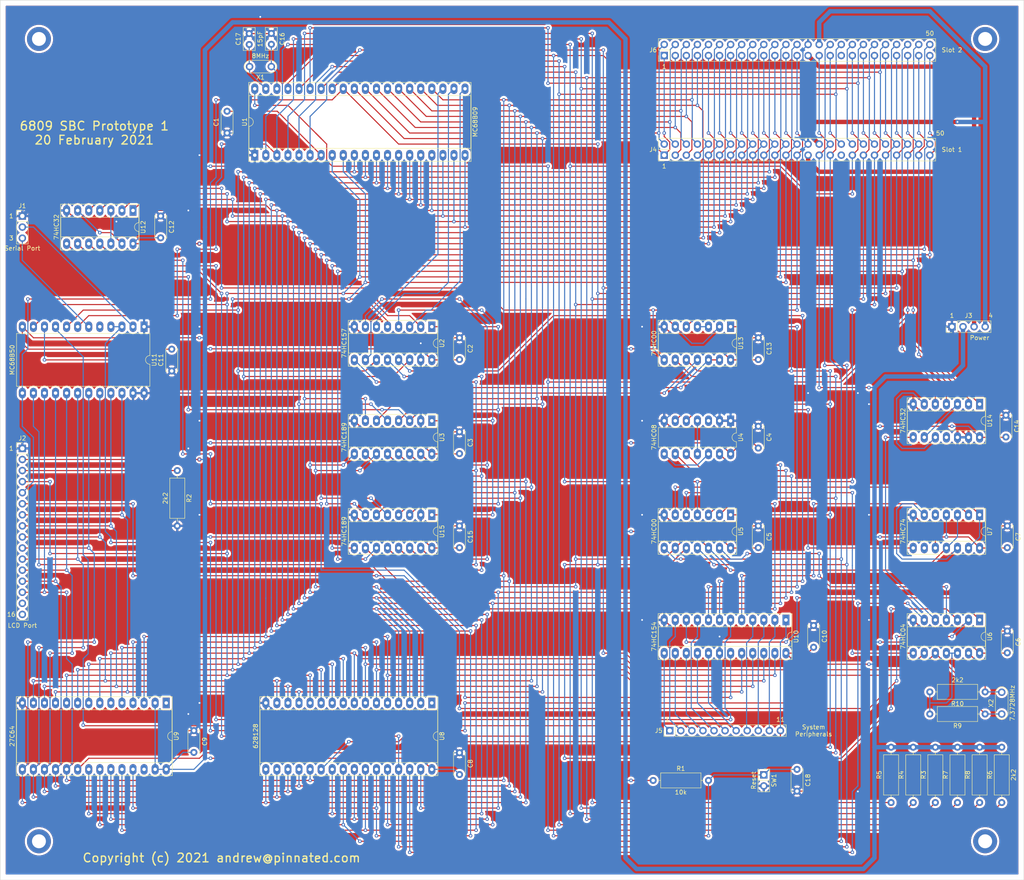
<source format=kicad_pcb>
(kicad_pcb (version 20171130) (host pcbnew "(5.1.6-0-10_14)")
  (layers (0 F.Cu signal) (31 B.Cu signal) (34 B.Paste user) (35 F.Paste user) (36 B.SilkS user) (37 F.SilkS user) (38 B.Mask user) (39 F.Mask user) (44 Edge.Cuts user))
  (net 0 "")
  (net 1 ~RESET)
  (net 2 +5v)
  (net 3 /D7)
  (net 4 /D6)
  (net 5 /D5)
  (net 6 /D4)
  (net 7 /D3)
  (net 8 /D2)
  (net 9 /D1)
  (net 10 /D0)
  (net 11 /A16)
  (net 12 /A15)
  (net 13 /A14)
  (net 14 /A13)
  (net 15 /A12)
  (net 16 /A11)
  (net 17 /A10)
  (net 18 /A9)
  (net 19 /A8)
  (net 20 /A7)
  (net 21 /A6)
  (net 22 /A5)
  (net 23 /A4)
  (net 24 /A3)
  (net 25 /A2)
  (net 26 /A1)
  (net 27 /A0)
  (net 28 Q)
  (net 29 E)
  (net 30 R|~W)
  (net 31 BA)
  (net 32 BS)
  (net 33 /AA15)
  (net 34 ~IRQ)
  (net 35 /AA14)
  (net 36 /AA13)
  (net 37 "Net-(U13-Pad2)")
  (net 38 "Net-(U12-Pad8)")
  (net 39 ~RAM-SELECT)
  (net 40 "Net-(U4-Pad12)")
  (net 41 "Net-(U4-Pad11)")
  (net 42 ~ROM-SELECT)
  (net 43 "Net-(U5-Pad13)")
  (net 44 "Net-(U5-Pad6)")
  (net 45 "Net-(U5-Pad5)")
  (net 46 ~WRITE-ENABLE)
  (net 47 ~READ-ENABLE)
  (net 48 "Net-(U7-Pad12)")
  (net 49 "Net-(U9-Pad26)")
  (net 50 "Net-(U9-Pad1)")
  (net 51 "Net-(U13-Pad3)")
  (net 52 MRDY)
  (net 53 ~HALT)
  (net 54 ~DMA)
  (net 55 ~FIRQ)
  (net 56 ~NMI)
  (net 57 "Net-(J2-Pad3)")
  (net 58 "Net-(R10-Pad2)")
  (net 59 "Net-(R10-Pad1)")
  (net 60 ~SERIAL-SELECT)
  (net 61 ~FPU-SELECT)
  (net 62 "Net-(J2-Pad6)")
  (net 63 PROT)
  (net 64 "Net-(U4-Pad3)")
  (net 65 "Net-(U6-Pad6)")
  (net 66 ~LCD-SELECT)
  (net 67 "Net-(U7-Pad5)")
  (net 68 "Net-(U7-Pad9)")
  (net 69 ~LEAVE-PROT)
  (net 70 ~MAP2-SELECT)
  (net 71 "Net-(U10-Pad19)")
  (net 72 ~MAP1-SELECT)
  (net 73 ~DAT-SELECT)
  (net 74 ~NET-SELECT)
  (net 75 ~TIMER-SELECT)
  (net 76 ~FDD-SELECT)
  (net 77 "Net-(U11-Pad5)")
  (net 78 "Net-(U12-Pad13)")
  (net 79 "Net-(U12-Pad12)")
  (net 80 ~SLOT-SELECT)
  (net 81 "Net-(J1-Pad3)")
  (net 82 DEVF-SELECT)
  (net 83 DEVE-SELECT)
  (net 84 DEVD-SELECT)
  (net 85 DEVC-SELECT)
  (net 86 DEVB-SELECT)
  (net 87 DEVA-SELECT)
  (net 88 "Net-(U15-Pad15)")
  (net 89 "Net-(U15-Pad13)")
  (net 90 "Net-(U15-Pad1)")
  (net 91 "Net-(U15-Pad14)")
  (net 92 "Net-(U14-Pad8)")
  (net 93 "Net-(U14-Pad10)")
  (net 94 /A20)
  (net 95 "Net-(U14-Pad11)")
  (net 96 /A19)
  (net 97 "Net-(U14-Pad3)")
  (net 98 /A18)
  (net 99 /A17)
  (net 100 -12v)
  (net 101 +12v)
  (net 102 "Net-(J4-Pad33)")
  (net 103 "Net-(U11-Pad10)")
  (net 104 "Net-(R9-Pad1)")
  (net 105 GND)
  (net 106 "Net-(J6-Pad33)")
  (net 107 "Net-(J1-Pad2)")
  (net 108 "Net-(U8-Pad1)")
  (net 109 "Net-(C16-Pad2)")
  (net 110 "Net-(C17-Pad1)")
  (module Resistor_THT:R_Axial_DIN0309_L9.0mm_D3.2mm_P12.70mm_Horizontal (layer F.Cu) (at 322.58 179.07 180)
    (fp_text reference R10 (at 6.35 -2.72) (layer F.SilkS))
    (fp_text value 2k2 (at 6.35 2.72) (layer F.SilkS))
    (pad 2 thru_hole oval (at 12.7 0 180) (size 1.6 1.6) (drill 0.8) (layers *.Cu *.Mask) (net 58 "Net-(R10-Pad2)"))
    (pad 1 thru_hole circle (at 0 0 180) (size 1.6 1.6) (drill 0.8) (layers *.Cu *.Mask) (net 59 "Net-(R10-Pad1)"))
  )
  (module Resistor_THT:R_Axial_DIN0309_L9.0mm_D3.2mm_P12.70mm_Horizontal (layer F.Cu) (at 322.58 184.15 180)
    (fp_text reference R9 (at 6.35 -2.72) (layer F.SilkS))
    (fp_text value 2k2)
    (pad 2 thru_hole oval (at 12.7 0 180) (size 1.6 1.6) (drill 0.8) (layers *.Cu *.Mask) (net 58 "Net-(R10-Pad2)"))
    (pad 1 thru_hole circle (at 0 0 180) (size 1.6 1.6) (drill 0.8) (layers *.Cu *.Mask) (net 104 "Net-(R9-Pad1)"))
  )
  (module Resistor_THT:R_Axial_DIN0309_L9.0mm_D3.2mm_P12.70mm_Horizontal (layer F.Cu) (at 137.16 128.27 270)
    (fp_text reference R2 (at 6.35 -2.72 90) (layer F.SilkS))
    (fp_text value 2k2 (at 6.35 2.72 90) (layer F.SilkS))
    (pad 2 thru_hole oval (at 12.7 0 270) (size 1.6 1.6) (drill 0.8) (layers *.Cu *.Mask) (net 105 GND))
    (pad 1 thru_hole circle (at 0 0 270) (size 1.6 1.6) (drill 0.8) (layers *.Cu *.Mask) (net 57 "Net-(J2-Pad3)"))
  )
  (module Resistor_THT:R_Axial_DIN0309_L9.0mm_D3.2mm_P12.70mm_Horizontal (layer F.Cu) (at 246.38 199.39)
    (fp_text reference R1 (at 6.35 -2.72) (layer F.SilkS))
    (fp_text value 10k (at 6.35 2.72) (layer F.SilkS))
    (pad 2 thru_hole oval (at 12.7 0) (size 1.6 1.6) (drill 0.8) (layers *.Cu *.Mask) (net 1 ~RESET))
    (pad 1 thru_hole circle (at 0 0) (size 1.6 1.6) (drill 0.8) (layers *.Cu *.Mask) (net 2 +5v))
  )
  (module Resistor_THT:R_Axial_DIN0309_L9.0mm_D3.2mm_P12.70mm_Horizontal (layer F.Cu) (at 321.31 204.47 90)
    (fp_text reference R8 (at 6.35 -2.72 90) (layer F.SilkS))
    (fp_text value 2k2)
    (pad 2 thru_hole oval (at 12.7 0 90) (size 1.6 1.6) (drill 0.8) (layers *.Cu *.Mask) (net 2 +5v))
    (pad 1 thru_hole circle (at 0 0 90) (size 1.6 1.6) (drill 0.8) (layers *.Cu *.Mask) (net 52 MRDY))
  )
  (module Resistor_THT:R_Axial_DIN0309_L9.0mm_D3.2mm_P12.70mm_Horizontal (layer F.Cu) (at 316.23 204.47 90)
    (fp_text reference R7 (at 6.35 -2.72 90) (layer F.SilkS))
    (fp_text value 2k2)
    (pad 2 thru_hole oval (at 12.7 0 90) (size 1.6 1.6) (drill 0.8) (layers *.Cu *.Mask) (net 2 +5v))
    (pad 1 thru_hole circle (at 0 0 90) (size 1.6 1.6) (drill 0.8) (layers *.Cu *.Mask) (net 54 ~DMA))
  )
  (module Resistor_THT:R_Axial_DIN0309_L9.0mm_D3.2mm_P12.70mm_Horizontal (layer F.Cu) (at 326.39 204.47 90)
    (fp_text reference R6 (at 6.35 -2.72 90) (layer F.SilkS))
    (fp_text value 2k2 (at 6.35 2.72 90) (layer F.SilkS))
    (pad 2 thru_hole oval (at 12.7 0 90) (size 1.6 1.6) (drill 0.8) (layers *.Cu *.Mask) (net 2 +5v))
    (pad 1 thru_hole circle (at 0 0 90) (size 1.6 1.6) (drill 0.8) (layers *.Cu *.Mask) (net 53 ~HALT))
  )
  (module Resistor_THT:R_Axial_DIN0309_L9.0mm_D3.2mm_P12.70mm_Horizontal (layer F.Cu) (at 300.99 204.47 90)
    (fp_text reference R5 (at 6.35 -2.72 90) (layer F.SilkS))
    (fp_text value 2k2)
    (pad 2 thru_hole oval (at 12.7 0 90) (size 1.6 1.6) (drill 0.8) (layers *.Cu *.Mask) (net 2 +5v))
    (pad 1 thru_hole circle (at 0 0 90) (size 1.6 1.6) (drill 0.8) (layers *.Cu *.Mask) (net 55 ~FIRQ))
  )
  (module Resistor_THT:R_Axial_DIN0309_L9.0mm_D3.2mm_P12.70mm_Horizontal (layer F.Cu) (at 306.07 204.47 90)
    (fp_text reference R4 (at 6.35 -2.72 90) (layer F.SilkS))
    (fp_text value 2k2)
    (pad 2 thru_hole oval (at 12.7 0 90) (size 1.6 1.6) (drill 0.8) (layers *.Cu *.Mask) (net 2 +5v))
    (pad 1 thru_hole circle (at 0 0 90) (size 1.6 1.6) (drill 0.8) (layers *.Cu *.Mask) (net 34 ~IRQ))
  )
  (module Resistor_THT:R_Axial_DIN0309_L9.0mm_D3.2mm_P12.70mm_Horizontal (layer F.Cu) (at 311.15 204.47 90)
    (fp_text reference R3 (at 6.35 -2.72 90) (layer F.SilkS))
    (fp_text value 2k2)
    (pad 2 thru_hole oval (at 12.7 0 90) (size 1.6 1.6) (drill 0.8) (layers *.Cu *.Mask) (net 2 +5v))
    (pad 1 thru_hole circle (at 0 0 90) (size 1.6 1.6) (drill 0.8) (layers *.Cu *.Mask) (net 56 ~NMI))
  )
  (module Capacitor_THT:C_Disc_D5.0mm_W2.5mm_P5.00mm (layer F.Cu) (at 133.35 69.85 270)
    (fp_text reference C12 (at 2.5 -2.5 90) (layer F.SilkS))
    (fp_text value 0.1uF)
    (pad 2 thru_hole circle (at 5 0 270) (size 1.6 1.6) (drill 0.8) (layers *.Cu *.Mask) (net 2 +5v))
    (pad 1 thru_hole circle (at 0 0 270) (size 1.6 1.6) (drill 0.8) (layers *.Cu *.Mask) (net 105 GND))
  )
  (module Capacitor_THT:C_Disc_D5.0mm_W2.5mm_P5.00mm (layer F.Cu) (at 148.59 50.8 90)
    (fp_text reference C1 (at 2.5 -2.5 90) (layer F.SilkS))
    (fp_text value 0.1uF)
    (pad 2 thru_hole circle (at 5 0 90) (size 1.6 1.6) (drill 0.8) (layers *.Cu *.Mask) (net 2 +5v))
    (pad 1 thru_hole circle (at 0 0 90) (size 1.6 1.6) (drill 0.8) (layers *.Cu *.Mask) (net 105 GND))
  )
  (module Capacitor_THT:C_Disc_D5.0mm_W2.5mm_P5.00mm (layer F.Cu) (at 327.66 165.1 270)
    (fp_text reference C6 (at 2.5 -2.5 90) (layer F.SilkS))
    (fp_text value 0.1uF)
    (pad 2 thru_hole circle (at 5 0 270) (size 1.6 1.6) (drill 0.8) (layers *.Cu *.Mask) (net 2 +5v))
    (pad 1 thru_hole circle (at 0 0 270) (size 1.6 1.6) (drill 0.8) (layers *.Cu *.Mask) (net 105 GND))
  )
  (module Capacitor_THT:C_Disc_D5.0mm_W2.5mm_P5.00mm (layer F.Cu) (at 283.21 163.83 270)
    (fp_text reference C10 (at 2.5 -2.5 90) (layer F.SilkS))
    (fp_text value 0.1uF)
    (pad 2 thru_hole circle (at 5 0 270) (size 1.6 1.6) (drill 0.8) (layers *.Cu *.Mask) (net 2 +5v))
    (pad 1 thru_hole circle (at 0 0 270) (size 1.6 1.6) (drill 0.8) (layers *.Cu *.Mask) (net 105 GND))
  )
  (module Capacitor_THT:C_Disc_D5.0mm_W2.5mm_P5.00mm (layer F.Cu) (at 327.35 115.57 270)
    (fp_text reference C14 (at 2.5 -2.5 90) (layer F.SilkS))
    (fp_text value 0.1uF)
    (pad 2 thru_hole circle (at 5 0 270) (size 1.6 1.6) (drill 0.8) (layers *.Cu *.Mask) (net 2 +5v))
    (pad 1 thru_hole circle (at 0 0 270) (size 1.6 1.6) (drill 0.8) (layers *.Cu *.Mask) (net 105 GND))
  )
  (module Capacitor_THT:C_Disc_D5.0mm_W2.5mm_P5.00mm (layer F.Cu) (at 135.89 105.41 90)
    (fp_text reference C11 (at 2.5 -2.5 90) (layer F.SilkS))
    (fp_text value 0.1uF)
    (pad 2 thru_hole circle (at 5 0 90) (size 1.6 1.6) (drill 0.8) (layers *.Cu *.Mask) (net 2 +5v))
    (pad 1 thru_hole circle (at 0 0 90) (size 1.6 1.6) (drill 0.8) (layers *.Cu *.Mask) (net 105 GND))
  )
  (module Capacitor_THT:C_Disc_D5.0mm_W2.5mm_P5.00mm (layer F.Cu) (at 201.93 97.79 270)
    (fp_text reference C2 (at 2.5 -2.5 90) (layer F.SilkS))
    (fp_text value 0.1uF)
    (pad 2 thru_hole circle (at 5 0 270) (size 1.6 1.6) (drill 0.8) (layers *.Cu *.Mask) (net 2 +5v))
    (pad 1 thru_hole circle (at 0 0 270) (size 1.6 1.6) (drill 0.8) (layers *.Cu *.Mask) (net 105 GND))
  )
  (module Capacitor_THT:C_Disc_D5.0mm_W2.5mm_P5.00mm (layer F.Cu) (at 270.51 140.97 270)
    (fp_text reference C5 (at 2.5 -2.5 90) (layer F.SilkS))
    (fp_text value 0.1uF)
    (pad 2 thru_hole circle (at 5 0 270) (size 1.6 1.6) (drill 0.8) (layers *.Cu *.Mask) (net 2 +5v))
    (pad 1 thru_hole circle (at 0 0 270) (size 1.6 1.6) (drill 0.8) (layers *.Cu *.Mask) (net 105 GND))
  )
  (module Capacitor_THT:C_Disc_D5.0mm_W2.5mm_P5.00mm (layer F.Cu) (at 201.93 140.97 270)
    (fp_text reference C15 (at 2.5 -2.5 90) (layer F.SilkS))
    (fp_text value 0.1uF)
    (pad 2 thru_hole circle (at 5 0 270) (size 1.6 1.6) (drill 0.8) (layers *.Cu *.Mask) (net 2 +5v))
    (pad 1 thru_hole circle (at 0 0 270) (size 1.6 1.6) (drill 0.8) (layers *.Cu *.Mask) (net 105 GND))
  )
  (module Capacitor_THT:C_Disc_D5.0mm_W2.5mm_P5.00mm (layer F.Cu) (at 201.93 119.38 270)
    (fp_text reference C3 (at 2.5 -2.5 90) (layer F.SilkS))
    (fp_text value 0.1uF)
    (pad 2 thru_hole circle (at 5 0 270) (size 1.6 1.6) (drill 0.8) (layers *.Cu *.Mask) (net 2 +5v))
    (pad 1 thru_hole circle (at 0 0 270) (size 1.6 1.6) (drill 0.8) (layers *.Cu *.Mask) (net 105 GND))
  )
  (module Capacitor_THT:C_Disc_D5.0mm_W2.5mm_P5.00mm (layer F.Cu) (at 327.66 140.97 270)
    (fp_text reference C7 (at 2.5 -2.5 90) (layer F.SilkS))
    (fp_text value 0.1uF)
    (pad 2 thru_hole circle (at 5 0 270) (size 1.6 1.6) (drill 0.8) (layers *.Cu *.Mask) (net 2 +5v))
    (pad 1 thru_hole circle (at 0 0 270) (size 1.6 1.6) (drill 0.8) (layers *.Cu *.Mask) (net 105 GND))
  )
  (module Capacitor_THT:C_Disc_D5.0mm_W2.5mm_P5.00mm (layer F.Cu) (at 270.51 97.79 270)
    (fp_text reference C13 (at 2.5 -2.5 90) (layer F.SilkS))
    (fp_text value 0.1uF)
    (pad 2 thru_hole circle (at 5 0 270) (size 1.6 1.6) (drill 0.8) (layers *.Cu *.Mask) (net 2 +5v))
    (pad 1 thru_hole circle (at 0 0 270) (size 1.6 1.6) (drill 0.8) (layers *.Cu *.Mask) (net 105 GND))
  )
  (module Capacitor_THT:C_Disc_D5.0mm_W2.5mm_P5.00mm (layer F.Cu) (at 140.97 187.96 270)
    (fp_text reference C9 (at 2.5 -2.5 90) (layer F.SilkS))
    (fp_text value 0.1uF)
    (pad 2 thru_hole circle (at 5 0 270) (size 1.6 1.6) (drill 0.8) (layers *.Cu *.Mask) (net 2 +5v))
    (pad 1 thru_hole circle (at 0 0 270) (size 1.6 1.6) (drill 0.8) (layers *.Cu *.Mask) (net 105 GND))
  )
  (module Capacitor_THT:C_Disc_D5.0mm_W2.5mm_P5.00mm (layer F.Cu) (at 201.93 193.04 270)
    (fp_text reference C8 (at 2.5 -2.5 90) (layer F.SilkS))
    (fp_text value 0.1uF)
    (pad 2 thru_hole circle (at 5 0 270) (size 1.6 1.6) (drill 0.8) (layers *.Cu *.Mask) (net 2 +5v))
    (pad 1 thru_hole circle (at 0 0 270) (size 1.6 1.6) (drill 0.8) (layers *.Cu *.Mask) (net 105 GND))
  )
  (module Capacitor_THT:C_Disc_D5.0mm_W2.5mm_P5.00mm (layer F.Cu) (at 279.4 196.85 270)
    (fp_text reference C18 (at 2.5 -2.5 90) (layer F.SilkS))
    (fp_text value 0.1uF)
    (pad 2 thru_hole circle (at 5 0 270) (size 1.6 1.6) (drill 0.8) (layers *.Cu *.Mask) (net 105 GND))
    (pad 1 thru_hole circle (at 0 0 270) (size 1.6 1.6) (drill 0.8) (layers *.Cu *.Mask) (net 1 ~RESET))
  )
  (module Capacitor_THT:C_Disc_D5.0mm_W2.5mm_P5.00mm (layer F.Cu) (at 270.51 118.11 270)
    (fp_text reference C4 (at 2.5 -2.5 90) (layer F.SilkS))
    (fp_text value 0.1uF)
    (pad 2 thru_hole circle (at 5 0 270) (size 1.6 1.6) (drill 0.8) (layers *.Cu *.Mask) (net 2 +5v))
    (pad 1 thru_hole circle (at 0 0 270) (size 1.6 1.6) (drill 0.8) (layers *.Cu *.Mask) (net 105 GND))
  )
  (module Package_DIP:DIP-32_W15.24mm_Socket_LongPads (layer F.Cu) (at 195.58 181.61 270)
    (fp_text reference U8 (at 7.62 -2.33 90) (layer F.SilkS))
    (fp_text value 628128 (at 7.62 40.43 90) (layer F.SilkS))
    (pad 32 thru_hole oval (at 15.24 0 270) (size 2.4 1.6) (drill 0.8) (layers *.Cu *.Mask) (net 2 +5v))
    (pad 16 thru_hole oval (at 0 38.1 270) (size 2.4 1.6) (drill 0.8) (layers *.Cu *.Mask) (net 105 GND))
    (pad 31 thru_hole oval (at 15.24 2.54 270) (size 2.4 1.6) (drill 0.8) (layers *.Cu *.Mask) (net 12 /A15))
    (pad 15 thru_hole oval (at 0 35.56 270) (size 2.4 1.6) (drill 0.8) (layers *.Cu *.Mask) (net 8 /D2))
    (pad 30 thru_hole oval (at 15.24 5.08 270) (size 2.4 1.6) (drill 0.8) (layers *.Cu *.Mask) (net 65 "Net-(U6-Pad6)"))
    (pad 14 thru_hole oval (at 0 33.02 270) (size 2.4 1.6) (drill 0.8) (layers *.Cu *.Mask) (net 9 /D1))
    (pad 29 thru_hole oval (at 15.24 7.62 270) (size 2.4 1.6) (drill 0.8) (layers *.Cu *.Mask) (net 46 ~WRITE-ENABLE))
    (pad 13 thru_hole oval (at 0 30.48 270) (size 2.4 1.6) (drill 0.8) (layers *.Cu *.Mask) (net 10 /D0))
    (pad 28 thru_hole oval (at 15.24 10.16 270) (size 2.4 1.6) (drill 0.8) (layers *.Cu *.Mask) (net 14 /A13))
    (pad 12 thru_hole oval (at 0 27.94 270) (size 2.4 1.6) (drill 0.8) (layers *.Cu *.Mask) (net 27 /A0))
    (pad 27 thru_hole oval (at 15.24 12.7 270) (size 2.4 1.6) (drill 0.8) (layers *.Cu *.Mask) (net 19 /A8))
    (pad 11 thru_hole oval (at 0 25.4 270) (size 2.4 1.6) (drill 0.8) (layers *.Cu *.Mask) (net 26 /A1))
    (pad 26 thru_hole oval (at 15.24 15.24 270) (size 2.4 1.6) (drill 0.8) (layers *.Cu *.Mask) (net 18 /A9))
    (pad 10 thru_hole oval (at 0 22.86 270) (size 2.4 1.6) (drill 0.8) (layers *.Cu *.Mask) (net 25 /A2))
    (pad 25 thru_hole oval (at 15.24 17.78 270) (size 2.4 1.6) (drill 0.8) (layers *.Cu *.Mask) (net 16 /A11))
    (pad 9 thru_hole oval (at 0 20.32 270) (size 2.4 1.6) (drill 0.8) (layers *.Cu *.Mask) (net 24 /A3))
    (pad 24 thru_hole oval (at 15.24 20.32 270) (size 2.4 1.6) (drill 0.8) (layers *.Cu *.Mask) (net 47 ~READ-ENABLE))
    (pad 8 thru_hole oval (at 0 17.78 270) (size 2.4 1.6) (drill 0.8) (layers *.Cu *.Mask) (net 23 /A4))
    (pad 23 thru_hole oval (at 15.24 22.86 270) (size 2.4 1.6) (drill 0.8) (layers *.Cu *.Mask) (net 17 /A10))
    (pad 7 thru_hole oval (at 0 15.24 270) (size 2.4 1.6) (drill 0.8) (layers *.Cu *.Mask) (net 22 /A5))
    (pad 22 thru_hole oval (at 15.24 25.4 270) (size 2.4 1.6) (drill 0.8) (layers *.Cu *.Mask) (net 39 ~RAM-SELECT))
    (pad 6 thru_hole oval (at 0 12.7 270) (size 2.4 1.6) (drill 0.8) (layers *.Cu *.Mask) (net 21 /A6))
    (pad 21 thru_hole oval (at 15.24 27.94 270) (size 2.4 1.6) (drill 0.8) (layers *.Cu *.Mask) (net 3 /D7))
    (pad 5 thru_hole oval (at 0 10.16 270) (size 2.4 1.6) (drill 0.8) (layers *.Cu *.Mask) (net 20 /A7))
    (pad 20 thru_hole oval (at 15.24 30.48 270) (size 2.4 1.6) (drill 0.8) (layers *.Cu *.Mask) (net 4 /D6))
    (pad 4 thru_hole oval (at 0 7.62 270) (size 2.4 1.6) (drill 0.8) (layers *.Cu *.Mask) (net 15 /A12))
    (pad 19 thru_hole oval (at 15.24 33.02 270) (size 2.4 1.6) (drill 0.8) (layers *.Cu *.Mask) (net 5 /D5))
    (pad 3 thru_hole oval (at 0 5.08 270) (size 2.4 1.6) (drill 0.8) (layers *.Cu *.Mask) (net 13 /A14))
    (pad 18 thru_hole oval (at 15.24 35.56 270) (size 2.4 1.6) (drill 0.8) (layers *.Cu *.Mask) (net 6 /D4))
    (pad 2 thru_hole oval (at 0 2.54 270) (size 2.4 1.6) (drill 0.8) (layers *.Cu *.Mask) (net 11 /A16))
    (pad 17 thru_hole oval (at 15.24 38.1 270) (size 2.4 1.6) (drill 0.8) (layers *.Cu *.Mask) (net 7 /D3))
    (pad 1 thru_hole rect (at 0 0 270) (size 2.4 1.6) (drill 0.8) (layers *.Cu *.Mask) (net 108 "Net-(U8-Pad1)"))
  )
  (module Connector_PinHeader_2.54mm:PinHeader_2x25_P2.54mm_Vertical (layer F.Cu) (at 248.92 33.02 90)
    (fp_text reference J6 (at 1.27 -2.54 180) (layer F.SilkS))
    (fp_text value SS50-LIKE)
    (pad 50 thru_hole oval (at 2.54 60.96 90) (size 1.7 1.7) (drill 1) (layers *.Cu *.Mask) (net 11 /A16))
    (pad 49 thru_hole oval (at 0 60.96 90) (size 1.7 1.7) (drill 1) (layers *.Cu *.Mask) (net 99 /A17))
    (pad 48 thru_hole oval (at 2.54 58.42 90) (size 1.7 1.7) (drill 1) (layers *.Cu *.Mask) (net 98 /A18))
    (pad 47 thru_hole oval (at 0 58.42 90) (size 1.7 1.7) (drill 1) (layers *.Cu *.Mask) (net 96 /A19))
    (pad 46 thru_hole oval (at 2.54 55.88 90) (size 1.7 1.7) (drill 1) (layers *.Cu *.Mask) (net 94 /A20))
    (pad 45 thru_hole oval (at 0 55.88 90) (size 1.7 1.7) (drill 1) (layers *.Cu *.Mask) (net 53 ~HALT))
    (pad 44 thru_hole oval (at 2.54 53.34 90) (size 1.7 1.7) (drill 1) (layers *.Cu *.Mask) (net 32 BS))
    (pad 43 thru_hole oval (at 0 53.34 90) (size 1.7 1.7) (drill 1) (layers *.Cu *.Mask) (net 31 BA))
    (pad 42 thru_hole oval (at 2.54 50.8 90) (size 1.7 1.7) (drill 1) (layers *.Cu *.Mask) (net 1 ~RESET))
    (pad 41 thru_hole oval (at 0 50.8 90) (size 1.7 1.7) (drill 1) (layers *.Cu *.Mask) (net 30 R|~W))
    (pad 40 thru_hole oval (at 2.54 48.26 90) (size 1.7 1.7) (drill 1) (layers *.Cu *.Mask) (net 54 ~DMA))
    (pad 39 thru_hole oval (at 0 48.26 90) (size 1.7 1.7) (drill 1) (layers *.Cu *.Mask) (net 29 E))
    (pad 38 thru_hole oval (at 2.54 45.72 90) (size 1.7 1.7) (drill 1) (layers *.Cu *.Mask) (net 28 Q))
    (pad 37 thru_hole oval (at 0 45.72 90) (size 1.7 1.7) (drill 1) (layers *.Cu *.Mask) (net 55 ~FIRQ))
    (pad 36 thru_hole oval (at 2.54 43.18 90) (size 1.7 1.7) (drill 1) (layers *.Cu *.Mask) (net 34 ~IRQ))
    (pad 35 thru_hole oval (at 0 43.18 90) (size 1.7 1.7) (drill 1) (layers *.Cu *.Mask) (net 56 ~NMI))
    (pad 34 thru_hole oval (at 2.54 40.64 90) (size 1.7 1.7) (drill 1) (layers *.Cu *.Mask) (net 52 MRDY))
    (pad 33 thru_hole oval (at 0 40.64 90) (size 1.7 1.7) (drill 1) (layers *.Cu *.Mask) (net 106 "Net-(J6-Pad33)"))
    (pad 32 thru_hole oval (at 2.54 38.1 90) (size 1.7 1.7) (drill 1) (layers *.Cu *.Mask) (net 46 ~WRITE-ENABLE))
    (pad 31 thru_hole oval (at 0 38.1 90) (size 1.7 1.7) (drill 1) (layers *.Cu *.Mask) (net 47 ~READ-ENABLE))
    (pad 30 thru_hole oval (at 2.54 35.56 90) (size 1.7 1.7) (drill 1) (layers *.Cu *.Mask) (net 100 -12v))
    (pad 29 thru_hole oval (at 0 35.56 90) (size 1.7 1.7) (drill 1) (layers *.Cu *.Mask) (net 2 +5v))
    (pad 28 thru_hole oval (at 2.54 33.02 90) (size 1.7 1.7) (drill 1) (layers *.Cu *.Mask) (net 105 GND))
    (pad 27 thru_hole oval (at 0 33.02 90) (size 1.7 1.7) (drill 1) (layers *.Cu *.Mask) (net 101 +12v))
    (pad 26 thru_hole oval (at 2.54 30.48 90) (size 1.7 1.7) (drill 1) (layers *.Cu *.Mask) (net 39 ~RAM-SELECT))
    (pad 25 thru_hole oval (at 0 30.48 90) (size 1.7 1.7) (drill 1) (layers *.Cu *.Mask) (net 80 ~SLOT-SELECT))
    (pad 24 thru_hole oval (at 2.54 27.94 90) (size 1.7 1.7) (drill 1) (layers *.Cu *.Mask) (net 27 /A0))
    (pad 23 thru_hole oval (at 0 27.94 90) (size 1.7 1.7) (drill 1) (layers *.Cu *.Mask) (net 26 /A1))
    (pad 22 thru_hole oval (at 2.54 25.4 90) (size 1.7 1.7) (drill 1) (layers *.Cu *.Mask) (net 25 /A2))
    (pad 21 thru_hole oval (at 0 25.4 90) (size 1.7 1.7) (drill 1) (layers *.Cu *.Mask) (net 24 /A3))
    (pad 20 thru_hole oval (at 2.54 22.86 90) (size 1.7 1.7) (drill 1) (layers *.Cu *.Mask) (net 23 /A4))
    (pad 19 thru_hole oval (at 0 22.86 90) (size 1.7 1.7) (drill 1) (layers *.Cu *.Mask) (net 22 /A5))
    (pad 18 thru_hole oval (at 2.54 20.32 90) (size 1.7 1.7) (drill 1) (layers *.Cu *.Mask) (net 21 /A6))
    (pad 17 thru_hole oval (at 0 20.32 90) (size 1.7 1.7) (drill 1) (layers *.Cu *.Mask) (net 20 /A7))
    (pad 16 thru_hole oval (at 2.54 17.78 90) (size 1.7 1.7) (drill 1) (layers *.Cu *.Mask) (net 19 /A8))
    (pad 15 thru_hole oval (at 0 17.78 90) (size 1.7 1.7) (drill 1) (layers *.Cu *.Mask) (net 18 /A9))
    (pad 14 thru_hole oval (at 2.54 15.24 90) (size 1.7 1.7) (drill 1) (layers *.Cu *.Mask) (net 17 /A10))
    (pad 13 thru_hole oval (at 0 15.24 90) (size 1.7 1.7) (drill 1) (layers *.Cu *.Mask) (net 16 /A11))
    (pad 12 thru_hole oval (at 2.54 12.7 90) (size 1.7 1.7) (drill 1) (layers *.Cu *.Mask) (net 15 /A12))
    (pad 11 thru_hole oval (at 0 12.7 90) (size 1.7 1.7) (drill 1) (layers *.Cu *.Mask) (net 14 /A13))
    (pad 10 thru_hole oval (at 2.54 10.16 90) (size 1.7 1.7) (drill 1) (layers *.Cu *.Mask) (net 13 /A14))
    (pad 9 thru_hole oval (at 0 10.16 90) (size 1.7 1.7) (drill 1) (layers *.Cu *.Mask) (net 12 /A15))
    (pad 8 thru_hole oval (at 2.54 7.62 90) (size 1.7 1.7) (drill 1) (layers *.Cu *.Mask) (net 3 /D7))
    (pad 7 thru_hole oval (at 0 7.62 90) (size 1.7 1.7) (drill 1) (layers *.Cu *.Mask) (net 4 /D6))
    (pad 6 thru_hole oval (at 2.54 5.08 90) (size 1.7 1.7) (drill 1) (layers *.Cu *.Mask) (net 5 /D5))
    (pad 5 thru_hole oval (at 0 5.08 90) (size 1.7 1.7) (drill 1) (layers *.Cu *.Mask) (net 6 /D4))
    (pad 4 thru_hole oval (at 2.54 2.54 90) (size 1.7 1.7) (drill 1) (layers *.Cu *.Mask) (net 7 /D3))
    (pad 3 thru_hole oval (at 0 2.54 90) (size 1.7 1.7) (drill 1) (layers *.Cu *.Mask) (net 8 /D2))
    (pad 2 thru_hole oval (at 2.54 0 90) (size 1.7 1.7) (drill 1) (layers *.Cu *.Mask) (net 9 /D1))
    (pad 1 thru_hole rect (at 0 0 90) (size 1.7 1.7) (drill 1) (layers *.Cu *.Mask) (net 10 /D0))
  )
  (module Connector_PinHeader_2.54mm:PinHeader_2x25_P2.54mm_Vertical (layer F.Cu) (at 248.92 55.88 90)
    (fp_text reference J4 (at 1.27 -2.54 180) (layer F.SilkS))
    (fp_text value SS50-LIKE)
    (pad 50 thru_hole oval (at 2.54 60.96 90) (size 1.7 1.7) (drill 1) (layers *.Cu *.Mask) (net 11 /A16))
    (pad 49 thru_hole oval (at 0 60.96 90) (size 1.7 1.7) (drill 1) (layers *.Cu *.Mask) (net 99 /A17))
    (pad 48 thru_hole oval (at 2.54 58.42 90) (size 1.7 1.7) (drill 1) (layers *.Cu *.Mask) (net 98 /A18))
    (pad 47 thru_hole oval (at 0 58.42 90) (size 1.7 1.7) (drill 1) (layers *.Cu *.Mask) (net 96 /A19))
    (pad 46 thru_hole oval (at 2.54 55.88 90) (size 1.7 1.7) (drill 1) (layers *.Cu *.Mask) (net 94 /A20))
    (pad 45 thru_hole oval (at 0 55.88 90) (size 1.7 1.7) (drill 1) (layers *.Cu *.Mask) (net 53 ~HALT))
    (pad 44 thru_hole oval (at 2.54 53.34 90) (size 1.7 1.7) (drill 1) (layers *.Cu *.Mask) (net 32 BS))
    (pad 43 thru_hole oval (at 0 53.34 90) (size 1.7 1.7) (drill 1) (layers *.Cu *.Mask) (net 31 BA))
    (pad 42 thru_hole oval (at 2.54 50.8 90) (size 1.7 1.7) (drill 1) (layers *.Cu *.Mask) (net 1 ~RESET))
    (pad 41 thru_hole oval (at 0 50.8 90) (size 1.7 1.7) (drill 1) (layers *.Cu *.Mask) (net 30 R|~W))
    (pad 40 thru_hole oval (at 2.54 48.26 90) (size 1.7 1.7) (drill 1) (layers *.Cu *.Mask) (net 54 ~DMA))
    (pad 39 thru_hole oval (at 0 48.26 90) (size 1.7 1.7) (drill 1) (layers *.Cu *.Mask) (net 29 E))
    (pad 38 thru_hole oval (at 2.54 45.72 90) (size 1.7 1.7) (drill 1) (layers *.Cu *.Mask) (net 28 Q))
    (pad 37 thru_hole oval (at 0 45.72 90) (size 1.7 1.7) (drill 1) (layers *.Cu *.Mask) (net 55 ~FIRQ))
    (pad 36 thru_hole oval (at 2.54 43.18 90) (size 1.7 1.7) (drill 1) (layers *.Cu *.Mask) (net 34 ~IRQ))
    (pad 35 thru_hole oval (at 0 43.18 90) (size 1.7 1.7) (drill 1) (layers *.Cu *.Mask) (net 56 ~NMI))
    (pad 34 thru_hole oval (at 2.54 40.64 90) (size 1.7 1.7) (drill 1) (layers *.Cu *.Mask) (net 52 MRDY))
    (pad 33 thru_hole oval (at 0 40.64 90) (size 1.7 1.7) (drill 1) (layers *.Cu *.Mask) (net 102 "Net-(J4-Pad33)"))
    (pad 32 thru_hole oval (at 2.54 38.1 90) (size 1.7 1.7) (drill 1) (layers *.Cu *.Mask) (net 46 ~WRITE-ENABLE))
    (pad 31 thru_hole oval (at 0 38.1 90) (size 1.7 1.7) (drill 1) (layers *.Cu *.Mask) (net 47 ~READ-ENABLE))
    (pad 30 thru_hole oval (at 2.54 35.56 90) (size 1.7 1.7) (drill 1) (layers *.Cu *.Mask) (net 100 -12v))
    (pad 29 thru_hole oval (at 0 35.56 90) (size 1.7 1.7) (drill 1) (layers *.Cu *.Mask) (net 2 +5v))
    (pad 28 thru_hole oval (at 2.54 33.02 90) (size 1.7 1.7) (drill 1) (layers *.Cu *.Mask) (net 105 GND))
    (pad 27 thru_hole oval (at 0 33.02 90) (size 1.7 1.7) (drill 1) (layers *.Cu *.Mask) (net 101 +12v))
    (pad 26 thru_hole oval (at 2.54 30.48 90) (size 1.7 1.7) (drill 1) (layers *.Cu *.Mask) (net 39 ~RAM-SELECT))
    (pad 25 thru_hole oval (at 0 30.48 90) (size 1.7 1.7) (drill 1) (layers *.Cu *.Mask) (net 80 ~SLOT-SELECT))
    (pad 24 thru_hole oval (at 2.54 27.94 90) (size 1.7 1.7) (drill 1) (layers *.Cu *.Mask) (net 27 /A0))
    (pad 23 thru_hole oval (at 0 27.94 90) (size 1.7 1.7) (drill 1) (layers *.Cu *.Mask) (net 26 /A1))
    (pad 22 thru_hole oval (at 2.54 25.4 90) (size 1.7 1.7) (drill 1) (layers *.Cu *.Mask) (net 25 /A2))
    (pad 21 thru_hole oval (at 0 25.4 90) (size 1.7 1.7) (drill 1) (layers *.Cu *.Mask) (net 24 /A3))
    (pad 20 thru_hole oval (at 2.54 22.86 90) (size 1.7 1.7) (drill 1) (layers *.Cu *.Mask) (net 23 /A4))
    (pad 19 thru_hole oval (at 0 22.86 90) (size 1.7 1.7) (drill 1) (layers *.Cu *.Mask) (net 22 /A5))
    (pad 18 thru_hole oval (at 2.54 20.32 90) (size 1.7 1.7) (drill 1) (layers *.Cu *.Mask) (net 21 /A6))
    (pad 17 thru_hole oval (at 0 20.32 90) (size 1.7 1.7) (drill 1) (layers *.Cu *.Mask) (net 20 /A7))
    (pad 16 thru_hole oval (at 2.54 17.78 90) (size 1.7 1.7) (drill 1) (layers *.Cu *.Mask) (net 19 /A8))
    (pad 15 thru_hole oval (at 0 17.78 90) (size 1.7 1.7) (drill 1) (layers *.Cu *.Mask) (net 18 /A9))
    (pad 14 thru_hole oval (at 2.54 15.24 90) (size 1.7 1.7) (drill 1) (layers *.Cu *.Mask) (net 17 /A10))
    (pad 13 thru_hole oval (at 0 15.24 90) (size 1.7 1.7) (drill 1) (layers *.Cu *.Mask) (net 16 /A11))
    (pad 12 thru_hole oval (at 2.54 12.7 90) (size 1.7 1.7) (drill 1) (layers *.Cu *.Mask) (net 15 /A12))
    (pad 11 thru_hole oval (at 0 12.7 90) (size 1.7 1.7) (drill 1) (layers *.Cu *.Mask) (net 14 /A13))
    (pad 10 thru_hole oval (at 2.54 10.16 90) (size 1.7 1.7) (drill 1) (layers *.Cu *.Mask) (net 13 /A14))
    (pad 9 thru_hole oval (at 0 10.16 90) (size 1.7 1.7) (drill 1) (layers *.Cu *.Mask) (net 12 /A15))
    (pad 8 thru_hole oval (at 2.54 7.62 90) (size 1.7 1.7) (drill 1) (layers *.Cu *.Mask) (net 3 /D7))
    (pad 7 thru_hole oval (at 0 7.62 90) (size 1.7 1.7) (drill 1) (layers *.Cu *.Mask) (net 4 /D6))
    (pad 6 thru_hole oval (at 2.54 5.08 90) (size 1.7 1.7) (drill 1) (layers *.Cu *.Mask) (net 5 /D5))
    (pad 5 thru_hole oval (at 0 5.08 90) (size 1.7 1.7) (drill 1) (layers *.Cu *.Mask) (net 6 /D4))
    (pad 4 thru_hole oval (at 2.54 2.54 90) (size 1.7 1.7) (drill 1) (layers *.Cu *.Mask) (net 7 /D3))
    (pad 3 thru_hole oval (at 0 2.54 90) (size 1.7 1.7) (drill 1) (layers *.Cu *.Mask) (net 8 /D2))
    (pad 2 thru_hole oval (at 2.54 0 90) (size 1.7 1.7) (drill 1) (layers *.Cu *.Mask) (net 9 /D1))
    (pad 1 thru_hole rect (at 0 0 90) (size 1.7 1.7) (drill 1) (layers *.Cu *.Mask) (net 10 /D0))
  )
  (module MountingHole:MountingHole_3.2mm_M3_ISO14580_Pad (layer F.Cu) (at 322.58 213.36)
    (fp_text reference H4)
    (fp_text value MountingHole)
    (pad 1 thru_hole circle (at 0 0) (size 5.5 5.5) (drill 3.2) (layers *.Cu *.Mask))
  )
  (module MountingHole:MountingHole_3.2mm_M3_ISO14580_Pad (layer F.Cu) (at 322.58 29.21)
    (fp_text reference H3)
    (fp_text value MountingHole)
    (pad 1 thru_hole circle (at 0 0) (size 5.5 5.5) (drill 3.2) (layers *.Cu *.Mask))
  )
  (module MountingHole:MountingHole_3.2mm_M3_ISO14580_Pad (layer F.Cu) (at 105.41 213.36)
    (fp_text reference H2)
    (fp_text value MountingHole)
    (pad 1 thru_hole circle (at 0 0) (size 5.5 5.5) (drill 3.2) (layers *.Cu *.Mask))
  )
  (module MountingHole:MountingHole_3.2mm_M3_ISO14580_Pad (layer F.Cu) (at 105.41 29.21)
    (fp_text reference H1)
    (fp_text value MountingHole)
    (pad 1 thru_hole circle (at 0 0) (size 5.5 5.5) (drill 3.2) (layers *.Cu *.Mask))
  )
  (module Capacitor_THT:C_Disc_D5.0mm_W2.5mm_P2.50mm (layer F.Cu) (at 158.75 27.94 270)
    (fp_text reference C16 (at 1.25 -2.5 90) (layer F.SilkS))
    (fp_text value 15pF)
    (pad 2 thru_hole circle (at 2.5 0 270) (size 1.6 1.6) (drill 0.8) (layers *.Cu *.Mask) (net 109 "Net-(C16-Pad2)"))
    (pad 1 thru_hole circle (at 0 0 270) (size 1.6 1.6) (drill 0.8) (layers *.Cu *.Mask) (net 105 GND))
  )
  (module Capacitor_THT:C_Disc_D5.0mm_W2.5mm_P2.50mm (layer F.Cu) (at 153.67 30.48 90)
    (fp_text reference C17 (at 1.25 -2.5 90) (layer F.SilkS))
    (fp_text value 15pF (at 1.25 2.5 90) (layer F.SilkS))
    (pad 2 thru_hole circle (at 2.5 0 90) (size 1.6 1.6) (drill 0.8) (layers *.Cu *.Mask) (net 105 GND))
    (pad 1 thru_hole circle (at 0 0 90) (size 1.6 1.6) (drill 0.8) (layers *.Cu *.Mask) (net 110 "Net-(C17-Pad1)"))
  )
  (module Package_DIP:DIP-24_W7.62mm_Socket_LongPads (layer F.Cu) (at 276.86 162.56 270)
    (fp_text reference U10 (at 3.81 -2.33 90) (layer F.SilkS))
    (fp_text value 74HC154 (at 3.81 30.27 90) (layer F.SilkS))
    (pad 24 thru_hole oval (at 7.62 0 270) (size 2.4 1.6) (drill 0.8) (layers *.Cu *.Mask) (net 2 +5v))
    (pad 12 thru_hole oval (at 0 27.94 270) (size 2.4 1.6) (drill 0.8) (layers *.Cu *.Mask) (net 105 GND))
    (pad 23 thru_hole oval (at 7.62 2.54 270) (size 2.4 1.6) (drill 0.8) (layers *.Cu *.Mask) (net 23 /A4))
    (pad 11 thru_hole oval (at 0 25.4 270) (size 2.4 1.6) (drill 0.8) (layers *.Cu *.Mask) (net 87 DEVA-SELECT))
    (pad 22 thru_hole oval (at 7.62 5.08 270) (size 2.4 1.6) (drill 0.8) (layers *.Cu *.Mask) (net 22 /A5))
    (pad 10 thru_hole oval (at 0 22.86 270) (size 2.4 1.6) (drill 0.8) (layers *.Cu *.Mask) (net 66 ~LCD-SELECT))
    (pad 21 thru_hole oval (at 7.62 7.62 270) (size 2.4 1.6) (drill 0.8) (layers *.Cu *.Mask) (net 21 /A6))
    (pad 9 thru_hole oval (at 0 20.32 270) (size 2.4 1.6) (drill 0.8) (layers *.Cu *.Mask) (net 61 ~FPU-SELECT))
    (pad 20 thru_hole oval (at 7.62 10.16 270) (size 2.4 1.6) (drill 0.8) (layers *.Cu *.Mask) (net 20 /A7))
    (pad 8 thru_hole oval (at 0 17.78 270) (size 2.4 1.6) (drill 0.8) (layers *.Cu *.Mask) (net 70 ~MAP2-SELECT))
    (pad 19 thru_hole oval (at 7.62 12.7 270) (size 2.4 1.6) (drill 0.8) (layers *.Cu *.Mask) (net 71 "Net-(U10-Pad19)"))
    (pad 7 thru_hole oval (at 0 15.24 270) (size 2.4 1.6) (drill 0.8) (layers *.Cu *.Mask) (net 72 ~MAP1-SELECT))
    (pad 18 thru_hole oval (at 7.62 15.24 270) (size 2.4 1.6) (drill 0.8) (layers *.Cu *.Mask) (net 105 GND))
    (pad 6 thru_hole oval (at 0 12.7 270) (size 2.4 1.6) (drill 0.8) (layers *.Cu *.Mask) (net 73 ~DAT-SELECT))
    (pad 17 thru_hole oval (at 7.62 17.78 270) (size 2.4 1.6) (drill 0.8) (layers *.Cu *.Mask) (net 82 DEVF-SELECT))
    (pad 5 thru_hole oval (at 0 10.16 270) (size 2.4 1.6) (drill 0.8) (layers *.Cu *.Mask) (net 69 ~LEAVE-PROT))
    (pad 16 thru_hole oval (at 7.62 20.32 270) (size 2.4 1.6) (drill 0.8) (layers *.Cu *.Mask) (net 83 DEVE-SELECT))
    (pad 4 thru_hole oval (at 0 7.62 270) (size 2.4 1.6) (drill 0.8) (layers *.Cu *.Mask) (net 74 ~NET-SELECT))
    (pad 15 thru_hole oval (at 7.62 22.86 270) (size 2.4 1.6) (drill 0.8) (layers *.Cu *.Mask) (net 84 DEVD-SELECT))
    (pad 3 thru_hole oval (at 0 5.08 270) (size 2.4 1.6) (drill 0.8) (layers *.Cu *.Mask) (net 75 ~TIMER-SELECT))
    (pad 14 thru_hole oval (at 7.62 25.4 270) (size 2.4 1.6) (drill 0.8) (layers *.Cu *.Mask) (net 85 DEVC-SELECT))
    (pad 2 thru_hole oval (at 0 2.54 270) (size 2.4 1.6) (drill 0.8) (layers *.Cu *.Mask) (net 76 ~FDD-SELECT))
    (pad 13 thru_hole oval (at 7.62 27.94 270) (size 2.4 1.6) (drill 0.8) (layers *.Cu *.Mask) (net 86 DEVB-SELECT))
    (pad 1 thru_hole rect (at 0 0 270) (size 2.4 1.6) (drill 0.8) (layers *.Cu *.Mask) (net 60 ~SERIAL-SELECT))
  )
  (module Package_DIP:DIP-40_W15.24mm_Socket_LongPads (layer F.Cu) (at 154.94 55.88 90)
    (fp_text reference U1 (at 7.62 -2.33 90) (layer F.SilkS))
    (fp_text value MC68B09 (at 7.62 50.59 90) (layer F.SilkS))
    (pad 40 thru_hole oval (at 15.24 0 90) (size 2.4 1.6) (drill 0.8) (layers *.Cu *.Mask) (net 53 ~HALT))
    (pad 20 thru_hole oval (at 0 48.26 90) (size 2.4 1.6) (drill 0.8) (layers *.Cu *.Mask) (net 15 /A12))
    (pad 39 thru_hole oval (at 15.24 2.54 90) (size 2.4 1.6) (drill 0.8) (layers *.Cu *.Mask) (net 110 "Net-(C17-Pad1)"))
    (pad 19 thru_hole oval (at 0 45.72 90) (size 2.4 1.6) (drill 0.8) (layers *.Cu *.Mask) (net 16 /A11))
    (pad 38 thru_hole oval (at 15.24 5.08 90) (size 2.4 1.6) (drill 0.8) (layers *.Cu *.Mask) (net 109 "Net-(C16-Pad2)"))
    (pad 18 thru_hole oval (at 0 43.18 90) (size 2.4 1.6) (drill 0.8) (layers *.Cu *.Mask) (net 17 /A10))
    (pad 37 thru_hole oval (at 15.24 7.62 90) (size 2.4 1.6) (drill 0.8) (layers *.Cu *.Mask) (net 1 ~RESET))
    (pad 17 thru_hole oval (at 0 40.64 90) (size 2.4 1.6) (drill 0.8) (layers *.Cu *.Mask) (net 18 /A9))
    (pad 36 thru_hole oval (at 15.24 10.16 90) (size 2.4 1.6) (drill 0.8) (layers *.Cu *.Mask) (net 52 MRDY))
    (pad 16 thru_hole oval (at 0 38.1 90) (size 2.4 1.6) (drill 0.8) (layers *.Cu *.Mask) (net 19 /A8))
    (pad 35 thru_hole oval (at 15.24 12.7 90) (size 2.4 1.6) (drill 0.8) (layers *.Cu *.Mask) (net 28 Q))
    (pad 15 thru_hole oval (at 0 35.56 90) (size 2.4 1.6) (drill 0.8) (layers *.Cu *.Mask) (net 20 /A7))
    (pad 34 thru_hole oval (at 15.24 15.24 90) (size 2.4 1.6) (drill 0.8) (layers *.Cu *.Mask) (net 29 E))
    (pad 14 thru_hole oval (at 0 33.02 90) (size 2.4 1.6) (drill 0.8) (layers *.Cu *.Mask) (net 21 /A6))
    (pad 33 thru_hole oval (at 15.24 17.78 90) (size 2.4 1.6) (drill 0.8) (layers *.Cu *.Mask) (net 54 ~DMA))
    (pad 13 thru_hole oval (at 0 30.48 90) (size 2.4 1.6) (drill 0.8) (layers *.Cu *.Mask) (net 22 /A5))
    (pad 32 thru_hole oval (at 15.24 20.32 90) (size 2.4 1.6) (drill 0.8) (layers *.Cu *.Mask) (net 30 R|~W))
    (pad 12 thru_hole oval (at 0 27.94 90) (size 2.4 1.6) (drill 0.8) (layers *.Cu *.Mask) (net 23 /A4))
    (pad 31 thru_hole oval (at 15.24 22.86 90) (size 2.4 1.6) (drill 0.8) (layers *.Cu *.Mask) (net 10 /D0))
    (pad 11 thru_hole oval (at 0 25.4 90) (size 2.4 1.6) (drill 0.8) (layers *.Cu *.Mask) (net 24 /A3))
    (pad 30 thru_hole oval (at 15.24 25.4 90) (size 2.4 1.6) (drill 0.8) (layers *.Cu *.Mask) (net 9 /D1))
    (pad 10 thru_hole oval (at 0 22.86 90) (size 2.4 1.6) (drill 0.8) (layers *.Cu *.Mask) (net 25 /A2))
    (pad 29 thru_hole oval (at 15.24 27.94 90) (size 2.4 1.6) (drill 0.8) (layers *.Cu *.Mask) (net 8 /D2))
    (pad 9 thru_hole oval (at 0 20.32 90) (size 2.4 1.6) (drill 0.8) (layers *.Cu *.Mask) (net 26 /A1))
    (pad 28 thru_hole oval (at 15.24 30.48 90) (size 2.4 1.6) (drill 0.8) (layers *.Cu *.Mask) (net 7 /D3))
    (pad 8 thru_hole oval (at 0 17.78 90) (size 2.4 1.6) (drill 0.8) (layers *.Cu *.Mask) (net 27 /A0))
    (pad 27 thru_hole oval (at 15.24 33.02 90) (size 2.4 1.6) (drill 0.8) (layers *.Cu *.Mask) (net 6 /D4))
    (pad 7 thru_hole oval (at 0 15.24 90) (size 2.4 1.6) (drill 0.8) (layers *.Cu *.Mask) (net 2 +5v))
    (pad 26 thru_hole oval (at 15.24 35.56 90) (size 2.4 1.6) (drill 0.8) (layers *.Cu *.Mask) (net 5 /D5))
    (pad 6 thru_hole oval (at 0 12.7 90) (size 2.4 1.6) (drill 0.8) (layers *.Cu *.Mask) (net 31 BA))
    (pad 25 thru_hole oval (at 15.24 38.1 90) (size 2.4 1.6) (drill 0.8) (layers *.Cu *.Mask) (net 4 /D6))
    (pad 5 thru_hole oval (at 0 10.16 90) (size 2.4 1.6) (drill 0.8) (layers *.Cu *.Mask) (net 32 BS))
    (pad 24 thru_hole oval (at 15.24 40.64 90) (size 2.4 1.6) (drill 0.8) (layers *.Cu *.Mask) (net 3 /D7))
    (pad 4 thru_hole oval (at 0 7.62 90) (size 2.4 1.6) (drill 0.8) (layers *.Cu *.Mask) (net 55 ~FIRQ))
    (pad 23 thru_hole oval (at 15.24 43.18 90) (size 2.4 1.6) (drill 0.8) (layers *.Cu *.Mask) (net 33 /AA15))
    (pad 3 thru_hole oval (at 0 5.08 90) (size 2.4 1.6) (drill 0.8) (layers *.Cu *.Mask) (net 34 ~IRQ))
    (pad 22 thru_hole oval (at 15.24 45.72 90) (size 2.4 1.6) (drill 0.8) (layers *.Cu *.Mask) (net 35 /AA14))
    (pad 2 thru_hole oval (at 0 2.54 90) (size 2.4 1.6) (drill 0.8) (layers *.Cu *.Mask) (net 56 ~NMI))
    (pad 21 thru_hole oval (at 15.24 48.26 90) (size 2.4 1.6) (drill 0.8) (layers *.Cu *.Mask) (net 36 /AA13))
    (pad 1 thru_hole rect (at 0 0 90) (size 2.4 1.6) (drill 0.8) (layers *.Cu *.Mask) (net 105 GND))
  )
  (module Package_DIP:DIP-28_W15.24mm_Socket_LongPads (layer F.Cu) (at 134.62 181.61 270)
    (fp_text reference U9 (at 7.62 -2.33 90) (layer F.SilkS))
    (fp_text value 27C64 (at 7.62 35.35 90) (layer F.SilkS))
    (pad 28 thru_hole oval (at 15.24 0 270) (size 2.4 1.6) (drill 0.8) (layers *.Cu *.Mask) (net 2 +5v))
    (pad 14 thru_hole oval (at 0 33.02 270) (size 2.4 1.6) (drill 0.8) (layers *.Cu *.Mask) (net 105 GND))
    (pad 27 thru_hole oval (at 15.24 2.54 270) (size 2.4 1.6) (drill 0.8) (layers *.Cu *.Mask) (net 2 +5v))
    (pad 13 thru_hole oval (at 0 30.48 270) (size 2.4 1.6) (drill 0.8) (layers *.Cu *.Mask) (net 8 /D2))
    (pad 26 thru_hole oval (at 15.24 5.08 270) (size 2.4 1.6) (drill 0.8) (layers *.Cu *.Mask) (net 49 "Net-(U9-Pad26)"))
    (pad 12 thru_hole oval (at 0 27.94 270) (size 2.4 1.6) (drill 0.8) (layers *.Cu *.Mask) (net 9 /D1))
    (pad 25 thru_hole oval (at 15.24 7.62 270) (size 2.4 1.6) (drill 0.8) (layers *.Cu *.Mask) (net 19 /A8))
    (pad 11 thru_hole oval (at 0 25.4 270) (size 2.4 1.6) (drill 0.8) (layers *.Cu *.Mask) (net 10 /D0))
    (pad 24 thru_hole oval (at 15.24 10.16 270) (size 2.4 1.6) (drill 0.8) (layers *.Cu *.Mask) (net 18 /A9))
    (pad 10 thru_hole oval (at 0 22.86 270) (size 2.4 1.6) (drill 0.8) (layers *.Cu *.Mask) (net 27 /A0))
    (pad 23 thru_hole oval (at 15.24 12.7 270) (size 2.4 1.6) (drill 0.8) (layers *.Cu *.Mask) (net 16 /A11))
    (pad 9 thru_hole oval (at 0 20.32 270) (size 2.4 1.6) (drill 0.8) (layers *.Cu *.Mask) (net 26 /A1))
    (pad 22 thru_hole oval (at 15.24 15.24 270) (size 2.4 1.6) (drill 0.8) (layers *.Cu *.Mask) (net 47 ~READ-ENABLE))
    (pad 8 thru_hole oval (at 0 17.78 270) (size 2.4 1.6) (drill 0.8) (layers *.Cu *.Mask) (net 25 /A2))
    (pad 21 thru_hole oval (at 15.24 17.78 270) (size 2.4 1.6) (drill 0.8) (layers *.Cu *.Mask) (net 17 /A10))
    (pad 7 thru_hole oval (at 0 15.24 270) (size 2.4 1.6) (drill 0.8) (layers *.Cu *.Mask) (net 24 /A3))
    (pad 20 thru_hole oval (at 15.24 20.32 270) (size 2.4 1.6) (drill 0.8) (layers *.Cu *.Mask) (net 42 ~ROM-SELECT))
    (pad 6 thru_hole oval (at 0 12.7 270) (size 2.4 1.6) (drill 0.8) (layers *.Cu *.Mask) (net 23 /A4))
    (pad 19 thru_hole oval (at 15.24 22.86 270) (size 2.4 1.6) (drill 0.8) (layers *.Cu *.Mask) (net 3 /D7))
    (pad 5 thru_hole oval (at 0 10.16 270) (size 2.4 1.6) (drill 0.8) (layers *.Cu *.Mask) (net 22 /A5))
    (pad 18 thru_hole oval (at 15.24 25.4 270) (size 2.4 1.6) (drill 0.8) (layers *.Cu *.Mask) (net 4 /D6))
    (pad 4 thru_hole oval (at 0 7.62 270) (size 2.4 1.6) (drill 0.8) (layers *.Cu *.Mask) (net 21 /A6))
    (pad 17 thru_hole oval (at 15.24 27.94 270) (size 2.4 1.6) (drill 0.8) (layers *.Cu *.Mask) (net 5 /D5))
    (pad 3 thru_hole oval (at 0 5.08 270) (size 2.4 1.6) (drill 0.8) (layers *.Cu *.Mask) (net 20 /A7))
    (pad 16 thru_hole oval (at 15.24 30.48 270) (size 2.4 1.6) (drill 0.8) (layers *.Cu *.Mask) (net 6 /D4))
    (pad 2 thru_hole oval (at 0 2.54 270) (size 2.4 1.6) (drill 0.8) (layers *.Cu *.Mask) (net 2 +5v))
    (pad 15 thru_hole oval (at 15.24 33.02 270) (size 2.4 1.6) (drill 0.8) (layers *.Cu *.Mask) (net 7 /D3))
    (pad 1 thru_hole rect (at 0 0 270) (size 2.4 1.6) (drill 0.8) (layers *.Cu *.Mask) (net 50 "Net-(U9-Pad1)"))
  )
  (module Connector_PinHeader_2.54mm:PinHeader_1x04_P2.54mm_Vertical (layer F.Cu) (at 314.96 95.25 90)
    (fp_text reference J3 (at 2.54 3.81 180) (layer F.SilkS))
    (fp_text value "Power Connector")
    (pad 4 thru_hole oval (at 0 7.62 90) (size 1.7 1.7) (drill 1) (layers *.Cu *.Mask) (net 100 -12v))
    (pad 3 thru_hole oval (at 0 5.08 90) (size 1.7 1.7) (drill 1) (layers *.Cu *.Mask) (net 101 +12v))
    (pad 2 thru_hole oval (at 0 2.54 90) (size 1.7 1.7) (drill 1) (layers *.Cu *.Mask) (net 2 +5v))
    (pad 1 thru_hole rect (at 0 0 90) (size 1.7 1.7) (drill 1) (layers *.Cu *.Mask) (net 105 GND))
  )
  (module Package_DIP:DIP-16_W7.62mm_Socket_LongPads (layer F.Cu) (at 195.58 138.43 270)
    (fp_text reference U15 (at 3.81 -2.33 90) (layer F.SilkS))
    (fp_text value 74HC189 (at 3.81 20.11 90) (layer F.SilkS))
    (pad 16 thru_hole oval (at 7.62 0 270) (size 2.4 1.6) (drill 0.8) (layers *.Cu *.Mask) (net 2 +5v))
    (pad 8 thru_hole oval (at 0 17.78 270) (size 2.4 1.6) (drill 0.8) (layers *.Cu *.Mask) (net 105 GND))
    (pad 15 thru_hole oval (at 7.62 2.54 270) (size 2.4 1.6) (drill 0.8) (layers *.Cu *.Mask) (net 88 "Net-(U15-Pad15)"))
    (pad 7 thru_hole oval (at 0 15.24 270) (size 2.4 1.6) (drill 0.8) (layers *.Cu *.Mask) (net 98 /A18))
    (pad 14 thru_hole oval (at 7.62 5.08 270) (size 2.4 1.6) (drill 0.8) (layers *.Cu *.Mask) (net 91 "Net-(U15-Pad14)"))
    (pad 6 thru_hole oval (at 0 12.7 270) (size 2.4 1.6) (drill 0.8) (layers *.Cu *.Mask) (net 5 /D5))
    (pad 13 thru_hole oval (at 7.62 7.62 270) (size 2.4 1.6) (drill 0.8) (layers *.Cu *.Mask) (net 89 "Net-(U15-Pad13)"))
    (pad 5 thru_hole oval (at 0 10.16 270) (size 2.4 1.6) (drill 0.8) (layers *.Cu *.Mask) (net 99 /A17))
    (pad 12 thru_hole oval (at 7.62 10.16 270) (size 2.4 1.6) (drill 0.8) (layers *.Cu *.Mask) (net 3 /D7))
    (pad 4 thru_hole oval (at 0 7.62 270) (size 2.4 1.6) (drill 0.8) (layers *.Cu *.Mask) (net 6 /D4))
    (pad 11 thru_hole oval (at 7.62 12.7 270) (size 2.4 1.6) (drill 0.8) (layers *.Cu *.Mask) (net 94 /A20))
    (pad 3 thru_hole oval (at 0 5.08 270) (size 2.4 1.6) (drill 0.8) (layers *.Cu *.Mask) (net 38 "Net-(U12-Pad8)"))
    (pad 10 thru_hole oval (at 7.62 15.24 270) (size 2.4 1.6) (drill 0.8) (layers *.Cu *.Mask) (net 4 /D6))
    (pad 2 thru_hole oval (at 0 2.54 270) (size 2.4 1.6) (drill 0.8) (layers *.Cu *.Mask) (net 105 GND))
    (pad 9 thru_hole oval (at 7.62 17.78 270) (size 2.4 1.6) (drill 0.8) (layers *.Cu *.Mask) (net 96 /A19))
    (pad 1 thru_hole rect (at 0 0 270) (size 2.4 1.6) (drill 0.8) (layers *.Cu *.Mask) (net 90 "Net-(U15-Pad1)"))
  )
  (module Package_DIP:DIP-14_W7.62mm_Socket_LongPads (layer F.Cu) (at 321.31 113.03 270)
    (fp_text reference U14 (at 3.81 -2.33 90) (layer F.SilkS))
    (fp_text value 74HC32 (at 3.81 17.57 90) (layer F.SilkS))
    (pad 14 thru_hole oval (at 7.62 0 270) (size 2.4 1.6) (drill 0.8) (layers *.Cu *.Mask) (net 2 +5v))
    (pad 7 thru_hole oval (at 0 15.24 270) (size 2.4 1.6) (drill 0.8) (layers *.Cu *.Mask) (net 105 GND))
    (pad 13 thru_hole oval (at 7.62 2.54 270) (size 2.4 1.6) (drill 0.8) (layers *.Cu *.Mask) (net 105 GND))
    (pad 6 thru_hole oval (at 0 12.7 270) (size 2.4 1.6) (drill 0.8) (layers *.Cu *.Mask) (net 93 "Net-(U14-Pad10)"))
    (pad 12 thru_hole oval (at 7.62 5.08 270) (size 2.4 1.6) (drill 0.8) (layers *.Cu *.Mask) (net 105 GND))
    (pad 5 thru_hole oval (at 0 10.16 270) (size 2.4 1.6) (drill 0.8) (layers *.Cu *.Mask) (net 94 /A20))
    (pad 11 thru_hole oval (at 7.62 7.62 270) (size 2.4 1.6) (drill 0.8) (layers *.Cu *.Mask) (net 95 "Net-(U14-Pad11)"))
    (pad 4 thru_hole oval (at 0 7.62 270) (size 2.4 1.6) (drill 0.8) (layers *.Cu *.Mask) (net 96 /A19))
    (pad 10 thru_hole oval (at 7.62 10.16 270) (size 2.4 1.6) (drill 0.8) (layers *.Cu *.Mask) (net 93 "Net-(U14-Pad10)"))
    (pad 3 thru_hole oval (at 0 5.08 270) (size 2.4 1.6) (drill 0.8) (layers *.Cu *.Mask) (net 97 "Net-(U14-Pad3)"))
    (pad 9 thru_hole oval (at 7.62 12.7 270) (size 2.4 1.6) (drill 0.8) (layers *.Cu *.Mask) (net 97 "Net-(U14-Pad3)"))
    (pad 2 thru_hole oval (at 0 2.54 270) (size 2.4 1.6) (drill 0.8) (layers *.Cu *.Mask) (net 98 /A18))
    (pad 8 thru_hole oval (at 7.62 15.24 270) (size 2.4 1.6) (drill 0.8) (layers *.Cu *.Mask) (net 92 "Net-(U14-Pad8)"))
    (pad 1 thru_hole rect (at 0 0 270) (size 2.4 1.6) (drill 0.8) (layers *.Cu *.Mask) (net 99 /A17))
  )
  (module Connector_PinHeader_2.54mm:PinHeader_1x11_P2.54mm_Vertical (layer F.Cu) (at 250.19 187.96 90)
    (fp_text reference J5 (at 0 -2.54 180) (layer F.SilkS))
    (fp_text value Conn_01x11)
    (pad 11 thru_hole oval (at 0 25.4 90) (size 1.7 1.7) (drill 1) (layers *.Cu *.Mask) (net 60 ~SERIAL-SELECT))
    (pad 10 thru_hole oval (at 0 22.86 90) (size 1.7 1.7) (drill 1) (layers *.Cu *.Mask) (net 76 ~FDD-SELECT))
    (pad 9 thru_hole oval (at 0 20.32 90) (size 1.7 1.7) (drill 1) (layers *.Cu *.Mask) (net 75 ~TIMER-SELECT))
    (pad 8 thru_hole oval (at 0 17.78 90) (size 1.7 1.7) (drill 1) (layers *.Cu *.Mask) (net 74 ~NET-SELECT))
    (pad 7 thru_hole oval (at 0 15.24 90) (size 1.7 1.7) (drill 1) (layers *.Cu *.Mask) (net 82 DEVF-SELECT))
    (pad 6 thru_hole oval (at 0 12.7 90) (size 1.7 1.7) (drill 1) (layers *.Cu *.Mask) (net 83 DEVE-SELECT))
    (pad 5 thru_hole oval (at 0 10.16 90) (size 1.7 1.7) (drill 1) (layers *.Cu *.Mask) (net 61 ~FPU-SELECT))
    (pad 4 thru_hole oval (at 0 7.62 90) (size 1.7 1.7) (drill 1) (layers *.Cu *.Mask) (net 84 DEVD-SELECT))
    (pad 3 thru_hole oval (at 0 5.08 90) (size 1.7 1.7) (drill 1) (layers *.Cu *.Mask) (net 85 DEVC-SELECT))
    (pad 2 thru_hole oval (at 0 2.54 90) (size 1.7 1.7) (drill 1) (layers *.Cu *.Mask) (net 87 DEVA-SELECT))
    (pad 1 thru_hole rect (at 0 0 90) (size 1.7 1.7) (drill 1) (layers *.Cu *.Mask) (net 86 DEVB-SELECT))
  )
  (module Crystal:Resonator-2Pin_W7.0mm_H2.5mm (layer F.Cu) (at 326.39 184.15 90)
    (fp_text reference X2 (at 2.5 -2.45 90) (layer F.SilkS))
    (fp_text value 7.3728MHz (at 2.5 2.45 90) (layer F.SilkS))
    (pad 2 thru_hole circle (at 5 0 90) (size 1.7 1.7) (drill 1) (layers *.Cu *.Mask) (net 59 "Net-(R10-Pad1)"))
    (pad 1 thru_hole circle (at 0 0 90) (size 1.7 1.7) (drill 1) (layers *.Cu *.Mask) (net 104 "Net-(R9-Pad1)"))
  )
  (module Package_DIP:DIP-24_W15.24mm_LongPads (layer F.Cu) (at 129.54 95.25 270)
    (fp_text reference U11 (at 7.62 -2.33 90) (layer F.SilkS))
    (fp_text value MC68B50 (at 7.62 30.27 90) (layer F.SilkS))
    (pad 24 thru_hole oval (at 15.24 0 270) (size 2.4 1.6) (drill 0.8) (layers *.Cu *.Mask) (net 105 GND))
    (pad 12 thru_hole oval (at 0 27.94 270) (size 2.4 1.6) (drill 0.8) (layers *.Cu *.Mask) (net 2 +5v))
    (pad 23 thru_hole oval (at 15.24 2.54 270) (size 2.4 1.6) (drill 0.8) (layers *.Cu *.Mask) (net 105 GND))
    (pad 11 thru_hole oval (at 0 25.4 270) (size 2.4 1.6) (drill 0.8) (layers *.Cu *.Mask) (net 27 /A0))
    (pad 22 thru_hole oval (at 15.24 5.08 270) (size 2.4 1.6) (drill 0.8) (layers *.Cu *.Mask) (net 10 /D0))
    (pad 10 thru_hole oval (at 0 22.86 270) (size 2.4 1.6) (drill 0.8) (layers *.Cu *.Mask) (net 103 "Net-(U11-Pad10)"))
    (pad 21 thru_hole oval (at 15.24 7.62 270) (size 2.4 1.6) (drill 0.8) (layers *.Cu *.Mask) (net 9 /D1))
    (pad 9 thru_hole oval (at 0 20.32 270) (size 2.4 1.6) (drill 0.8) (layers *.Cu *.Mask) (net 60 ~SERIAL-SELECT))
    (pad 20 thru_hole oval (at 15.24 10.16 270) (size 2.4 1.6) (drill 0.8) (layers *.Cu *.Mask) (net 8 /D2))
    (pad 8 thru_hole oval (at 0 17.78 270) (size 2.4 1.6) (drill 0.8) (layers *.Cu *.Mask) (net 25 /A2))
    (pad 19 thru_hole oval (at 15.24 12.7 270) (size 2.4 1.6) (drill 0.8) (layers *.Cu *.Mask) (net 7 /D3))
    (pad 7 thru_hole oval (at 0 15.24 270) (size 2.4 1.6) (drill 0.8) (layers *.Cu *.Mask) (net 34 ~IRQ))
    (pad 18 thru_hole oval (at 15.24 15.24 270) (size 2.4 1.6) (drill 0.8) (layers *.Cu *.Mask) (net 6 /D4))
    (pad 6 thru_hole oval (at 0 12.7 270) (size 2.4 1.6) (drill 0.8) (layers *.Cu *.Mask) (net 81 "Net-(J1-Pad3)"))
    (pad 17 thru_hole oval (at 15.24 17.78 270) (size 2.4 1.6) (drill 0.8) (layers *.Cu *.Mask) (net 5 /D5))
    (pad 5 thru_hole oval (at 0 10.16 270) (size 2.4 1.6) (drill 0.8) (layers *.Cu *.Mask) (net 77 "Net-(U11-Pad5)"))
    (pad 16 thru_hole oval (at 15.24 20.32 270) (size 2.4 1.6) (drill 0.8) (layers *.Cu *.Mask) (net 4 /D6))
    (pad 4 thru_hole oval (at 0 7.62 270) (size 2.4 1.6) (drill 0.8) (layers *.Cu *.Mask) (net 104 "Net-(R9-Pad1)"))
    (pad 15 thru_hole oval (at 15.24 22.86 270) (size 2.4 1.6) (drill 0.8) (layers *.Cu *.Mask) (net 3 /D7))
    (pad 3 thru_hole oval (at 0 5.08 270) (size 2.4 1.6) (drill 0.8) (layers *.Cu *.Mask) (net 104 "Net-(R9-Pad1)"))
    (pad 14 thru_hole oval (at 15.24 25.4 270) (size 2.4 1.6) (drill 0.8) (layers *.Cu *.Mask) (net 29 E))
    (pad 2 thru_hole oval (at 0 2.54 270) (size 2.4 1.6) (drill 0.8) (layers *.Cu *.Mask) (net 107 "Net-(J1-Pad2)"))
    (pad 13 thru_hole oval (at 15.24 27.94 270) (size 2.4 1.6) (drill 0.8) (layers *.Cu *.Mask) (net 30 R|~W))
    (pad 1 thru_hole rect (at 0 0 270) (size 2.4 1.6) (drill 0.8) (layers *.Cu *.Mask) (net 105 GND))
  )
  (module Connector_PinHeader_2.54mm:PinHeader_1x03_P2.54mm_Vertical (layer F.Cu) (at 101.6 69.85)
    (fp_text reference J1 (at 0 -2.33) (layer F.SilkS))
    (fp_text value "Serial Port" (at 0 7.41) (layer F.SilkS))
    (pad 3 thru_hole oval (at 0 5.08) (size 1.7 1.7) (drill 1) (layers *.Cu *.Mask) (net 81 "Net-(J1-Pad3)"))
    (pad 2 thru_hole oval (at 0 2.54) (size 1.7 1.7) (drill 1) (layers *.Cu *.Mask) (net 107 "Net-(J1-Pad2)"))
    (pad 1 thru_hole rect (at 0 0) (size 1.7 1.7) (drill 1) (layers *.Cu *.Mask) (net 105 GND))
  )
  (module Connector_PinHeader_2.54mm:PinHeader_1x16_P2.54mm_Vertical (layer F.Cu) (at 101.6 123.19)
    (fp_text reference J2 (at 0 -2.33) (layer F.SilkS))
    (fp_text value "AMPIRE 162B LCD")
    (pad 16 thru_hole oval (at 0 38.1) (size 1.7 1.7) (drill 1) (layers *.Cu *.Mask))
    (pad 15 thru_hole oval (at 0 35.56) (size 1.7 1.7) (drill 1) (layers *.Cu *.Mask))
    (pad 14 thru_hole oval (at 0 33.02) (size 1.7 1.7) (drill 1) (layers *.Cu *.Mask) (net 3 /D7))
    (pad 13 thru_hole oval (at 0 30.48) (size 1.7 1.7) (drill 1) (layers *.Cu *.Mask) (net 4 /D6))
    (pad 12 thru_hole oval (at 0 27.94) (size 1.7 1.7) (drill 1) (layers *.Cu *.Mask) (net 5 /D5))
    (pad 11 thru_hole oval (at 0 25.4) (size 1.7 1.7) (drill 1) (layers *.Cu *.Mask) (net 6 /D4))
    (pad 10 thru_hole oval (at 0 22.86) (size 1.7 1.7) (drill 1) (layers *.Cu *.Mask) (net 7 /D3))
    (pad 9 thru_hole oval (at 0 20.32) (size 1.7 1.7) (drill 1) (layers *.Cu *.Mask) (net 8 /D2))
    (pad 8 thru_hole oval (at 0 17.78) (size 1.7 1.7) (drill 1) (layers *.Cu *.Mask) (net 9 /D1))
    (pad 7 thru_hole oval (at 0 15.24) (size 1.7 1.7) (drill 1) (layers *.Cu *.Mask) (net 10 /D0))
    (pad 6 thru_hole oval (at 0 12.7) (size 1.7 1.7) (drill 1) (layers *.Cu *.Mask) (net 62 "Net-(J2-Pad6)"))
    (pad 5 thru_hole oval (at 0 10.16) (size 1.7 1.7) (drill 1) (layers *.Cu *.Mask) (net 30 R|~W))
    (pad 4 thru_hole oval (at 0 7.62) (size 1.7 1.7) (drill 1) (layers *.Cu *.Mask) (net 27 /A0))
    (pad 3 thru_hole oval (at 0 5.08) (size 1.7 1.7) (drill 1) (layers *.Cu *.Mask) (net 57 "Net-(J2-Pad3)"))
    (pad 2 thru_hole oval (at 0 2.54) (size 1.7 1.7) (drill 1) (layers *.Cu *.Mask) (net 2 +5v))
    (pad 1 thru_hole rect (at 0 0) (size 1.7 1.7) (drill 1) (layers *.Cu *.Mask) (net 105 GND))
  )
  (module Crystal:Resonator-2Pin_W7.0mm_H2.5mm (layer F.Cu) (at 158.75 35.56 180)
    (fp_text reference X1 (at 2.5 -2.45) (layer F.SilkS))
    (fp_text value 8MHz (at 2.5 2.45) (layer F.SilkS))
    (pad 2 thru_hole circle (at 5 0 180) (size 1.7 1.7) (drill 1) (layers *.Cu *.Mask) (net 110 "Net-(C17-Pad1)"))
    (pad 1 thru_hole circle (at 0 0 180) (size 1.7 1.7) (drill 1) (layers *.Cu *.Mask) (net 109 "Net-(C16-Pad2)"))
  )
  (module Package_DIP:DIP-14_W7.62mm_Socket_LongPads (layer F.Cu) (at 264.16 95.25 270)
    (fp_text reference U13 (at 3.81 -2.33 90) (layer F.SilkS))
    (fp_text value 74HC00 (at 3.81 17.57 90) (layer F.SilkS))
    (pad 14 thru_hole oval (at 7.62 0 270) (size 2.4 1.6) (drill 0.8) (layers *.Cu *.Mask) (net 2 +5v))
    (pad 7 thru_hole oval (at 0 15.24 270) (size 2.4 1.6) (drill 0.8) (layers *.Cu *.Mask) (net 105 GND))
    (pad 13 thru_hole oval (at 7.62 2.54 270) (size 2.4 1.6) (drill 0.8) (layers *.Cu *.Mask) (net 24 /A3))
    (pad 6 thru_hole oval (at 0 12.7 270) (size 2.4 1.6) (drill 0.8) (layers *.Cu *.Mask) (net 37 "Net-(U13-Pad2)"))
    (pad 12 thru_hole oval (at 7.62 5.08 270) (size 2.4 1.6) (drill 0.8) (layers *.Cu *.Mask) (net 24 /A3))
    (pad 5 thru_hole oval (at 0 10.16 270) (size 2.4 1.6) (drill 0.8) (layers *.Cu *.Mask) (net 72 ~MAP1-SELECT))
    (pad 11 thru_hole oval (at 7.62 7.62 270) (size 2.4 1.6) (drill 0.8) (layers *.Cu *.Mask) (net 103 "Net-(U11-Pad10)"))
    (pad 4 thru_hole oval (at 0 7.62 270) (size 2.4 1.6) (drill 0.8) (layers *.Cu *.Mask) (net 51 "Net-(U13-Pad3)"))
    (pad 10 thru_hole oval (at 7.62 10.16 270) (size 2.4 1.6) (drill 0.8) (layers *.Cu *.Mask) (net 39 ~RAM-SELECT))
    (pad 3 thru_hole oval (at 0 5.08 270) (size 2.4 1.6) (drill 0.8) (layers *.Cu *.Mask) (net 51 "Net-(U13-Pad3)"))
    (pad 9 thru_hole oval (at 7.62 12.7 270) (size 2.4 1.6) (drill 0.8) (layers *.Cu *.Mask) (net 42 ~ROM-SELECT))
    (pad 2 thru_hole oval (at 0 2.54 270) (size 2.4 1.6) (drill 0.8) (layers *.Cu *.Mask) (net 37 "Net-(U13-Pad2)"))
    (pad 8 thru_hole oval (at 7.62 15.24 270) (size 2.4 1.6) (drill 0.8) (layers *.Cu *.Mask) (net 80 ~SLOT-SELECT))
    (pad 1 thru_hole rect (at 0 0 270) (size 2.4 1.6) (drill 0.8) (layers *.Cu *.Mask) (net 70 ~MAP2-SELECT))
  )
  (module Package_DIP:DIP-14_W7.62mm_Socket_LongPads (layer F.Cu) (at 127 68.58 270)
    (fp_text reference U12 (at 3.81 -2.33 90) (layer F.SilkS))
    (fp_text value 74HC32 (at 3.81 17.57 90) (layer F.SilkS))
    (pad 14 thru_hole oval (at 7.62 0 270) (size 2.4 1.6) (drill 0.8) (layers *.Cu *.Mask) (net 2 +5v))
    (pad 7 thru_hole oval (at 0 15.24 270) (size 2.4 1.6) (drill 0.8) (layers *.Cu *.Mask) (net 105 GND))
    (pad 13 thru_hole oval (at 7.62 2.54 270) (size 2.4 1.6) (drill 0.8) (layers *.Cu *.Mask) (net 78 "Net-(U12-Pad13)"))
    (pad 6 thru_hole oval (at 0 12.7 270) (size 2.4 1.6) (drill 0.8) (layers *.Cu *.Mask) (net 78 "Net-(U12-Pad13)"))
    (pad 12 thru_hole oval (at 7.62 5.08 270) (size 2.4 1.6) (drill 0.8) (layers *.Cu *.Mask) (net 79 "Net-(U12-Pad12)"))
    (pad 5 thru_hole oval (at 0 10.16 270) (size 2.4 1.6) (drill 0.8) (layers *.Cu *.Mask) (net 80 ~SLOT-SELECT))
    (pad 11 thru_hole oval (at 7.62 7.62 270) (size 2.4 1.6) (drill 0.8) (layers *.Cu *.Mask) (net 71 "Net-(U10-Pad19)"))
    (pad 4 thru_hole oval (at 0 7.62 270) (size 2.4 1.6) (drill 0.8) (layers *.Cu *.Mask) (net 16 /A11))
    (pad 10 thru_hole oval (at 7.62 10.16 270) (size 2.4 1.6) (drill 0.8) (layers *.Cu *.Mask) (net 73 ~DAT-SELECT))
    (pad 3 thru_hole oval (at 0 5.08 270) (size 2.4 1.6) (drill 0.8) (layers *.Cu *.Mask) (net 79 "Net-(U12-Pad12)"))
    (pad 9 thru_hole oval (at 7.62 12.7 270) (size 2.4 1.6) (drill 0.8) (layers *.Cu *.Mask) (net 46 ~WRITE-ENABLE))
    (pad 2 thru_hole oval (at 0 2.54 270) (size 2.4 1.6) (drill 0.8) (layers *.Cu *.Mask) (net 17 /A10))
    (pad 8 thru_hole oval (at 7.62 15.24 270) (size 2.4 1.6) (drill 0.8) (layers *.Cu *.Mask) (net 38 "Net-(U12-Pad8)"))
    (pad 1 thru_hole rect (at 0 0 270) (size 2.4 1.6) (drill 0.8) (layers *.Cu *.Mask) (net 18 /A9))
  )
  (module Package_DIP:DIP-14_W7.62mm_Socket_LongPads (layer F.Cu) (at 321.31 138.43 270)
    (fp_text reference U7 (at 3.81 -2.33 90) (layer F.SilkS))
    (fp_text value 74HC74 (at 3.81 17.57 90) (layer F.SilkS))
    (pad 14 thru_hole oval (at 7.62 0 270) (size 2.4 1.6) (drill 0.8) (layers *.Cu *.Mask) (net 2 +5v))
    (pad 7 thru_hole oval (at 0 15.24 270) (size 2.4 1.6) (drill 0.8) (layers *.Cu *.Mask) (net 105 GND))
    (pad 13 thru_hole oval (at 7.62 2.54 270) (size 2.4 1.6) (drill 0.8) (layers *.Cu *.Mask) (net 44 "Net-(U5-Pad6)"))
    (pad 6 thru_hole oval (at 0 12.7 270) (size 2.4 1.6) (drill 0.8) (layers *.Cu *.Mask) (net 48 "Net-(U7-Pad12)"))
    (pad 12 thru_hole oval (at 7.62 5.08 270) (size 2.4 1.6) (drill 0.8) (layers *.Cu *.Mask) (net 48 "Net-(U7-Pad12)"))
    (pad 5 thru_hole oval (at 0 10.16 270) (size 2.4 1.6) (drill 0.8) (layers *.Cu *.Mask) (net 67 "Net-(U7-Pad5)"))
    (pad 11 thru_hole oval (at 7.62 7.62 270) (size 2.4 1.6) (drill 0.8) (layers *.Cu *.Mask) (net 29 E))
    (pad 4 thru_hole oval (at 0 7.62 270) (size 2.4 1.6) (drill 0.8) (layers *.Cu *.Mask) (net 2 +5v))
    (pad 10 thru_hole oval (at 7.62 10.16 270) (size 2.4 1.6) (drill 0.8) (layers *.Cu *.Mask) (net 2 +5v))
    (pad 3 thru_hole oval (at 0 5.08 270) (size 2.4 1.6) (drill 0.8) (layers *.Cu *.Mask) (net 29 E))
    (pad 9 thru_hole oval (at 7.62 12.7 270) (size 2.4 1.6) (drill 0.8) (layers *.Cu *.Mask) (net 68 "Net-(U7-Pad9)"))
    (pad 2 thru_hole oval (at 0 2.54 270) (size 2.4 1.6) (drill 0.8) (layers *.Cu *.Mask) (net 69 ~LEAVE-PROT))
    (pad 8 thru_hole oval (at 7.62 15.24 270) (size 2.4 1.6) (drill 0.8) (layers *.Cu *.Mask) (net 63 PROT))
    (pad 1 thru_hole rect (at 0 0 270) (size 2.4 1.6) (drill 0.8) (layers *.Cu *.Mask) (net 44 "Net-(U5-Pad6)"))
  )
  (module Package_DIP:DIP-14_W7.62mm_Socket_LongPads (layer F.Cu) (at 321.31 162.56 270)
    (fp_text reference U6 (at 3.81 -2.33 90) (layer F.SilkS))
    (fp_text value 74HC04 (at 3.81 17.57 90) (layer F.SilkS))
    (pad 14 thru_hole oval (at 7.62 0 270) (size 2.4 1.6) (drill 0.8) (layers *.Cu *.Mask) (net 2 +5v))
    (pad 7 thru_hole oval (at 0 15.24 270) (size 2.4 1.6) (drill 0.8) (layers *.Cu *.Mask) (net 105 GND))
    (pad 13 thru_hole oval (at 7.62 2.54 270) (size 2.4 1.6) (drill 0.8) (layers *.Cu *.Mask) (net 59 "Net-(R10-Pad1)"))
    (pad 6 thru_hole oval (at 0 12.7 270) (size 2.4 1.6) (drill 0.8) (layers *.Cu *.Mask) (net 65 "Net-(U6-Pad6)"))
    (pad 12 thru_hole oval (at 7.62 5.08 270) (size 2.4 1.6) (drill 0.8) (layers *.Cu *.Mask) (net 58 "Net-(R10-Pad2)"))
    (pad 5 thru_hole oval (at 0 10.16 270) (size 2.4 1.6) (drill 0.8) (layers *.Cu *.Mask) (net 92 "Net-(U14-Pad8)"))
    (pad 11 thru_hole oval (at 7.62 7.62 270) (size 2.4 1.6) (drill 0.8) (layers *.Cu *.Mask) (net 58 "Net-(R10-Pad2)"))
    (pad 4 thru_hole oval (at 0 7.62 270) (size 2.4 1.6) (drill 0.8) (layers *.Cu *.Mask) (net 43 "Net-(U5-Pad13)"))
    (pad 10 thru_hole oval (at 7.62 10.16 270) (size 2.4 1.6) (drill 0.8) (layers *.Cu *.Mask) (net 104 "Net-(R9-Pad1)"))
    (pad 3 thru_hole oval (at 0 5.08 270) (size 2.4 1.6) (drill 0.8) (layers *.Cu *.Mask) (net 30 R|~W))
    (pad 9 thru_hole oval (at 7.62 12.7 270) (size 2.4 1.6) (drill 0.8) (layers *.Cu *.Mask) (net 31 BA))
    (pad 2 thru_hole oval (at 0 2.54 270) (size 2.4 1.6) (drill 0.8) (layers *.Cu *.Mask) (net 62 "Net-(J2-Pad6)"))
    (pad 8 thru_hole oval (at 7.62 15.24 270) (size 2.4 1.6) (drill 0.8) (layers *.Cu *.Mask) (net 45 "Net-(U5-Pad5)"))
    (pad 1 thru_hole rect (at 0 0 270) (size 2.4 1.6) (drill 0.8) (layers *.Cu *.Mask) (net 66 ~LCD-SELECT))
  )
  (module Package_DIP:DIP-14_W7.62mm_Socket_LongPads (layer F.Cu) (at 264.16 138.43 270)
    (fp_text reference U5 (at 3.81 -2.33 90) (layer F.SilkS))
    (fp_text value 74HC00 (at 3.81 17.57 90) (layer F.SilkS))
    (pad 14 thru_hole oval (at 7.62 0 270) (size 2.4 1.6) (drill 0.8) (layers *.Cu *.Mask) (net 2 +5v))
    (pad 7 thru_hole oval (at 0 15.24 270) (size 2.4 1.6) (drill 0.8) (layers *.Cu *.Mask) (net 105 GND))
    (pad 13 thru_hole oval (at 7.62 2.54 270) (size 2.4 1.6) (drill 0.8) (layers *.Cu *.Mask) (net 43 "Net-(U5-Pad13)"))
    (pad 6 thru_hole oval (at 0 12.7 270) (size 2.4 1.6) (drill 0.8) (layers *.Cu *.Mask) (net 44 "Net-(U5-Pad6)"))
    (pad 12 thru_hole oval (at 7.62 5.08 270) (size 2.4 1.6) (drill 0.8) (layers *.Cu *.Mask) (net 29 E))
    (pad 5 thru_hole oval (at 0 10.16 270) (size 2.4 1.6) (drill 0.8) (layers *.Cu *.Mask) (net 45 "Net-(U5-Pad5)"))
    (pad 11 thru_hole oval (at 7.62 7.62 270) (size 2.4 1.6) (drill 0.8) (layers *.Cu *.Mask) (net 46 ~WRITE-ENABLE))
    (pad 4 thru_hole oval (at 0 7.62 270) (size 2.4 1.6) (drill 0.8) (layers *.Cu *.Mask) (net 32 BS))
    (pad 10 thru_hole oval (at 7.62 10.16 270) (size 2.4 1.6) (drill 0.8) (layers *.Cu *.Mask) (net 30 R|~W))
    (pad 3 thru_hole oval (at 0 5.08 270) (size 2.4 1.6) (drill 0.8) (layers *.Cu *.Mask) (net 42 ~ROM-SELECT))
    (pad 9 thru_hole oval (at 7.62 12.7 270) (size 2.4 1.6) (drill 0.8) (layers *.Cu *.Mask) (net 29 E))
    (pad 2 thru_hole oval (at 0 2.54 270) (size 2.4 1.6) (drill 0.8) (layers *.Cu *.Mask) (net 15 /A12))
    (pad 8 thru_hole oval (at 7.62 15.24 270) (size 2.4 1.6) (drill 0.8) (layers *.Cu *.Mask) (net 47 ~READ-ENABLE))
    (pad 1 thru_hole rect (at 0 0 270) (size 2.4 1.6) (drill 0.8) (layers *.Cu *.Mask) (net 39 ~RAM-SELECT))
  )
  (module Package_DIP:DIP-14_W7.62mm_LongPads (layer F.Cu) (at 264.16 116.84 270)
    (fp_text reference U4 (at 3.81 -2.33 90) (layer F.SilkS))
    (fp_text value 74HC08 (at 3.81 17.57 90) (layer F.SilkS))
    (pad 14 thru_hole oval (at 7.62 0 270) (size 2.4 1.6) (drill 0.8) (layers *.Cu *.Mask) (net 2 +5v))
    (pad 7 thru_hole oval (at 0 15.24 270) (size 2.4 1.6) (drill 0.8) (layers *.Cu *.Mask) (net 105 GND))
    (pad 13 thru_hole oval (at 7.62 2.54 270) (size 2.4 1.6) (drill 0.8) (layers *.Cu *.Mask) (net 14 /A13))
    (pad 6 thru_hole oval (at 0 12.7 270) (size 2.4 1.6) (drill 0.8) (layers *.Cu *.Mask) (net 39 ~RAM-SELECT))
    (pad 12 thru_hole oval (at 7.62 5.08 270) (size 2.4 1.6) (drill 0.8) (layers *.Cu *.Mask) (net 40 "Net-(U4-Pad12)"))
    (pad 5 thru_hole oval (at 0 10.16 270) (size 2.4 1.6) (drill 0.8) (layers *.Cu *.Mask) (net 63 PROT))
    (pad 11 thru_hole oval (at 7.62 7.62 270) (size 2.4 1.6) (drill 0.8) (layers *.Cu *.Mask) (net 41 "Net-(U4-Pad11)"))
    (pad 4 thru_hole oval (at 0 7.62 270) (size 2.4 1.6) (drill 0.8) (layers *.Cu *.Mask) (net 41 "Net-(U4-Pad11)"))
    (pad 10 thru_hole oval (at 7.62 10.16 270) (size 2.4 1.6) (drill 0.8) (layers *.Cu *.Mask) (net 13 /A14))
    (pad 3 thru_hole oval (at 0 5.08 270) (size 2.4 1.6) (drill 0.8) (layers *.Cu *.Mask) (net 64 "Net-(U4-Pad3)"))
    (pad 9 thru_hole oval (at 7.62 12.7 270) (size 2.4 1.6) (drill 0.8) (layers *.Cu *.Mask) (net 12 /A15))
    (pad 2 thru_hole oval (at 0 2.54 270) (size 2.4 1.6) (drill 0.8) (layers *.Cu *.Mask) (net 105 GND))
    (pad 8 thru_hole oval (at 7.62 15.24 270) (size 2.4 1.6) (drill 0.8) (layers *.Cu *.Mask) (net 40 "Net-(U4-Pad12)"))
    (pad 1 thru_hole rect (at 0 0 270) (size 2.4 1.6) (drill 0.8) (layers *.Cu *.Mask) (net 105 GND))
  )
  (module Package_DIP:DIP-16_W7.62mm_Socket_LongPads (layer F.Cu) (at 195.58 116.84 270)
    (fp_text reference U3 (at 3.81 -2.33 90) (layer F.SilkS))
    (fp_text value 74HC189 (at 3.81 20.11 90) (layer F.SilkS))
    (pad 16 thru_hole oval (at 7.62 0 270) (size 2.4 1.6) (drill 0.8) (layers *.Cu *.Mask) (net 2 +5v))
    (pad 8 thru_hole oval (at 0 17.78 270) (size 2.4 1.6) (drill 0.8) (layers *.Cu *.Mask) (net 105 GND))
    (pad 15 thru_hole oval (at 7.62 2.54 270) (size 2.4 1.6) (drill 0.8) (layers *.Cu *.Mask) (net 88 "Net-(U15-Pad15)"))
    (pad 7 thru_hole oval (at 0 15.24 270) (size 2.4 1.6) (drill 0.8) (layers *.Cu *.Mask) (net 13 /A14))
    (pad 14 thru_hole oval (at 7.62 5.08 270) (size 2.4 1.6) (drill 0.8) (layers *.Cu *.Mask) (net 91 "Net-(U15-Pad14)"))
    (pad 6 thru_hole oval (at 0 12.7 270) (size 2.4 1.6) (drill 0.8) (layers *.Cu *.Mask) (net 9 /D1))
    (pad 13 thru_hole oval (at 7.62 7.62 270) (size 2.4 1.6) (drill 0.8) (layers *.Cu *.Mask) (net 89 "Net-(U15-Pad13)"))
    (pad 5 thru_hole oval (at 0 10.16 270) (size 2.4 1.6) (drill 0.8) (layers *.Cu *.Mask) (net 14 /A13))
    (pad 12 thru_hole oval (at 7.62 10.16 270) (size 2.4 1.6) (drill 0.8) (layers *.Cu *.Mask) (net 7 /D3))
    (pad 4 thru_hole oval (at 0 7.62 270) (size 2.4 1.6) (drill 0.8) (layers *.Cu *.Mask) (net 10 /D0))
    (pad 11 thru_hole oval (at 7.62 12.7 270) (size 2.4 1.6) (drill 0.8) (layers *.Cu *.Mask) (net 11 /A16))
    (pad 3 thru_hole oval (at 0 5.08 270) (size 2.4 1.6) (drill 0.8) (layers *.Cu *.Mask) (net 38 "Net-(U12-Pad8)"))
    (pad 10 thru_hole oval (at 7.62 15.24 270) (size 2.4 1.6) (drill 0.8) (layers *.Cu *.Mask) (net 8 /D2))
    (pad 2 thru_hole oval (at 0 2.54 270) (size 2.4 1.6) (drill 0.8) (layers *.Cu *.Mask) (net 105 GND))
    (pad 9 thru_hole oval (at 7.62 17.78 270) (size 2.4 1.6) (drill 0.8) (layers *.Cu *.Mask) (net 12 /A15))
    (pad 1 thru_hole rect (at 0 0 270) (size 2.4 1.6) (drill 0.8) (layers *.Cu *.Mask) (net 90 "Net-(U15-Pad1)"))
  )
  (module Package_DIP:DIP-16_W7.62mm_Socket_LongPads (layer F.Cu) (at 195.58 95.25 270)
    (fp_text reference U2 (at 3.81 -2.33 90) (layer F.SilkS))
    (fp_text value 74HC157 (at 3.81 20.11 90) (layer F.SilkS))
    (pad 16 thru_hole oval (at 7.62 0 270) (size 2.4 1.6) (drill 0.8) (layers *.Cu *.Mask) (net 2 +5v))
    (pad 8 thru_hole oval (at 0 17.78 270) (size 2.4 1.6) (drill 0.8) (layers *.Cu *.Mask) (net 105 GND))
    (pad 15 thru_hole oval (at 7.62 2.54 270) (size 2.4 1.6) (drill 0.8) (layers *.Cu *.Mask) (net 105 GND))
    (pad 7 thru_hole oval (at 0 15.24 270) (size 2.4 1.6) (drill 0.8) (layers *.Cu *.Mask) (net 88 "Net-(U15-Pad15)"))
    (pad 14 thru_hole oval (at 7.62 5.08 270) (size 2.4 1.6) (drill 0.8) (layers *.Cu *.Mask) (net 24 /A3))
    (pad 6 thru_hole oval (at 0 12.7 270) (size 2.4 1.6) (drill 0.8) (layers *.Cu *.Mask) (net 35 /AA14))
    (pad 13 thru_hole oval (at 7.62 7.62 270) (size 2.4 1.6) (drill 0.8) (layers *.Cu *.Mask) (net 37 "Net-(U13-Pad2)"))
    (pad 5 thru_hole oval (at 0 10.16 270) (size 2.4 1.6) (drill 0.8) (layers *.Cu *.Mask) (net 26 /A1))
    (pad 12 thru_hole oval (at 7.62 10.16 270) (size 2.4 1.6) (drill 0.8) (layers *.Cu *.Mask) (net 89 "Net-(U15-Pad13)"))
    (pad 4 thru_hole oval (at 0 7.62 270) (size 2.4 1.6) (drill 0.8) (layers *.Cu *.Mask) (net 90 "Net-(U15-Pad1)"))
    (pad 11 thru_hole oval (at 7.62 12.7 270) (size 2.4 1.6) (drill 0.8) (layers *.Cu *.Mask) (net 25 /A2))
    (pad 3 thru_hole oval (at 0 5.08 270) (size 2.4 1.6) (drill 0.8) (layers *.Cu *.Mask) (net 36 /AA13))
    (pad 10 thru_hole oval (at 7.62 15.24 270) (size 2.4 1.6) (drill 0.8) (layers *.Cu *.Mask) (net 33 /AA15))
    (pad 2 thru_hole oval (at 0 2.54 270) (size 2.4 1.6) (drill 0.8) (layers *.Cu *.Mask) (net 27 /A0))
    (pad 9 thru_hole oval (at 7.62 17.78 270) (size 2.4 1.6) (drill 0.8) (layers *.Cu *.Mask) (net 91 "Net-(U15-Pad14)"))
    (pad 1 thru_hole rect (at 0 0 270) (size 2.4 1.6) (drill 0.8) (layers *.Cu *.Mask) (net 38 "Net-(U12-Pad8)"))
  )
  (module Connector_PinHeader_2.54mm:PinHeader_2x01_P2.54mm_Vertical (layer F.Cu) (at 271.78 198.12 270)
    (fp_text reference SW1 (at 1.27 -2.33 90) (layer F.SilkS))
    (fp_text value Reset (at 1.27 2.33 90) (layer F.SilkS))
    (pad 2 thru_hole oval (at 2.54 0 270) (size 1.7 1.7) (drill 1) (layers *.Cu *.Mask) (net 105 GND))
    (pad 1 thru_hole rect (at 0 0 270) (size 1.7 1.7) (drill 1) (layers *.Cu *.Mask) (net 1 ~RESET))
  )
  (gr_text "Copyright (c) 2021 andrew@pinnated.com" (at 147.32 217.17) (layer F.SilkS) (effects (font (size 2 2) (thickness 0.3))))
  (gr_text 50 (at 309.88 27.94) (layer F.SilkS) (effects (font (size 1 1))))
  (gr_text 50 (at 312.257945 50.858611) (layer F.SilkS) (effects (font (size 1 1))))
  (gr_text 4 (at 323.85 92.71) (layer F.SilkS) (effects (font (size 1 1))))
  (gr_text 11 (at 275.59 185.42) (layer F.SilkS) (effects (font (size 1 1))))
  (gr_text 16 (at 99.06 161.29) (layer F.SilkS) (effects (font (size 1 1))))
  (gr_text 3 (at 99.06 74.93) (layer F.SilkS) (effects (font (size 1 1))))
  (gr_text 1 (at 248.92 35.56) (layer F.SilkS) (effects (font (size 1 1))))
  (gr_text 1 (at 248.92 58.42) (layer F.SilkS) (effects (font (size 1 1))))
  (gr_text 1 (at 99.06 69.85) (layer F.SilkS) (effects (font (size 1 1))))
  (gr_text 1 (at 99.06 123.19) (layer F.SilkS) (effects (font (size 1 1))))
  (gr_text 1 (at 249.63479 185.42) (layer F.SilkS) (effects (font (size 1 1))))
  (gr_text 1 (at 314.96 92.71) (layer F.SilkS) (effects (font (size 1 1))))
  (gr_text "LCD Port" (at 101.6 163.83) (layer F.SilkS) (effects (font (size 1 1))))
  (gr_text "System\nPeripherals" (at 283.21 187.96) (layer F.SilkS) (effects (font (size 1 1))))
  (gr_text "Slot 2" (at 314.96 31.75) (layer F.SilkS) (effects (font (size 1 1))))
  (gr_text "Slot 1" (at 314.96 54.61) (layer F.SilkS) (effects (font (size 1 1))))
  (gr_text Power (at 321.31 97.79) (layer F.SilkS) (effects (font (size 1 1))))
  (gr_text "6809 SBC Prototype 1\n20 February 2021" (at 118.11 50.8) (layer F.SilkS) (effects (font (size 2 2) (thickness 0.3))))
  (gr_line (start 96.52 20.32) (end 331.47 20.32) (layer Edge.Cuts) (width 0.1))
  (gr_line (start 331.47 222.25) (end 331.47 20.32) (layer Edge.Cuts) (width 0.1))
  (gr_line (start 96.52 222.25) (end 331.47 222.25) (layer Edge.Cuts) (width 0.1))
  (gr_line (start 96.52 20.32) (end 96.52 222.25) (layer Edge.Cuts) (width 0.1))
  (via (at 223.52 212.09) (size 0.8) (drill 0.4) (layers F.Cu B.Cu) (net 1))
  (segment (start 162.56 40.64) (end 162.56 39.37) (width 0.25) (layer F.Cu) (net 1))
  (segment (start 162.56 39.37) (end 168.91 33.02) (width 0.25) (layer F.Cu) (net 1))
  (segment (start 168.91 33.02) (end 223.52 33.02) (width 0.25) (layer F.Cu) (net 1))
  (segment (start 223.52 33.02) (end 223.52 33.02) (width 0.25) (layer F.Cu) (net 1))
  (via (at 223.52 33.02) (size 0.8) (drill 0.4) (layers F.Cu B.Cu) (net 1))
  (segment (start 223.52 46.99) (end 223.52 212.09) (width 0.25) (layer B.Cu) (net 1))
  (segment (start 223.52 33.02) (end 223.52 46.99) (width 0.25) (layer B.Cu) (net 1))
  (segment (start 246.38 36.83) (end 238.76 36.83) (width 0.25) (layer F.Cu) (net 1))
  (segment (start 238.76 36.83) (end 234.95 33.02) (width 0.25) (layer F.Cu) (net 1))
  (segment (start 234.95 33.02) (end 223.52 33.02) (width 0.25) (layer F.Cu) (net 1))
  (segment (start 298.544999 52.164999) (end 299.72 53.34) (width 0.25) (layer B.Cu) (net 1))
  (segment (start 298.544999 31.655001) (end 298.544999 52.164999) (width 0.25) (layer B.Cu) (net 1))
  (segment (start 299.72 30.48) (end 298.544999 31.655001) (width 0.25) (layer B.Cu) (net 1))
  (segment (start 246.38 36.83) (end 262.89 36.83) (width 0.25) (layer F.Cu) (net 1))
  (segment (start 262.89 36.83) (end 298.45 36.83) (width 0.25) (layer F.Cu) (net 1))
  (segment (start 298.45 36.83) (end 298.45 36.83) (width 0.25) (layer F.Cu) (net 1))
  (via (at 298.45 36.83) (size 0.8) (drill 0.4) (layers F.Cu B.Cu) (net 1))
  (via (at 259.08 212.09) (size 0.8) (drill 0.4) (layers F.Cu B.Cu) (net 1))
  (segment (start 223.52 212.09) (end 259.08 212.09) (width 0.25) (layer F.Cu) (net 1))
  (segment (start 259.08 212.09) (end 259.08 199.39) (width 0.25) (layer B.Cu) (net 1))
  (segment (start 259.08 199.39) (end 260.35 198.12) (width 0.25) (layer B.Cu) (net 1))
  (segment (start 260.35 198.12) (end 271.78 198.12) (width 0.25) (layer B.Cu) (net 1))
  (segment (start 271.78 198.12) (end 273.05 196.85) (width 0.25) (layer B.Cu) (net 1))
  (segment (start 273.05 196.85) (end 279.4 196.85) (width 0.25) (layer B.Cu) (net 1))
  (segment (start 195.58 102.87) (end 193.04 100.33) (width 0.25) (layer F.Cu) (net 2))
  (segment (start 193.04 100.33) (end 144.78 100.33) (width 0.25) (layer F.Cu) (net 2))
  (segment (start 195.58 124.46) (end 199.35 124.46) (width 0.25) (layer F.Cu) (net 2))
  (segment (start 195.58 124.46) (end 193.04 121.92) (width 0.25) (layer F.Cu) (net 2))
  (segment (start 193.04 121.92) (end 144.78 121.92) (width 0.25) (layer F.Cu) (net 2))
  (segment (start 195.58 146.05) (end 199.35 146.05) (width 0.25) (layer F.Cu) (net 2))
  (segment (start 195.58 146.05) (end 193.04 143.51) (width 0.25) (layer F.Cu) (net 2))
  (segment (start 193.04 143.51) (end 144.78 143.51) (width 0.25) (layer F.Cu) (net 2))
  (segment (start 195.58 196.81) (end 195.58 196.85) (width 0.25) (layer F.Cu) (net 2))
  (segment (start 144.78 100.33) (end 144.78 100.33) (width 0.25) (layer F.Cu) (net 2))
  (via (at 144.78 100.33) (size 0.8) (drill 0.4) (layers F.Cu B.Cu) (net 2))
  (segment (start 144.78 121.92) (end 144.78 121.92) (width 0.25) (layer F.Cu) (net 2))
  (via (at 144.78 121.92) (size 0.8) (drill 0.4) (layers F.Cu B.Cu) (net 2))
  (segment (start 144.78 143.51) (end 144.78 143.51) (width 0.25) (layer F.Cu) (net 2))
  (via (at 144.78 143.51) (size 0.8) (drill 0.4) (layers F.Cu B.Cu) (net 2))
  (segment (start 144.78 143.51) (end 143.51 143.51) (width 0.25) (layer B.Cu) (net 2))
  (segment (start 143.51 143.51) (end 143.51 165.1) (width 1) (layer B.Cu) (net 2))
  (segment (start 144.78 121.92) (end 143.51 121.92) (width 0.25) (layer B.Cu) (net 2))
  (segment (start 144.78 100.33) (end 143.51 100.33) (width 0.25) (layer B.Cu) (net 2))
  (segment (start 134.62 196.81) (end 134.62 196.85) (width 0.25) (layer F.Cu) (net 2))
  (segment (start 143.51 133.35) (end 143.51 143.51) (width 1) (layer B.Cu) (net 2))
  (segment (start 143.51 165.1) (end 143.51 191.77) (width 1) (layer B.Cu) (net 2))
  (segment (start 143.51 104.14) (end 143.51 121.92) (width 1) (layer B.Cu) (net 2))
  (segment (start 143.51 100.33) (end 143.51 104.14) (width 1) (layer B.Cu) (net 2))
  (segment (start 143.51 31.75) (end 149.86 25.4) (width 1) (layer B.Cu) (net 2))
  (segment (start 149.86 25.4) (end 236.22 25.4) (width 1) (layer B.Cu) (net 2))
  (segment (start 236.22 25.4) (end 238.76 27.94) (width 1) (layer B.Cu) (net 2))
  (segment (start 238.76 27.94) (end 240.03 29.21) (width 1) (layer B.Cu) (net 2))
  (segment (start 240.03 29.21) (end 240.03 81.28) (width 1) (layer B.Cu) (net 2))
  (segment (start 264.16 146.05) (end 261.62 143.51) (width 0.25) (layer F.Cu) (net 2))
  (segment (start 240.03 143.51) (end 240.03 170.18) (width 1) (layer B.Cu) (net 2))
  (segment (start 264.16 102.87) (end 261.62 100.33) (width 0.25) (layer F.Cu) (net 2))
  (segment (start 261.62 100.33) (end 241.3 100.33) (width 0.25) (layer F.Cu) (net 2))
  (segment (start 241.3 100.33) (end 241.3 100.33) (width 0.25) (layer F.Cu) (net 2))
  (via (at 241.3 100.33) (size 0.8) (drill 0.4) (layers F.Cu B.Cu) (net 2))
  (segment (start 241.3 100.33) (end 240.03 100.33) (width 0.25) (layer B.Cu) (net 2))
  (segment (start 240.03 81.28) (end 240.03 100.33) (width 1) (layer B.Cu) (net 2))
  (segment (start 264.16 124.46) (end 261.62 121.92) (width 0.25) (layer F.Cu) (net 2))
  (segment (start 261.62 121.92) (end 241.3 121.92) (width 0.25) (layer F.Cu) (net 2))
  (segment (start 241.3 121.92) (end 241.3 121.92) (width 0.25) (layer F.Cu) (net 2))
  (via (at 241.3 121.92) (size 0.8) (drill 0.4) (layers F.Cu B.Cu) (net 2))
  (segment (start 241.3 121.92) (end 240.03 121.92) (width 0.25) (layer B.Cu) (net 2))
  (segment (start 240.03 100.33) (end 240.03 121.92) (width 1) (layer B.Cu) (net 2))
  (segment (start 321.31 120.65) (end 318.77 118.11) (width 0.25) (layer B.Cu) (net 2))
  (segment (start 318.77 118.11) (end 314.96 118.11) (width 0.25) (layer B.Cu) (net 2))
  (segment (start 314.96 118.11) (end 314.96 118.11) (width 0.25) (layer B.Cu) (net 2))
  (via (at 314.96 118.11) (size 0.8) (drill 0.4) (layers F.Cu B.Cu) (net 2))
  (segment (start 313.69 143.51) (end 313.69 143.51) (width 0.25) (layer B.Cu) (net 2))
  (segment (start 313.69 138.43) (end 313.69 143.51) (width 0.25) (layer B.Cu) (net 2))
  (via (at 313.69 143.51) (size 0.8) (drill 0.4) (layers F.Cu B.Cu) (net 2))
  (segment (start 298.45 143.51) (end 298.45 143.51) (width 0.25) (layer F.Cu) (net 2))
  (via (at 298.45 143.51) (size 0.8) (drill 0.4) (layers F.Cu B.Cu) (net 2))
  (segment (start 298.45 143.51) (end 297.18 143.51) (width 0.25) (layer B.Cu) (net 2))
  (segment (start 321.31 170.18) (end 318.77 167.64) (width 0.25) (layer F.Cu) (net 2))
  (segment (start 298.45 167.64) (end 298.45 167.64) (width 0.25) (layer F.Cu) (net 2))
  (via (at 298.45 167.64) (size 0.8) (drill 0.4) (layers F.Cu B.Cu) (net 2))
  (segment (start 298.45 167.64) (end 297.18 167.64) (width 0.25) (layer B.Cu) (net 2))
  (segment (start 297.18 167.64) (end 297.18 143.51) (width 1) (layer B.Cu) (net 2))
  (segment (start 318.77 143.51) (end 321.31 146.05) (width 0.25) (layer F.Cu) (net 2))
  (segment (start 313.69 143.51) (end 318.77 143.51) (width 0.25) (layer F.Cu) (net 2))
  (segment (start 311.15 146.05) (end 311.15 143.51) (width 0.25) (layer F.Cu) (net 2))
  (segment (start 313.69 143.51) (end 311.15 143.51) (width 0.25) (layer F.Cu) (net 2))
  (segment (start 195.58 196.85) (end 193.04 194.31) (width 0.25) (layer F.Cu) (net 2))
  (segment (start 193.04 194.31) (end 146.05 194.31) (width 0.25) (layer F.Cu) (net 2))
  (segment (start 143.51 191.77) (end 143.51 194.31) (width 1) (layer B.Cu) (net 2))
  (segment (start 134.62 196.85) (end 134.62 196.81) (width 0.25) (layer B.Cu) (net 2))
  (segment (start 195.58 196.81) (end 195.58 196.85) (width 0.25) (layer B.Cu) (net 2))
  (segment (start 132.08 181.61) (end 132.08 196.85) (width 0.25) (layer B.Cu) (net 2))
  (segment (start 240.03 217.17) (end 242.57 219.71) (width 1) (layer B.Cu) (net 2))
  (segment (start 294.64 219.71) (end 296.73501 217.61499) (width 1) (layer B.Cu) (net 2))
  (segment (start 242.57 219.71) (end 294.64 219.71) (width 1) (layer B.Cu) (net 2))
  (segment (start 297.18 215.9) (end 297.18 217.17) (width 1) (layer B.Cu) (net 2))
  (segment (start 297.18 217.17) (end 296.73501 217.61499) (width 1) (layer B.Cu) (net 2))
  (segment (start 297.18 204.47) (end 297.18 215.9) (width 1) (layer B.Cu) (net 2))
  (segment (start 261.62 143.51) (end 260.35 142.24) (width 0.25) (layer F.Cu) (net 2))
  (segment (start 260.35 142.24) (end 241.3 142.24) (width 0.25) (layer F.Cu) (net 2))
  (segment (start 241.3 142.24) (end 241.3 142.24) (width 0.25) (layer F.Cu) (net 2))
  (via (at 241.3 142.24) (size 0.8) (drill 0.4) (layers F.Cu B.Cu) (net 2))
  (segment (start 241.3 142.24) (end 240.03 142.24) (width 0.25) (layer B.Cu) (net 2))
  (segment (start 240.03 142.24) (end 240.03 143.51) (width 1) (layer B.Cu) (net 2))
  (segment (start 240.03 121.92) (end 240.03 142.24) (width 1) (layer B.Cu) (net 2))
  (segment (start 240.03 170.18) (end 240.03 196.85) (width 1) (layer B.Cu) (net 2))
  (segment (start 240.03 215.9) (end 240.03 217.17) (width 1) (layer B.Cu) (net 2))
  (segment (start 240.03 205.74) (end 240.03 215.9) (width 1) (layer B.Cu) (net 2))
  (segment (start 146.05 194.31) (end 144.78 194.31) (width 0.25) (layer F.Cu) (net 2))
  (segment (start 144.78 194.31) (end 144.78 194.31) (width 0.25) (layer F.Cu) (net 2))
  (via (at 144.78 194.31) (size 0.8) (drill 0.4) (layers F.Cu B.Cu) (net 2))
  (segment (start 144.78 194.31) (end 143.51 194.31) (width 0.25) (layer B.Cu) (net 2))
  (segment (start 284.48 55.88) (end 284.48 96.52) (width 0.25) (layer B.Cu) (net 2))
  (segment (start 143.51 58.42) (end 143.51 31.75) (width 1) (layer B.Cu) (net 2))
  (segment (start 143.51 72.39) (end 143.51 58.42) (width 1) (layer B.Cu) (net 2))
  (segment (start 298.45 167.64) (end 318.77 167.64) (width 0.25) (layer F.Cu) (net 2))
  (segment (start 314.96 118.11) (end 298.45 118.11) (width 0.25) (layer F.Cu) (net 2))
  (segment (start 298.45 118.11) (end 298.45 118.11) (width 0.25) (layer F.Cu) (net 2))
  (via (at 298.45 118.11) (size 0.8) (drill 0.4) (layers F.Cu B.Cu) (net 2))
  (segment (start 298.45 118.11) (end 297.18 118.11) (width 0.25) (layer B.Cu) (net 2))
  (segment (start 297.18 143.51) (end 297.18 118.11) (width 1) (layer B.Cu) (net 2))
  (segment (start 298.45 143.51) (end 311.15 143.51) (width 0.25) (layer F.Cu) (net 2))
  (segment (start 132.08 196.85) (end 134.62 196.85) (width 0.25) (layer B.Cu) (net 2))
  (segment (start 140.97 196.85) (end 143.51 194.31) (width 0.25) (layer B.Cu) (net 2))
  (segment (start 134.62 196.85) (end 140.97 196.85) (width 0.25) (layer B.Cu) (net 2))
  (segment (start 284.48 33.02) (end 284.48 50.8) (width 0.25) (layer B.Cu) (net 2))
  (segment (start 284.48 50.8) (end 284.48 50.8) (width 0.25) (layer B.Cu) (net 2))
  (via (at 284.48 50.8) (size 0.8) (drill 0.4) (layers F.Cu B.Cu) (net 2))
  (segment (start 284.48 50.8) (end 285.75 52.07) (width 0.25) (layer F.Cu) (net 2))
  (segment (start 285.75 52.07) (end 285.75 54.61) (width 0.25) (layer F.Cu) (net 2))
  (segment (start 285.75 54.61) (end 284.48 55.88) (width 0.25) (layer F.Cu) (net 2))
  (segment (start 276.86 170.18) (end 279.4 172.72) (width 0.25) (layer F.Cu) (net 2))
  (segment (start 279.4 172.72) (end 295.91 172.72) (width 0.25) (layer F.Cu) (net 2))
  (segment (start 295.91 172.72) (end 295.91 172.72) (width 0.25) (layer F.Cu) (net 2))
  (via (at 295.91 172.72) (size 0.8) (drill 0.4) (layers F.Cu B.Cu) (net 2))
  (segment (start 295.91 172.72) (end 297.18 172.72) (width 0.25) (layer B.Cu) (net 2))
  (segment (start 297.18 172.72) (end 297.18 167.64) (width 1) (layer B.Cu) (net 2))
  (segment (start 299.72 106.68) (end 297.18 109.22) (width 1) (layer B.Cu) (net 2))
  (segment (start 297.18 118.11) (end 297.18 111.76) (width 1) (layer B.Cu) (net 2))
  (segment (start 297.18 111.76) (end 297.18 109.22) (width 1) (layer B.Cu) (net 2))
  (segment (start 284.48 96.52) (end 284.48 109.22) (width 0.25) (layer B.Cu) (net 2))
  (segment (start 317.5 95.25) (end 317.5 104.14) (width 1) (layer B.Cu) (net 2))
  (segment (start 317.5 104.14) (end 314.96 106.68) (width 1) (layer B.Cu) (net 2))
  (segment (start 299.72 106.68) (end 314.96 106.68) (width 1) (layer B.Cu) (net 2))
  (segment (start 101.6 125.73) (end 142.24 125.73) (width 0.25) (layer F.Cu) (net 2))
  (segment (start 142.24 125.73) (end 142.24 125.73) (width 1) (layer F.Cu) (net 2))
  (via (at 142.24 125.73) (size 0.8) (drill 0.4) (layers F.Cu B.Cu) (net 2))
  (segment (start 142.24 125.73) (end 143.51 125.73) (width 0.25) (layer B.Cu) (net 2))
  (segment (start 143.51 125.73) (end 143.51 133.35) (width 1) (layer B.Cu) (net 2))
  (segment (start 143.51 121.92) (end 143.51 125.73) (width 1) (layer B.Cu) (net 2))
  (segment (start 127 76.2) (end 142.24 76.2) (width 0.25) (layer F.Cu) (net 2))
  (segment (start 142.24 76.2) (end 142.24 76.2) (width 1) (layer F.Cu) (net 2))
  (via (at 142.24 76.2) (size 0.8) (drill 0.4) (layers F.Cu B.Cu) (net 2))
  (segment (start 142.24 76.2) (end 143.51 76.2) (width 0.25) (layer B.Cu) (net 2))
  (segment (start 143.51 76.2) (end 143.51 72.39) (width 1) (layer B.Cu) (net 2))
  (segment (start 143.51 86.36) (end 143.51 76.2) (width 1) (layer B.Cu) (net 2))
  (segment (start 101.6 95.25) (end 104.14 97.79) (width 0.25) (layer F.Cu) (net 2))
  (segment (start 104.14 97.79) (end 142.24 97.79) (width 0.25) (layer F.Cu) (net 2))
  (via (at 142.24 97.79) (size 0.8) (drill 0.4) (layers F.Cu B.Cu) (net 2))
  (segment (start 142.24 97.79) (end 143.51 97.79) (width 0.25) (layer B.Cu) (net 2))
  (segment (start 143.51 97.79) (end 143.51 100.33) (width 1) (layer B.Cu) (net 2))
  (segment (start 143.51 86.36) (end 143.51 97.79) (width 1) (layer B.Cu) (net 2))
  (segment (start 101.6 95.25) (end 101.6 99.06) (width 0.25) (layer F.Cu) (net 2))
  (via (at 284.48 109.22) (size 0.8) (drill 0.4) (layers F.Cu B.Cu) (net 2))
  (segment (start 284.48 109.22) (end 295.91 109.22) (width 0.25) (layer F.Cu) (net 2))
  (via (at 295.91 109.22) (size 0.8) (drill 0.4) (layers F.Cu B.Cu) (net 2))
  (segment (start 295.91 109.22) (end 297.18 109.22) (width 0.25) (layer B.Cu) (net 2))
  (segment (start 170.18 55.88) (end 167.64 58.42) (width 0.25) (layer F.Cu) (net 2))
  (segment (start 167.64 58.42) (end 144.78 58.42) (width 0.25) (layer F.Cu) (net 2))
  (via (at 144.78 58.42) (size 0.8) (drill 0.4) (layers F.Cu B.Cu) (net 2))
  (segment (start 143.51 58.42) (end 144.78 58.42) (width 0.25) (layer B.Cu) (net 2))
  (segment (start 269.32 121.92) (end 270.51 123.11) (width 0.25) (layer F.Cu) (net 2))
  (segment (start 266.7 121.92) (end 269.32 121.92) (width 0.25) (layer F.Cu) (net 2))
  (segment (start 264.16 124.46) (end 266.7 121.92) (width 0.25) (layer F.Cu) (net 2))
  (segment (start 128.35 74.85) (end 127 76.2) (width 0.25) (layer B.Cu) (net 2))
  (segment (start 133.35 74.85) (end 128.35 74.85) (width 0.25) (layer B.Cu) (net 2))
  (segment (start 102.95 100.41) (end 101.6 99.06) (width 0.25) (layer F.Cu) (net 2))
  (segment (start 102.95 100.41) (end 135.89 100.41) (width 0.25) (layer F.Cu) (net 2))
  (segment (start 138.51 192.96) (end 134.62 196.85) (width 0.25) (layer B.Cu) (net 2))
  (segment (start 140.97 192.96) (end 138.51 192.96) (width 0.25) (layer B.Cu) (net 2))
  (segment (start 200.74 196.85) (end 201.93 198.04) (width 0.25) (layer B.Cu) (net 2))
  (segment (start 195.58 196.85) (end 200.74 196.85) (width 0.25) (layer B.Cu) (net 2))
  (segment (start 201.85 146.05) (end 201.93 145.97) (width 1) (layer F.Cu) (net 2))
  (segment (start 199.35 146.05) (end 201.85 146.05) (width 0.25) (layer F.Cu) (net 2))
  (segment (start 201.85 124.46) (end 201.93 124.38) (width 1) (layer F.Cu) (net 2))
  (segment (start 199.35 124.46) (end 201.85 124.46) (width 0.25) (layer F.Cu) (net 2))
  (segment (start 201.85 102.87) (end 201.93 102.79) (width 1) (layer F.Cu) (net 2))
  (segment (start 198.12 102.87) (end 201.85 102.87) (width 0.25) (layer F.Cu) (net 2))
  (segment (start 195.58 102.87) (end 198.12 102.87) (width 0.25) (layer F.Cu) (net 2))
  (segment (start 198.12 102.87) (end 199.35 102.87) (width 0.25) (layer F.Cu) (net 2))
  (segment (start 270.43 102.87) (end 270.51 102.79) (width 1) (layer F.Cu) (net 2))
  (segment (start 264.16 102.87) (end 270.43 102.87) (width 0.25) (layer F.Cu) (net 2))
  (segment (start 270.43 146.05) (end 270.51 145.97) (width 1) (layer F.Cu) (net 2))
  (segment (start 264.16 146.05) (end 270.43 146.05) (width 0.25) (layer F.Cu) (net 2))
  (segment (start 281.86 170.18) (end 283.21 168.83) (width 0.25) (layer F.Cu) (net 2))
  (segment (start 276.86 170.18) (end 281.86 170.18) (width 0.25) (layer F.Cu) (net 2))
  (segment (start 327.58 170.18) (end 327.66 170.1) (width 1) (layer F.Cu) (net 2))
  (segment (start 321.31 170.18) (end 327.58 170.18) (width 0.25) (layer F.Cu) (net 2))
  (segment (start 327.58 146.05) (end 327.66 145.97) (width 1) (layer F.Cu) (net 2))
  (segment (start 321.31 146.05) (end 327.58 146.05) (width 0.25) (layer F.Cu) (net 2))
  (segment (start 327.27 120.65) (end 327.35 120.57) (width 1) (layer F.Cu) (net 2))
  (segment (start 321.31 120.65) (end 327.27 120.65) (width 0.25) (layer F.Cu) (net 2))
  (segment (start 326.39 191.77) (end 321.31 191.77) (width 1) (layer B.Cu) (net 2))
  (segment (start 321.31 191.77) (end 316.23 191.77) (width 1) (layer B.Cu) (net 2))
  (segment (start 316.23 191.77) (end 311.15 191.77) (width 1) (layer B.Cu) (net 2))
  (segment (start 311.15 191.77) (end 306.07 191.77) (width 1) (layer B.Cu) (net 2))
  (segment (start 306.07 191.77) (end 300.99 191.77) (width 1) (layer B.Cu) (net 2))
  (segment (start 300.99 191.77) (end 297.18 191.77) (width 1) (layer B.Cu) (net 2))
  (segment (start 297.18 191.77) (end 297.18 172.72) (width 1) (layer B.Cu) (net 2))
  (segment (start 297.18 204.47) (end 297.18 191.77) (width 1) (layer B.Cu) (net 2))
  (via (at 241.3 199.39) (size 0.8) (drill 0.4) (layers F.Cu B.Cu) (net 2))
  (segment (start 246.38 199.39) (end 241.3 199.39) (width 0.25) (layer F.Cu) (net 2))
  (segment (start 241.3 199.39) (end 240.03 199.39) (width 0.25) (layer B.Cu) (net 2))
  (segment (start 240.03 199.39) (end 240.03 205.74) (width 1) (layer B.Cu) (net 2))
  (segment (start 240.03 196.85) (end 240.03 199.39) (width 1) (layer B.Cu) (net 2))
  (segment (start 160.1 45.8) (end 170.18 55.88) (width 0.25) (layer F.Cu) (net 2))
  (segment (start 148.59 45.8) (end 160.1 45.8) (width 0.25) (layer F.Cu) (net 2))
  (segment (start 185.42 146.05) (end 191.77 152.4) (width 0.25) (layer F.Cu) (net 3))
  (segment (start 191.77 152.4) (end 212.09 152.4) (width 0.25) (layer F.Cu) (net 3))
  (segment (start 212.09 152.4) (end 212.09 152.4) (width 0.25) (layer F.Cu) (net 3))
  (via (at 212.09 152.4) (size 0.8) (drill 0.4) (layers F.Cu B.Cu) (net 3))
  (segment (start 148.59 199.39) (end 212.09 199.39) (width 0.25) (layer F.Cu) (net 3))
  (segment (start 167.64 196.85) (end 167.64 199.39) (width 0.25) (layer B.Cu) (net 3))
  (segment (start 167.64 199.39) (end 167.64 199.39) (width 0.25) (layer B.Cu) (net 3))
  (via (at 167.64 199.39) (size 0.8) (drill 0.4) (layers F.Cu B.Cu) (net 3))
  (segment (start 212.09 199.39) (end 212.09 199.39) (width 0.25) (layer F.Cu) (net 3))
  (via (at 212.09 199.39) (size 0.8) (drill 0.4) (layers F.Cu B.Cu) (net 3))
  (segment (start 195.58 40.64) (end 198.12 43.18) (width 0.25) (layer F.Cu) (net 3))
  (segment (start 198.12 43.18) (end 212.09 43.18) (width 0.25) (layer F.Cu) (net 3))
  (segment (start 212.09 43.18) (end 212.09 43.18) (width 0.25) (layer F.Cu) (net 3))
  (via (at 212.09 43.18) (size 0.8) (drill 0.4) (layers F.Cu B.Cu) (net 3))
  (segment (start 212.09 165.1) (end 212.09 199.39) (width 0.25) (layer B.Cu) (net 3))
  (segment (start 212.09 57.15) (end 212.09 165.1) (width 0.25) (layer B.Cu) (net 3))
  (segment (start 212.09 43.18) (end 212.09 58.42) (width 0.25) (layer B.Cu) (net 3))
  (segment (start 111.76 196.85) (end 111.76 199.39) (width 0.25) (layer B.Cu) (net 3))
  (segment (start 111.76 199.39) (end 111.76 199.39) (width 0.25) (layer B.Cu) (net 3))
  (via (at 111.76 199.39) (size 0.8) (drill 0.4) (layers F.Cu B.Cu) (net 3))
  (segment (start 111.76 199.39) (end 149.86 199.39) (width 0.25) (layer F.Cu) (net 3))
  (segment (start 111.76 196.85) (end 113.03 195.58) (width 0.25) (layer B.Cu) (net 3))
  (segment (start 113.03 195.58) (end 113.03 172.72) (width 0.25) (layer B.Cu) (net 3))
  (segment (start 113.03 172.72) (end 111.76 171.45) (width 0.25) (layer B.Cu) (net 3))
  (segment (start 111.76 171.45) (end 111.76 166.37) (width 0.25) (layer B.Cu) (net 3))
  (segment (start 255.364999 52.164999) (end 256.54 53.34) (width 0.25) (layer B.Cu) (net 3))
  (segment (start 255.364999 31.655001) (end 255.364999 52.164999) (width 0.25) (layer B.Cu) (net 3))
  (segment (start 256.54 30.48) (end 255.364999 31.655001) (width 0.25) (layer B.Cu) (net 3))
  (segment (start 212.09 43.18) (end 255.27 43.18) (width 0.25) (layer F.Cu) (net 3))
  (segment (start 255.27 43.18) (end 255.27 43.18) (width 0.25) (layer F.Cu) (net 3))
  (via (at 255.27 43.18) (size 0.8) (drill 0.4) (layers F.Cu B.Cu) (net 3))
  (segment (start 111.76 166.37) (end 111.76 158.75) (width 0.25) (layer B.Cu) (net 3))
  (segment (start 111.76 158.75) (end 111.76 156.21) (width 0.25) (layer B.Cu) (net 3))
  (via (at 111.76 156.21) (size 0.8) (drill 0.4) (layers F.Cu B.Cu) (net 3))
  (segment (start 111.76 156.21) (end 101.6 156.21) (width 0.25) (layer F.Cu) (net 3))
  (segment (start 106.68 110.49) (end 106.68 156.21) (width 0.25) (layer B.Cu) (net 3))
  (via (at 106.68 156.21) (size 0.8) (drill 0.4) (layers F.Cu B.Cu) (net 3))
  (segment (start 180.34 146.05) (end 186.69 152.4) (width 0.25) (layer F.Cu) (net 4))
  (segment (start 186.69 152.4) (end 187.96 153.67) (width 0.25) (layer F.Cu) (net 4))
  (segment (start 187.96 153.67) (end 213.36 153.67) (width 0.25) (layer F.Cu) (net 4))
  (segment (start 213.36 153.67) (end 213.36 153.67) (width 0.25) (layer F.Cu) (net 4))
  (via (at 213.36 153.67) (size 0.8) (drill 0.4) (layers F.Cu B.Cu) (net 4))
  (segment (start 147.32 200.66) (end 213.36 200.66) (width 0.25) (layer F.Cu) (net 4))
  (segment (start 165.1 196.85) (end 165.1 200.66) (width 0.25) (layer B.Cu) (net 4))
  (segment (start 165.1 200.66) (end 165.1 200.66) (width 0.25) (layer B.Cu) (net 4))
  (via (at 165.1 200.66) (size 0.8) (drill 0.4) (layers F.Cu B.Cu) (net 4))
  (via (at 213.36 200.66) (size 0.8) (drill 0.4) (layers F.Cu B.Cu) (net 4))
  (segment (start 213.36 200.66) (end 213.36 200.66) (width 0.25) (layer F.Cu) (net 4))
  (segment (start 193.04 40.64) (end 196.85 44.45) (width 0.25) (layer F.Cu) (net 4))
  (segment (start 196.85 44.45) (end 213.36 44.45) (width 0.25) (layer F.Cu) (net 4))
  (segment (start 213.36 44.45) (end 213.36 44.45) (width 0.25) (layer F.Cu) (net 4))
  (via (at 213.36 44.45) (size 0.8) (drill 0.4) (layers F.Cu B.Cu) (net 4))
  (segment (start 213.36 165.1) (end 213.36 200.66) (width 0.25) (layer B.Cu) (net 4))
  (segment (start 213.36 58.42) (end 213.36 165.1) (width 0.25) (layer B.Cu) (net 4))
  (segment (start 213.36 44.45) (end 213.36 59.69) (width 0.25) (layer B.Cu) (net 4))
  (segment (start 109.22 196.85) (end 109.22 200.66) (width 0.25) (layer B.Cu) (net 4))
  (segment (start 109.22 200.66) (end 109.22 200.66) (width 0.25) (layer B.Cu) (net 4))
  (via (at 109.22 200.66) (size 0.8) (drill 0.4) (layers F.Cu B.Cu) (net 4))
  (segment (start 109.22 200.66) (end 147.32 200.66) (width 0.25) (layer F.Cu) (net 4))
  (segment (start 213.36 44.45) (end 254 44.45) (width 0.25) (layer F.Cu) (net 4))
  (segment (start 256.54 33.02) (end 256.54 44.45) (width 0.25) (layer B.Cu) (net 4))
  (segment (start 256.54 44.45) (end 256.54 44.45) (width 0.25) (layer B.Cu) (net 4))
  (via (at 256.54 44.45) (size 0.8) (drill 0.4) (layers F.Cu B.Cu) (net 4))
  (segment (start 254 44.45) (end 256.54 44.45) (width 0.25) (layer F.Cu) (net 4))
  (segment (start 256.54 44.45) (end 257.81 45.72) (width 0.25) (layer F.Cu) (net 4))
  (segment (start 257.81 45.72) (end 257.81 54.61) (width 0.25) (layer F.Cu) (net 4))
  (segment (start 257.81 54.61) (end 256.54 55.88) (width 0.25) (layer F.Cu) (net 4))
  (segment (start 110.49 154.94) (end 109.22 153.67) (width 0.25) (layer B.Cu) (net 4))
  (segment (start 110.49 195.58) (end 110.49 154.94) (width 0.25) (layer B.Cu) (net 4))
  (segment (start 109.22 153.67) (end 109.22 110.49) (width 0.25) (layer B.Cu) (net 4))
  (segment (start 109.22 196.85) (end 110.49 195.58) (width 0.25) (layer B.Cu) (net 4))
  (segment (start 109.22 153.67) (end 109.22 153.67) (width 0.25) (layer B.Cu) (net 4))
  (via (at 109.22 153.67) (size 0.8) (drill 0.4) (layers F.Cu B.Cu) (net 4))
  (segment (start 101.6 153.67) (end 109.22 153.67) (width 0.25) (layer F.Cu) (net 4))
  (segment (start 214.63 91.44) (end 214.63 165.1) (width 0.25) (layer B.Cu) (net 5))
  (segment (start 182.88 138.43) (end 187.96 133.35) (width 0.25) (layer F.Cu) (net 5))
  (segment (start 187.96 133.35) (end 214.63 133.35) (width 0.25) (layer F.Cu) (net 5))
  (segment (start 214.63 133.35) (end 214.63 133.35) (width 0.25) (layer F.Cu) (net 5))
  (via (at 214.63 133.35) (size 0.8) (drill 0.4) (layers F.Cu B.Cu) (net 5))
  (segment (start 146.05 201.93) (end 214.63 201.93) (width 0.25) (layer F.Cu) (net 5))
  (segment (start 162.56 196.85) (end 162.56 201.93) (width 0.25) (layer B.Cu) (net 5))
  (segment (start 162.56 201.93) (end 162.56 201.93) (width 0.25) (layer B.Cu) (net 5))
  (via (at 162.56 201.93) (size 0.8) (drill 0.4) (layers F.Cu B.Cu) (net 5))
  (segment (start 214.63 165.1) (end 214.63 201.93) (width 0.25) (layer B.Cu) (net 5))
  (segment (start 113.03 170.18) (end 113.03 170.18) (width 0.25) (layer B.Cu) (net 5))
  (via (at 113.03 170.18) (size 0.8) (drill 0.4) (layers F.Cu B.Cu) (net 5))
  (segment (start 214.63 201.93) (end 214.63 201.93) (width 0.25) (layer F.Cu) (net 5))
  (via (at 214.63 201.93) (size 0.8) (drill 0.4) (layers F.Cu B.Cu) (net 5))
  (segment (start 190.5 40.64) (end 195.58 45.72) (width 0.25) (layer F.Cu) (net 5))
  (segment (start 195.58 45.72) (end 214.63 45.72) (width 0.25) (layer F.Cu) (net 5))
  (segment (start 214.63 45.72) (end 214.63 45.72) (width 0.25) (layer F.Cu) (net 5))
  (via (at 214.63 45.72) (size 0.8) (drill 0.4) (layers F.Cu B.Cu) (net 5))
  (segment (start 214.63 52.07) (end 214.63 50.8) (width 0.25) (layer B.Cu) (net 5))
  (segment (start 214.63 45.72) (end 214.63 52.07) (width 0.25) (layer B.Cu) (net 5))
  (segment (start 214.63 91.44) (end 214.63 66.04) (width 0.25) (layer B.Cu) (net 5))
  (segment (start 214.63 52.07) (end 214.63 67.31) (width 0.25) (layer B.Cu) (net 5))
  (segment (start 106.68 196.85) (end 106.68 201.93) (width 0.25) (layer B.Cu) (net 5))
  (segment (start 106.68 201.93) (end 106.68 201.93) (width 0.25) (layer B.Cu) (net 5))
  (via (at 106.68 201.93) (size 0.8) (drill 0.4) (layers F.Cu B.Cu) (net 5))
  (segment (start 106.68 201.93) (end 146.05 201.93) (width 0.25) (layer F.Cu) (net 5))
  (segment (start 106.68 196.85) (end 107.95 195.58) (width 0.25) (layer B.Cu) (net 5))
  (segment (start 107.95 195.58) (end 107.95 170.18) (width 0.25) (layer B.Cu) (net 5))
  (segment (start 107.95 170.18) (end 107.95 170.18) (width 0.25) (layer B.Cu) (net 5))
  (via (at 107.95 170.18) (size 0.8) (drill 0.4) (layers F.Cu B.Cu) (net 5))
  (segment (start 107.95 170.18) (end 113.03 170.18) (width 0.25) (layer F.Cu) (net 5))
  (segment (start 252.824999 52.164999) (end 254 53.34) (width 0.25) (layer B.Cu) (net 5))
  (segment (start 252.824999 31.655001) (end 252.824999 52.164999) (width 0.25) (layer B.Cu) (net 5))
  (segment (start 254 30.48) (end 252.824999 31.655001) (width 0.25) (layer B.Cu) (net 5))
  (segment (start 214.63 45.72) (end 252.73 45.72) (width 0.25) (layer F.Cu) (net 5))
  (segment (start 252.73 45.72) (end 252.73 45.72) (width 0.25) (layer F.Cu) (net 5))
  (via (at 252.73 45.72) (size 0.8) (drill 0.4) (layers F.Cu B.Cu) (net 5))
  (segment (start 111.76 151.13) (end 111.76 151.13) (width 0.25) (layer B.Cu) (net 5))
  (segment (start 113.03 152.4) (end 111.76 151.13) (width 0.25) (layer B.Cu) (net 5))
  (segment (start 113.03 170.18) (end 113.03 152.4) (width 0.25) (layer B.Cu) (net 5))
  (segment (start 111.76 151.13) (end 111.76 110.49) (width 0.25) (layer B.Cu) (net 5))
  (via (at 111.76 151.13) (size 0.8) (drill 0.4) (layers F.Cu B.Cu) (net 5))
  (segment (start 101.6 151.13) (end 111.76 151.13) (width 0.25) (layer F.Cu) (net 5))
  (segment (start 187.96 138.43) (end 191.77 134.62) (width 0.25) (layer F.Cu) (net 6))
  (segment (start 191.77 134.62) (end 215.9 134.62) (width 0.25) (layer F.Cu) (net 6))
  (segment (start 215.9 134.62) (end 215.9 134.62) (width 0.25) (layer F.Cu) (net 6))
  (via (at 215.9 134.62) (size 0.8) (drill 0.4) (layers F.Cu B.Cu) (net 6))
  (segment (start 160.02 196.85) (end 160.02 203.2) (width 0.25) (layer B.Cu) (net 6))
  (segment (start 160.02 203.2) (end 160.02 203.2) (width 0.25) (layer B.Cu) (net 6))
  (via (at 160.02 203.2) (size 0.8) (drill 0.4) (layers F.Cu B.Cu) (net 6))
  (segment (start 115.57 168.91) (end 115.57 168.91) (width 0.25) (layer B.Cu) (net 6))
  (via (at 115.57 168.91) (size 0.8) (drill 0.4) (layers F.Cu B.Cu) (net 6))
  (via (at 215.9 203.2) (size 0.8) (drill 0.4) (layers F.Cu B.Cu) (net 6))
  (segment (start 215.9 203.2) (end 215.9 203.2) (width 0.25) (layer F.Cu) (net 6))
  (segment (start 187.96 40.64) (end 194.31 46.99) (width 0.25) (layer F.Cu) (net 6))
  (segment (start 194.31 46.99) (end 215.9 46.99) (width 0.25) (layer F.Cu) (net 6))
  (segment (start 215.9 46.99) (end 215.9 46.99) (width 0.25) (layer F.Cu) (net 6))
  (via (at 215.9 46.99) (size 0.8) (drill 0.4) (layers F.Cu B.Cu) (net 6))
  (segment (start 215.9 165.1) (end 215.9 203.2) (width 0.25) (layer B.Cu) (net 6))
  (segment (start 215.9 46.99) (end 215.9 165.1) (width 0.25) (layer B.Cu) (net 6))
  (segment (start 104.14 196.85) (end 104.14 203.2) (width 0.25) (layer B.Cu) (net 6))
  (segment (start 104.14 203.2) (end 104.14 203.2) (width 0.25) (layer B.Cu) (net 6))
  (via (at 104.14 203.2) (size 0.8) (drill 0.4) (layers F.Cu B.Cu) (net 6))
  (segment (start 215.9 203.2) (end 160.02 203.2) (width 0.25) (layer F.Cu) (net 6))
  (segment (start 104.14 203.2) (end 160.02 203.2) (width 0.25) (layer F.Cu) (net 6))
  (segment (start 104.14 196.85) (end 105.41 195.58) (width 0.25) (layer B.Cu) (net 6))
  (segment (start 105.41 195.58) (end 105.41 168.91) (width 0.25) (layer B.Cu) (net 6))
  (segment (start 105.41 168.91) (end 105.41 168.91) (width 0.25) (layer B.Cu) (net 6))
  (via (at 105.41 168.91) (size 0.8) (drill 0.4) (layers F.Cu B.Cu) (net 6))
  (segment (start 105.41 168.91) (end 115.57 168.91) (width 0.25) (layer F.Cu) (net 6))
  (segment (start 255.27 54.61) (end 254 55.88) (width 0.25) (layer F.Cu) (net 6))
  (segment (start 255.27 48.26) (end 255.27 54.61) (width 0.25) (layer F.Cu) (net 6))
  (segment (start 254 46.99) (end 255.27 48.26) (width 0.25) (layer F.Cu) (net 6))
  (segment (start 215.9 46.99) (end 254 46.99) (width 0.25) (layer F.Cu) (net 6))
  (segment (start 254 33.02) (end 254 46.99) (width 0.25) (layer B.Cu) (net 6))
  (segment (start 254 46.99) (end 254 46.99) (width 0.25) (layer B.Cu) (net 6))
  (via (at 254 46.99) (size 0.8) (drill 0.4) (layers F.Cu B.Cu) (net 6))
  (segment (start 114.3 148.59) (end 114.3 148.59) (width 0.25) (layer B.Cu) (net 6))
  (segment (start 115.57 149.86) (end 114.3 148.59) (width 0.25) (layer B.Cu) (net 6))
  (segment (start 115.57 168.91) (end 115.57 149.86) (width 0.25) (layer B.Cu) (net 6))
  (segment (start 114.3 148.59) (end 114.3 110.49) (width 0.25) (layer B.Cu) (net 6))
  (via (at 114.3 148.59) (size 0.8) (drill 0.4) (layers F.Cu B.Cu) (net 6))
  (segment (start 101.6 148.59) (end 114.3 148.59) (width 0.25) (layer F.Cu) (net 6))
  (segment (start 217.17 88.9) (end 217.17 165.1) (width 0.25) (layer B.Cu) (net 7))
  (segment (start 190.5 129.54) (end 191.77 130.81) (width 0.25) (layer F.Cu) (net 7))
  (segment (start 191.77 130.81) (end 217.17 130.81) (width 0.25) (layer F.Cu) (net 7))
  (segment (start 185.42 124.46) (end 190.5 129.54) (width 0.25) (layer F.Cu) (net 7))
  (segment (start 217.17 130.81) (end 217.17 130.81) (width 0.25) (layer F.Cu) (net 7))
  (via (at 217.17 130.81) (size 0.8) (drill 0.4) (layers F.Cu B.Cu) (net 7))
  (segment (start 157.48 196.85) (end 157.48 204.47) (width 0.25) (layer B.Cu) (net 7))
  (segment (start 157.48 204.47) (end 157.48 204.47) (width 0.25) (layer B.Cu) (net 7))
  (via (at 157.48 204.47) (size 0.8) (drill 0.4) (layers F.Cu B.Cu) (net 7))
  (segment (start 217.17 165.1) (end 217.17 204.47) (width 0.25) (layer B.Cu) (net 7))
  (segment (start 118.11 167.64) (end 118.11 167.64) (width 0.25) (layer B.Cu) (net 7))
  (via (at 118.11 167.64) (size 0.8) (drill 0.4) (layers F.Cu B.Cu) (net 7))
  (via (at 217.17 204.47) (size 0.8) (drill 0.4) (layers F.Cu B.Cu) (net 7))
  (segment (start 217.17 204.47) (end 217.17 204.47) (width 0.25) (layer F.Cu) (net 7))
  (segment (start 143.51 204.47) (end 217.17 204.47) (width 0.25) (layer F.Cu) (net 7))
  (segment (start 217.17 88.9) (end 217.17 62.23) (width 0.25) (layer B.Cu) (net 7))
  (segment (start 185.42 40.64) (end 193.04 48.26) (width 0.25) (layer F.Cu) (net 7))
  (segment (start 193.04 48.26) (end 217.17 48.26) (width 0.25) (layer F.Cu) (net 7))
  (segment (start 217.17 48.26) (end 217.17 48.26) (width 0.25) (layer F.Cu) (net 7))
  (via (at 217.17 48.26) (size 0.8) (drill 0.4) (layers F.Cu B.Cu) (net 7))
  (segment (start 217.17 48.26) (end 217.17 63.5) (width 0.25) (layer B.Cu) (net 7))
  (segment (start 101.6 196.85) (end 101.6 204.47) (width 0.25) (layer B.Cu) (net 7))
  (segment (start 101.6 204.47) (end 101.6 204.47) (width 0.25) (layer B.Cu) (net 7))
  (via (at 101.6 204.47) (size 0.8) (drill 0.4) (layers F.Cu B.Cu) (net 7))
  (segment (start 101.6 204.47) (end 143.51 204.47) (width 0.25) (layer F.Cu) (net 7))
  (segment (start 101.6 196.85) (end 102.87 195.58) (width 0.25) (layer B.Cu) (net 7))
  (segment (start 102.87 195.58) (end 102.87 180.888996) (width 0.25) (layer B.Cu) (net 7))
  (segment (start 102.87 180.888996) (end 102.87 167.64) (width 0.25) (layer B.Cu) (net 7))
  (segment (start 102.87 167.64) (end 102.87 167.64) (width 0.25) (layer B.Cu) (net 7))
  (via (at 102.87 167.64) (size 0.8) (drill 0.4) (layers F.Cu B.Cu) (net 7))
  (segment (start 102.87 167.64) (end 105.41 167.64) (width 0.25) (layer F.Cu) (net 7))
  (segment (start 105.41 167.64) (end 104.14 167.64) (width 0.25) (layer F.Cu) (net 7))
  (segment (start 118.11 167.64) (end 105.41 167.64) (width 0.25) (layer F.Cu) (net 7))
  (segment (start 250.284999 52.164999) (end 251.46 53.34) (width 0.25) (layer B.Cu) (net 7))
  (segment (start 250.284999 31.655001) (end 250.284999 52.164999) (width 0.25) (layer B.Cu) (net 7))
  (segment (start 251.46 30.48) (end 250.284999 31.655001) (width 0.25) (layer B.Cu) (net 7))
  (segment (start 217.17 48.26) (end 250.19 48.26) (width 0.25) (layer F.Cu) (net 7))
  (segment (start 250.19 48.26) (end 250.19 48.26) (width 0.25) (layer F.Cu) (net 7))
  (via (at 250.19 48.26) (size 0.8) (drill 0.4) (layers F.Cu B.Cu) (net 7))
  (segment (start 116.84 146.05) (end 116.84 146.05) (width 0.25) (layer B.Cu) (net 7))
  (segment (start 118.11 147.32) (end 116.84 146.05) (width 0.25) (layer B.Cu) (net 7))
  (segment (start 118.11 167.64) (end 118.11 147.32) (width 0.25) (layer B.Cu) (net 7))
  (segment (start 116.84 146.05) (end 116.84 110.49) (width 0.25) (layer B.Cu) (net 7))
  (via (at 116.84 146.05) (size 0.8) (drill 0.4) (layers F.Cu B.Cu) (net 7))
  (segment (start 101.6 146.05) (end 116.84 146.05) (width 0.25) (layer F.Cu) (net 7))
  (segment (start 180.34 124.46) (end 185.42 129.54) (width 0.25) (layer F.Cu) (net 8))
  (segment (start 185.42 129.54) (end 186.69 130.81) (width 0.25) (layer F.Cu) (net 8))
  (segment (start 186.69 130.81) (end 187.96 132.08) (width 0.25) (layer F.Cu) (net 8))
  (segment (start 187.96 132.08) (end 218.44 132.08) (width 0.25) (layer F.Cu) (net 8))
  (segment (start 218.44 132.08) (end 218.44 132.08) (width 0.25) (layer F.Cu) (net 8))
  (via (at 218.44 132.08) (size 0.8) (drill 0.4) (layers F.Cu B.Cu) (net 8))
  (segment (start 147.32 176.53) (end 218.44 176.53) (width 0.25) (layer F.Cu) (net 8))
  (via (at 218.44 176.53) (size 0.8) (drill 0.4) (layers F.Cu B.Cu) (net 8))
  (segment (start 160.02 181.61) (end 160.02 176.53) (width 0.25) (layer B.Cu) (net 8))
  (segment (start 160.02 176.53) (end 160.02 176.53) (width 0.25) (layer B.Cu) (net 8))
  (via (at 160.02 176.53) (size 0.8) (drill 0.4) (layers F.Cu B.Cu) (net 8))
  (segment (start 182.88 40.64) (end 191.77 49.53) (width 0.25) (layer F.Cu) (net 8))
  (segment (start 191.77 49.53) (end 218.44 49.53) (width 0.25) (layer F.Cu) (net 8))
  (segment (start 218.44 49.53) (end 218.44 49.53) (width 0.25) (layer F.Cu) (net 8))
  (via (at 218.44 49.53) (size 0.8) (drill 0.4) (layers F.Cu B.Cu) (net 8))
  (segment (start 218.44 165.1) (end 218.44 176.53) (width 0.25) (layer B.Cu) (net 8))
  (segment (start 218.44 63.5) (end 218.44 165.1) (width 0.25) (layer B.Cu) (net 8))
  (segment (start 218.44 49.53) (end 218.44 64.77) (width 0.25) (layer B.Cu) (net 8))
  (segment (start 104.14 181.61) (end 104.14 176.53) (width 0.25) (layer B.Cu) (net 8))
  (segment (start 104.14 176.53) (end 104.14 176.53) (width 0.25) (layer B.Cu) (net 8))
  (via (at 104.14 176.53) (size 0.8) (drill 0.4) (layers F.Cu B.Cu) (net 8))
  (segment (start 120.65 176.53) (end 120.65 176.53) (width 0.25) (layer B.Cu) (net 8))
  (via (at 120.65 176.53) (size 0.8) (drill 0.4) (layers F.Cu B.Cu) (net 8))
  (segment (start 104.14 176.53) (end 106.68 176.53) (width 0.25) (layer F.Cu) (net 8))
  (segment (start 106.68 176.53) (end 105.41 176.53) (width 0.25) (layer F.Cu) (net 8))
  (segment (start 147.32 176.53) (end 106.68 176.53) (width 0.25) (layer F.Cu) (net 8))
  (segment (start 246.38 49.53) (end 246.849002 49.53) (width 0.25) (layer F.Cu) (net 8))
  (segment (start 218.44 49.53) (end 246.38 49.53) (width 0.25) (layer F.Cu) (net 8))
  (segment (start 246.38 49.53) (end 248.92 49.53) (width 0.25) (layer F.Cu) (net 8))
  (segment (start 248.92 49.53) (end 251.46 49.53) (width 0.25) (layer F.Cu) (net 8))
  (segment (start 251.46 49.53) (end 251.46 49.53) (width 0.25) (layer F.Cu) (net 8))
  (via (at 251.46 49.53) (size 0.8) (drill 0.4) (layers F.Cu B.Cu) (net 8))
  (segment (start 251.46 33.02) (end 251.46 49.53) (width 0.25) (layer B.Cu) (net 8))
  (segment (start 251.46 49.53) (end 252.73 50.8) (width 0.25) (layer F.Cu) (net 8))
  (segment (start 252.73 50.8) (end 252.73 54.61) (width 0.25) (layer F.Cu) (net 8))
  (segment (start 252.73 54.61) (end 251.46 55.88) (width 0.25) (layer F.Cu) (net 8))
  (segment (start 120.65 144.78) (end 120.65 176.53) (width 0.25) (layer B.Cu) (net 8))
  (segment (start 119.38 143.51) (end 119.38 143.51) (width 0.25) (layer B.Cu) (net 8))
  (segment (start 119.38 110.49) (end 119.38 143.51) (width 0.25) (layer B.Cu) (net 8))
  (segment (start 119.38 143.51) (end 120.65 144.78) (width 0.25) (layer B.Cu) (net 8))
  (via (at 119.38 143.51) (size 0.8) (drill 0.4) (layers F.Cu B.Cu) (net 8))
  (segment (start 119.38 143.51) (end 101.6 143.51) (width 0.25) (layer F.Cu) (net 8))
  (segment (start 182.88 116.84) (end 187.96 111.76) (width 0.25) (layer F.Cu) (net 9))
  (segment (start 187.96 111.76) (end 219.71 111.76) (width 0.25) (layer F.Cu) (net 9))
  (segment (start 219.71 111.76) (end 219.71 111.76) (width 0.25) (layer F.Cu) (net 9))
  (via (at 219.71 111.76) (size 0.8) (drill 0.4) (layers F.Cu B.Cu) (net 9))
  (segment (start 144.78 177.8) (end 219.71 177.8) (width 0.25) (layer F.Cu) (net 9))
  (via (at 219.71 177.8) (size 0.8) (drill 0.4) (layers F.Cu B.Cu) (net 9))
  (segment (start 162.56 181.61) (end 162.56 177.8) (width 0.25) (layer B.Cu) (net 9))
  (segment (start 162.56 177.8) (end 162.56 177.8) (width 0.25) (layer B.Cu) (net 9))
  (via (at 162.56 177.8) (size 0.8) (drill 0.4) (layers F.Cu B.Cu) (net 9))
  (segment (start 144.78 177.8) (end 106.68 177.8) (width 0.25) (layer F.Cu) (net 9))
  (segment (start 180.34 40.64) (end 190.5 50.8) (width 0.25) (layer F.Cu) (net 9))
  (segment (start 190.5 50.8) (end 219.71 50.8) (width 0.25) (layer F.Cu) (net 9))
  (segment (start 219.71 50.8) (end 219.71 50.8) (width 0.25) (layer F.Cu) (net 9))
  (via (at 219.71 50.8) (size 0.8) (drill 0.4) (layers F.Cu B.Cu) (net 9))
  (segment (start 219.71 165.1) (end 219.71 177.8) (width 0.25) (layer B.Cu) (net 9))
  (segment (start 219.71 64.77) (end 219.71 165.1) (width 0.25) (layer B.Cu) (net 9))
  (segment (start 219.71 50.8) (end 219.71 64.77) (width 0.25) (layer B.Cu) (net 9))
  (segment (start 106.68 181.61) (end 106.68 177.8) (width 0.25) (layer B.Cu) (net 9))
  (segment (start 106.68 177.8) (end 106.68 177.8) (width 0.25) (layer B.Cu) (net 9))
  (via (at 106.68 177.8) (size 0.8) (drill 0.4) (layers F.Cu B.Cu) (net 9))
  (segment (start 123.19 177.8) (end 123.19 177.8) (width 0.25) (layer B.Cu) (net 9))
  (via (at 123.19 177.8) (size 0.8) (drill 0.4) (layers F.Cu B.Cu) (net 9))
  (segment (start 247.744999 52.164999) (end 248.92 53.34) (width 0.25) (layer B.Cu) (net 9))
  (segment (start 247.744999 31.655001) (end 247.744999 52.164999) (width 0.25) (layer B.Cu) (net 9))
  (segment (start 248.92 30.48) (end 247.744999 31.655001) (width 0.25) (layer B.Cu) (net 9))
  (segment (start 219.71 50.8) (end 246.38 50.8) (width 0.25) (layer F.Cu) (net 9))
  (segment (start 246.38 50.8) (end 247.65 50.8) (width 0.25) (layer F.Cu) (net 9))
  (segment (start 247.65 50.8) (end 247.65 50.8) (width 0.25) (layer F.Cu) (net 9))
  (via (at 247.65 50.8) (size 0.8) (drill 0.4) (layers F.Cu B.Cu) (net 9))
  (segment (start 121.92 140.97) (end 123.19 142.24) (width 0.25) (layer B.Cu) (net 9))
  (segment (start 121.92 110.49) (end 121.92 140.97) (width 0.25) (layer B.Cu) (net 9))
  (segment (start 123.19 177.8) (end 123.19 142.24) (width 0.25) (layer B.Cu) (net 9))
  (segment (start 121.92 140.97) (end 121.92 140.97) (width 0.25) (layer B.Cu) (net 9))
  (via (at 121.92 140.97) (size 0.8) (drill 0.4) (layers F.Cu B.Cu) (net 9))
  (segment (start 121.92 140.97) (end 101.6 140.97) (width 0.25) (layer F.Cu) (net 9))
  (segment (start 187.96 116.84) (end 191.77 113.03) (width 0.25) (layer F.Cu) (net 10))
  (segment (start 191.77 113.03) (end 220.98 113.03) (width 0.25) (layer F.Cu) (net 10))
  (segment (start 220.98 113.03) (end 220.98 113.03) (width 0.25) (layer F.Cu) (net 10))
  (via (at 220.98 113.03) (size 0.8) (drill 0.4) (layers F.Cu B.Cu) (net 10))
  (segment (start 146.05 179.07) (end 220.98 179.07) (width 0.25) (layer F.Cu) (net 10))
  (via (at 220.98 179.07) (size 0.8) (drill 0.4) (layers F.Cu B.Cu) (net 10))
  (segment (start 165.1 181.61) (end 165.1 179.07) (width 0.25) (layer B.Cu) (net 10))
  (segment (start 165.1 179.07) (end 165.1 179.07) (width 0.25) (layer B.Cu) (net 10))
  (via (at 165.1 179.07) (size 0.8) (drill 0.4) (layers F.Cu B.Cu) (net 10))
  (segment (start 177.8 40.64) (end 189.23 52.07) (width 0.25) (layer F.Cu) (net 10))
  (segment (start 189.23 52.07) (end 220.98 52.07) (width 0.25) (layer F.Cu) (net 10))
  (segment (start 220.98 52.07) (end 220.98 52.07) (width 0.25) (layer F.Cu) (net 10))
  (via (at 220.98 52.07) (size 0.8) (drill 0.4) (layers F.Cu B.Cu) (net 10))
  (segment (start 220.98 176.153) (end 220.98 179.07) (width 0.25) (layer B.Cu) (net 10))
  (segment (start 220.98 52.07) (end 220.98 67.31) (width 0.25) (layer B.Cu) (net 10))
  (segment (start 220.98 67.31) (end 220.98 176.153) (width 0.25) (layer B.Cu) (net 10))
  (segment (start 220.98 66.04) (end 220.98 67.31) (width 0.25) (layer B.Cu) (net 10))
  (segment (start 109.22 181.61) (end 109.22 179.07) (width 0.25) (layer B.Cu) (net 10))
  (segment (start 109.22 179.07) (end 109.22 179.07) (width 0.25) (layer B.Cu) (net 10))
  (via (at 109.22 179.07) (size 0.8) (drill 0.4) (layers F.Cu B.Cu) (net 10))
  (segment (start 109.22 179.07) (end 129.54 179.07) (width 0.25) (layer F.Cu) (net 10))
  (segment (start 129.54 179.07) (end 128.27 179.07) (width 0.25) (layer F.Cu) (net 10))
  (segment (start 146.05 179.07) (end 129.54 179.07) (width 0.25) (layer F.Cu) (net 10))
  (segment (start 125.73 179.07) (end 125.73 179.07) (width 0.25) (layer B.Cu) (net 10))
  (via (at 125.73 179.07) (size 0.8) (drill 0.4) (layers F.Cu B.Cu) (net 10))
  (segment (start 245.11 52.07) (end 248.92 55.88) (width 0.25) (layer F.Cu) (net 10))
  (segment (start 220.98 52.07) (end 245.11 52.07) (width 0.25) (layer F.Cu) (net 10))
  (segment (start 248.92 55.88) (end 250.19 54.61) (width 0.25) (layer F.Cu) (net 10))
  (segment (start 250.19 54.61) (end 250.19 53.34) (width 0.25) (layer F.Cu) (net 10))
  (segment (start 250.19 52.870998) (end 248.92 51.600998) (width 0.25) (layer F.Cu) (net 10))
  (segment (start 250.19 53.34) (end 250.19 52.870998) (width 0.25) (layer F.Cu) (net 10))
  (segment (start 248.92 51.600998) (end 248.92 50.8) (width 0.25) (layer F.Cu) (net 10))
  (segment (start 248.92 50.8) (end 248.92 50.8) (width 0.25) (layer F.Cu) (net 10))
  (via (at 248.92 50.8) (size 0.8) (drill 0.4) (layers F.Cu B.Cu) (net 10))
  (segment (start 248.92 50.8) (end 248.92 33.02) (width 0.25) (layer B.Cu) (net 10))
  (segment (start 125.73 139.7) (end 125.73 179.07) (width 0.25) (layer B.Cu) (net 10))
  (segment (start 124.46 138.43) (end 125.73 139.7) (width 0.25) (layer B.Cu) (net 10))
  (segment (start 124.46 110.49) (end 124.46 138.43) (width 0.25) (layer B.Cu) (net 10))
  (segment (start 124.46 138.43) (end 124.46 138.43) (width 0.25) (layer B.Cu) (net 10))
  (via (at 124.46 138.43) (size 0.8) (drill 0.4) (layers F.Cu B.Cu) (net 10))
  (segment (start 124.46 138.43) (end 101.6 138.43) (width 0.25) (layer F.Cu) (net 10))
  (segment (start 168.91 119.38) (end 168.91 138.43) (width 0.25) (layer B.Cu) (net 11))
  (segment (start 168.91 120.65) (end 168.91 90.17) (width 0.25) (layer B.Cu) (net 11))
  (segment (start 182.88 124.46) (end 179.07 128.27) (width 0.25) (layer B.Cu) (net 11))
  (segment (start 179.07 128.27) (end 179.07 128.27) (width 0.25) (layer B.Cu) (net 11))
  (via (at 179.07 128.27) (size 0.8) (drill 0.4) (layers F.Cu B.Cu) (net 11))
  (segment (start 179.07 128.27) (end 168.91 128.27) (width 0.25) (layer F.Cu) (net 11))
  (segment (start 168.91 128.27) (end 168.91 128.27) (width 0.25) (layer F.Cu) (net 11))
  (via (at 168.91 128.27) (size 0.8) (drill 0.4) (layers F.Cu B.Cu) (net 11))
  (segment (start 168.91 138.43) (end 168.91 148.59) (width 0.25) (layer B.Cu) (net 11))
  (segment (start 168.91 154.94) (end 168.91 148.59) (width 0.25) (layer B.Cu) (net 11))
  (segment (start 168.91 154.94) (end 168.91 154.94) (width 0.25) (layer F.Cu) (net 11))
  (via (at 168.91 154.94) (size 0.8) (drill 0.4) (layers F.Cu B.Cu) (net 11))
  (segment (start 168.91 90.17) (end 168.91 77.47) (width 0.25) (layer B.Cu) (net 11))
  (segment (start 168.91 77.47) (end 168.91 77.47) (width 0.25) (layer B.Cu) (net 11))
  (via (at 168.91 77.47) (size 0.8) (drill 0.4) (layers F.Cu B.Cu) (net 11))
  (segment (start 308.704999 54.515001) (end 308.704999 77.375001) (width 0.25) (layer B.Cu) (net 11))
  (segment (start 309.88 53.34) (end 308.704999 54.515001) (width 0.25) (layer B.Cu) (net 11))
  (segment (start 308.704999 77.375001) (end 308.61 77.47) (width 0.25) (layer B.Cu) (net 11))
  (segment (start 308.61 77.47) (end 308.61 77.47) (width 0.25) (layer B.Cu) (net 11))
  (via (at 308.61 77.47) (size 0.8) (drill 0.4) (layers F.Cu B.Cu) (net 11))
  (segment (start 308.61 77.47) (end 168.91 77.47) (width 0.25) (layer F.Cu) (net 11))
  (segment (start 193.04 165.1) (end 182.88 154.94) (width 0.25) (layer B.Cu) (net 11))
  (segment (start 193.04 181.61) (end 193.04 165.1) (width 0.25) (layer B.Cu) (net 11))
  (segment (start 182.88 154.94) (end 182.88 154.94) (width 0.25) (layer B.Cu) (net 11))
  (via (at 182.88 154.94) (size 0.8) (drill 0.4) (layers F.Cu B.Cu) (net 11))
  (segment (start 168.91 154.94) (end 182.88 154.94) (width 0.25) (layer F.Cu) (net 11))
  (segment (start 308.704999 31.655001) (end 308.704999 52.164999) (width 0.25) (layer B.Cu) (net 11))
  (segment (start 308.704999 52.164999) (end 309.88 53.34) (width 0.25) (layer B.Cu) (net 11))
  (segment (start 309.88 30.48) (end 308.704999 31.655001) (width 0.25) (layer B.Cu) (net 11))
  (segment (start 167.64 116.84) (end 167.64 138.43) (width 0.25) (layer B.Cu) (net 12))
  (segment (start 167.64 118.11) (end 167.64 90.17) (width 0.25) (layer B.Cu) (net 12))
  (segment (start 177.8 124.46) (end 175.26 127) (width 0.25) (layer B.Cu) (net 12))
  (segment (start 175.26 127) (end 175.26 127) (width 0.25) (layer B.Cu) (net 12))
  (via (at 175.26 127) (size 0.8) (drill 0.4) (layers F.Cu B.Cu) (net 12))
  (segment (start 175.26 127) (end 167.64 127) (width 0.25) (layer F.Cu) (net 12))
  (segment (start 167.64 127) (end 167.64 127) (width 0.25) (layer F.Cu) (net 12))
  (via (at 167.64 127) (size 0.8) (drill 0.4) (layers F.Cu B.Cu) (net 12))
  (segment (start 167.64 138.43) (end 167.64 148.59) (width 0.25) (layer B.Cu) (net 12))
  (segment (start 167.64 148.59) (end 167.64 156.21) (width 0.25) (layer B.Cu) (net 12))
  (segment (start 167.64 156.21) (end 167.64 156.21) (width 0.25) (layer B.Cu) (net 12))
  (via (at 167.64 156.21) (size 0.8) (drill 0.4) (layers F.Cu B.Cu) (net 12))
  (segment (start 167.64 156.21) (end 210.82 156.21) (width 0.25) (layer F.Cu) (net 12))
  (segment (start 210.82 156.21) (end 210.82 156.21) (width 0.25) (layer F.Cu) (net 12))
  (via (at 210.82 156.21) (size 0.8) (drill 0.4) (layers F.Cu B.Cu) (net 12))
  (segment (start 210.82 156.21) (end 210.82 205.74) (width 0.25) (layer B.Cu) (net 12))
  (segment (start 210.82 205.74) (end 210.82 205.74) (width 0.25) (layer B.Cu) (net 12))
  (via (at 210.82 205.74) (size 0.8) (drill 0.4) (layers F.Cu B.Cu) (net 12))
  (segment (start 193.04 196.85) (end 193.04 205.74) (width 0.25) (layer B.Cu) (net 12))
  (segment (start 193.04 205.74) (end 193.04 205.74) (width 0.25) (layer B.Cu) (net 12))
  (via (at 193.04 205.74) (size 0.8) (drill 0.4) (layers F.Cu B.Cu) (net 12))
  (segment (start 193.04 205.74) (end 210.82 205.74) (width 0.25) (layer F.Cu) (net 12))
  (segment (start 251.46 124.46) (end 256.54 129.54) (width 0.25) (layer F.Cu) (net 12))
  (segment (start 256.54 129.54) (end 275.59 129.54) (width 0.25) (layer F.Cu) (net 12))
  (segment (start 275.59 129.54) (end 278.13 129.54) (width 0.25) (layer F.Cu) (net 12))
  (segment (start 278.13 129.54) (end 278.13 129.54) (width 0.25) (layer F.Cu) (net 12))
  (via (at 278.13 129.54) (size 0.8) (drill 0.4) (layers F.Cu B.Cu) (net 12))
  (segment (start 210.82 156.21) (end 278.13 156.21) (width 0.25) (layer F.Cu) (net 12))
  (segment (start 278.13 156.21) (end 278.13 156.21) (width 0.25) (layer F.Cu) (net 12))
  (via (at 278.13 156.21) (size 0.8) (drill 0.4) (layers F.Cu B.Cu) (net 12))
  (segment (start 278.13 129.54) (end 278.13 156.21) (width 0.25) (layer B.Cu) (net 12))
  (segment (start 167.64 90.17) (end 167.64 76.2) (width 0.25) (layer B.Cu) (net 12))
  (segment (start 167.64 76.2) (end 167.64 76.2) (width 0.25) (layer B.Cu) (net 12))
  (via (at 167.64 76.2) (size 0.8) (drill 0.4) (layers F.Cu B.Cu) (net 12))
  (segment (start 259.08 55.88) (end 259.08 76.2) (width 0.25) (layer B.Cu) (net 12))
  (segment (start 259.08 76.2) (end 259.08 76.2) (width 0.25) (layer B.Cu) (net 12))
  (via (at 259.08 76.2) (size 0.8) (drill 0.4) (layers F.Cu B.Cu) (net 12))
  (segment (start 167.64 76.2) (end 259.08 76.2) (width 0.25) (layer F.Cu) (net 12))
  (segment (start 259.08 33.02) (end 259.08 50.8) (width 0.25) (layer B.Cu) (net 12))
  (segment (start 259.08 50.8) (end 259.08 50.8) (width 0.25) (layer B.Cu) (net 12))
  (via (at 259.08 50.8) (size 0.8) (drill 0.4) (layers F.Cu B.Cu) (net 12))
  (segment (start 259.08 50.8) (end 260.35 52.07) (width 0.25) (layer F.Cu) (net 12))
  (segment (start 260.35 52.07) (end 260.35 54.61) (width 0.25) (layer F.Cu) (net 12))
  (segment (start 260.35 54.61) (end 259.08 55.88) (width 0.25) (layer F.Cu) (net 12))
  (segment (start 166.37 106.68) (end 166.37 111.76) (width 0.25) (layer B.Cu) (net 13))
  (segment (start 166.37 107.95) (end 166.37 90.17) (width 0.25) (layer B.Cu) (net 13))
  (segment (start 177.8 111.76) (end 166.37 111.76) (width 0.25) (layer F.Cu) (net 13))
  (segment (start 166.37 138.43) (end 166.37 144.78) (width 0.25) (layer B.Cu) (net 13))
  (segment (start 166.37 144.78) (end 166.37 149.86) (width 0.25) (layer B.Cu) (net 13))
  (segment (start 166.37 156.21) (end 166.37 149.86) (width 0.25) (layer B.Cu) (net 13))
  (segment (start 166.37 156.21) (end 166.37 157.48) (width 0.25) (layer B.Cu) (net 13))
  (segment (start 190.5 157.48) (end 166.37 157.48) (width 0.25) (layer F.Cu) (net 13))
  (segment (start 166.37 157.48) (end 166.37 157.48) (width 0.25) (layer F.Cu) (net 13))
  (via (at 166.37 157.48) (size 0.8) (drill 0.4) (layers F.Cu B.Cu) (net 13))
  (segment (start 254 124.46) (end 257.81 128.27) (width 0.25) (layer F.Cu) (net 13))
  (segment (start 257.81 128.27) (end 274.32 128.27) (width 0.25) (layer F.Cu) (net 13))
  (segment (start 274.32 128.27) (end 276.86 128.27) (width 0.25) (layer F.Cu) (net 13))
  (segment (start 276.86 128.27) (end 276.86 128.27) (width 0.25) (layer F.Cu) (net 13))
  (via (at 276.86 128.27) (size 0.8) (drill 0.4) (layers F.Cu B.Cu) (net 13))
  (segment (start 190.5 157.48) (end 276.86 157.48) (width 0.25) (layer F.Cu) (net 13))
  (segment (start 276.86 157.48) (end 276.86 157.48) (width 0.25) (layer F.Cu) (net 13))
  (via (at 276.86 157.48) (size 0.8) (drill 0.4) (layers F.Cu B.Cu) (net 13))
  (segment (start 276.86 128.27) (end 276.86 157.48) (width 0.25) (layer B.Cu) (net 13))
  (segment (start 166.37 90.17) (end 166.37 74.93) (width 0.25) (layer B.Cu) (net 13))
  (segment (start 166.37 74.93) (end 166.37 74.93) (width 0.25) (layer B.Cu) (net 13))
  (via (at 166.37 74.93) (size 0.8) (drill 0.4) (layers F.Cu B.Cu) (net 13))
  (segment (start 257.904999 54.515001) (end 257.904999 74.835001) (width 0.25) (layer B.Cu) (net 13))
  (segment (start 259.08 53.34) (end 257.904999 54.515001) (width 0.25) (layer B.Cu) (net 13))
  (segment (start 257.904999 74.835001) (end 257.904999 74.835001) (width 0.25) (layer B.Cu) (net 13))
  (via (at 257.904999 74.835001) (size 0.8) (drill 0.4) (layers F.Cu B.Cu) (net 13))
  (segment (start 257.81 74.93) (end 257.904999 74.835001) (width 0.25) (layer F.Cu) (net 13))
  (segment (start 166.37 74.93) (end 257.81 74.93) (width 0.25) (layer F.Cu) (net 13))
  (segment (start 166.37 111.76) (end 166.37 138.43) (width 0.25) (layer B.Cu) (net 13))
  (via (at 166.37 111.76) (size 0.8) (drill 0.4) (layers F.Cu B.Cu) (net 13))
  (segment (start 180.34 116.84) (end 180.34 111.76) (width 0.25) (layer B.Cu) (net 13))
  (segment (start 180.34 111.76) (end 180.34 111.76) (width 0.25) (layer B.Cu) (net 13))
  (via (at 180.34 111.76) (size 0.8) (drill 0.4) (layers F.Cu B.Cu) (net 13))
  (segment (start 177.8 111.76) (end 180.34 111.76) (width 0.25) (layer F.Cu) (net 13))
  (segment (start 190.5 165.1) (end 182.88 157.48) (width 0.25) (layer B.Cu) (net 13))
  (segment (start 190.5 181.61) (end 190.5 165.1) (width 0.25) (layer B.Cu) (net 13))
  (segment (start 182.88 157.48) (end 182.88 157.48) (width 0.25) (layer B.Cu) (net 13))
  (via (at 182.88 157.48) (size 0.8) (drill 0.4) (layers F.Cu B.Cu) (net 13))
  (segment (start 257.715001 51.975001) (end 259.08 53.34) (width 0.25) (layer B.Cu) (net 13))
  (segment (start 257.715001 31.844999) (end 257.715001 51.975001) (width 0.25) (layer B.Cu) (net 13))
  (segment (start 259.08 30.48) (end 257.715001 31.844999) (width 0.25) (layer B.Cu) (net 13))
  (segment (start 165.1 106.68) (end 165.1 90.17) (width 0.25) (layer B.Cu) (net 14))
  (segment (start 165.1 105.41) (end 165.1 138.43) (width 0.25) (layer B.Cu) (net 14))
  (segment (start 185.42 116.84) (end 181.61 113.03) (width 0.25) (layer B.Cu) (net 14))
  (segment (start 181.61 113.03) (end 181.61 113.03) (width 0.25) (layer B.Cu) (net 14))
  (via (at 181.61 113.03) (size 0.8) (drill 0.4) (layers F.Cu B.Cu) (net 14))
  (segment (start 181.61 113.03) (end 165.1 113.03) (width 0.25) (layer F.Cu) (net 14))
  (segment (start 165.1 113.03) (end 165.1 113.03) (width 0.25) (layer F.Cu) (net 14))
  (via (at 165.1 113.03) (size 0.8) (drill 0.4) (layers F.Cu B.Cu) (net 14))
  (segment (start 165.1 138.43) (end 165.1 151.13) (width 0.25) (layer B.Cu) (net 14))
  (segment (start 165.1 151.13) (end 165.1 158.75) (width 0.25) (layer B.Cu) (net 14))
  (segment (start 165.1 158.75) (end 165.1 158.75) (width 0.25) (layer B.Cu) (net 14))
  (via (at 165.1 158.75) (size 0.8) (drill 0.4) (layers F.Cu B.Cu) (net 14))
  (segment (start 165.1 158.75) (end 209.55 158.75) (width 0.25) (layer F.Cu) (net 14))
  (segment (start 209.55 158.75) (end 209.55 158.75) (width 0.25) (layer F.Cu) (net 14))
  (via (at 209.55 158.75) (size 0.8) (drill 0.4) (layers F.Cu B.Cu) (net 14))
  (segment (start 209.55 158.75) (end 209.55 207.01) (width 0.25) (layer B.Cu) (net 14))
  (segment (start 185.42 196.85) (end 185.42 207.01) (width 0.25) (layer B.Cu) (net 14))
  (segment (start 261.62 124.46) (end 264.16 127) (width 0.25) (layer F.Cu) (net 14))
  (segment (start 264.16 127) (end 273.05 127) (width 0.25) (layer F.Cu) (net 14))
  (segment (start 273.05 127) (end 275.59 127) (width 0.25) (layer F.Cu) (net 14))
  (segment (start 275.59 127) (end 275.59 127) (width 0.25) (layer F.Cu) (net 14))
  (via (at 275.59 127) (size 0.8) (drill 0.4) (layers F.Cu B.Cu) (net 14))
  (segment (start 209.55 158.75) (end 275.59 158.75) (width 0.25) (layer F.Cu) (net 14))
  (segment (start 275.59 158.75) (end 275.59 158.75) (width 0.25) (layer F.Cu) (net 14))
  (via (at 275.59 158.75) (size 0.8) (drill 0.4) (layers F.Cu B.Cu) (net 14))
  (segment (start 275.59 136.086998) (end 275.59 127) (width 0.25) (layer B.Cu) (net 14))
  (segment (start 275.59 158.75) (end 275.59 136.086998) (width 0.25) (layer B.Cu) (net 14))
  (segment (start 165.1 90.17) (end 165.1 83.82) (width 0.25) (layer B.Cu) (net 14))
  (segment (start 165.1 83.82) (end 165.1 73.66) (width 0.25) (layer B.Cu) (net 14))
  (segment (start 165.1 73.66) (end 165.1 73.66) (width 0.25) (layer B.Cu) (net 14))
  (via (at 165.1 73.66) (size 0.8) (drill 0.4) (layers F.Cu B.Cu) (net 14))
  (segment (start 261.62 55.88) (end 261.62 73.66) (width 0.25) (layer B.Cu) (net 14))
  (segment (start 261.62 73.66) (end 261.62 73.66) (width 0.25) (layer B.Cu) (net 14))
  (via (at 261.62 73.66) (size 0.8) (drill 0.4) (layers F.Cu B.Cu) (net 14))
  (segment (start 261.62 73.66) (end 165.1 73.66) (width 0.25) (layer F.Cu) (net 14))
  (segment (start 261.62 33.02) (end 261.62 50.8) (width 0.25) (layer B.Cu) (net 14))
  (segment (start 261.62 50.8) (end 261.62 50.8) (width 0.25) (layer B.Cu) (net 14))
  (via (at 261.62 50.8) (size 0.8) (drill 0.4) (layers F.Cu B.Cu) (net 14))
  (segment (start 262.89 52.07) (end 262.89 54.61) (width 0.25) (layer F.Cu) (net 14))
  (segment (start 262.89 54.61) (end 261.62 55.88) (width 0.25) (layer F.Cu) (net 14))
  (segment (start 261.62 50.8) (end 262.89 52.07) (width 0.25) (layer F.Cu) (net 14))
  (segment (start 185.42 207.01) (end 185.42 209.55) (width 0.25) (layer B.Cu) (net 14))
  (segment (start 209.55 207.01) (end 209.55 209.55) (width 0.25) (layer B.Cu) (net 14))
  (segment (start 209.55 209.55) (end 209.55 209.55) (width 0.25) (layer B.Cu) (net 14))
  (via (at 209.55 209.55) (size 0.8) (drill 0.4) (layers F.Cu B.Cu) (net 14))
  (segment (start 209.55 209.55) (end 185.42 209.55) (width 0.25) (layer F.Cu) (net 14))
  (segment (start 185.42 209.55) (end 185.42 209.55) (width 0.25) (layer F.Cu) (net 14))
  (via (at 185.42 209.55) (size 0.8) (drill 0.4) (layers F.Cu B.Cu) (net 14))
  (segment (start 187.96 181.61) (end 187.96 165.1) (width 0.25) (layer B.Cu) (net 15))
  (segment (start 163.83 160.02) (end 163.83 160.02) (width 0.25) (layer B.Cu) (net 15))
  (via (at 163.83 160.02) (size 0.8) (drill 0.4) (layers F.Cu B.Cu) (net 15))
  (segment (start 163.83 160.02) (end 187.96 160.02) (width 0.25) (layer F.Cu) (net 15))
  (segment (start 208.28 160.02) (end 260.35 160.02) (width 0.25) (layer F.Cu) (net 15))
  (segment (start 209.353002 160.02) (end 208.28 160.02) (width 0.25) (layer F.Cu) (net 15))
  (segment (start 208.28 160.02) (end 187.96 160.02) (width 0.25) (layer F.Cu) (net 15))
  (segment (start 261.62 138.43) (end 264.16 135.89) (width 0.25) (layer F.Cu) (net 15))
  (segment (start 264.16 135.89) (end 274.32 135.89) (width 0.25) (layer F.Cu) (net 15))
  (segment (start 274.32 135.89) (end 274.32 135.89) (width 0.25) (layer F.Cu) (net 15))
  (via (at 274.32 135.89) (size 0.8) (drill 0.4) (layers F.Cu B.Cu) (net 15))
  (segment (start 274.32 135.89) (end 274.32 160.02) (width 0.25) (layer B.Cu) (net 15))
  (segment (start 260.35 160.02) (end 274.32 160.02) (width 0.25) (layer F.Cu) (net 15))
  (segment (start 274.32 160.02) (end 274.32 160.02) (width 0.25) (layer F.Cu) (net 15))
  (via (at 274.32 160.02) (size 0.8) (drill 0.4) (layers F.Cu B.Cu) (net 15))
  (via (at 163.83 72.39) (size 0.8) (drill 0.4) (layers F.Cu B.Cu) (net 15))
  (segment (start 163.83 72.39) (end 203.2 72.39) (width 0.25) (layer F.Cu) (net 15))
  (segment (start 203.2 72.39) (end 203.2 72.39) (width 0.25) (layer F.Cu) (net 15))
  (via (at 203.2 72.39) (size 0.8) (drill 0.4) (layers F.Cu B.Cu) (net 15))
  (segment (start 203.2 72.39) (end 203.2 58.42) (width 0.25) (layer B.Cu) (net 15))
  (segment (start 203.2 58.42) (end 203.2 55.88) (width 0.25) (layer B.Cu) (net 15))
  (segment (start 163.83 158.75) (end 163.83 160.02) (width 0.25) (layer B.Cu) (net 15))
  (segment (start 163.83 72.39) (end 163.83 158.75) (width 0.25) (layer B.Cu) (net 15))
  (segment (start 261.62 53.34) (end 260.35 54.61) (width 0.25) (layer B.Cu) (net 15))
  (segment (start 260.35 54.61) (end 260.35 72.39) (width 0.25) (layer B.Cu) (net 15))
  (segment (start 260.35 72.39) (end 260.35 72.39) (width 0.25) (layer B.Cu) (net 15))
  (via (at 260.35 72.39) (size 0.8) (drill 0.4) (layers F.Cu B.Cu) (net 15))
  (segment (start 260.35 72.39) (end 203.2 72.39) (width 0.25) (layer F.Cu) (net 15))
  (segment (start 187.96 165.1) (end 182.88 160.02) (width 0.25) (layer B.Cu) (net 15))
  (segment (start 182.88 160.02) (end 182.88 160.02) (width 0.25) (layer B.Cu) (net 15))
  (via (at 182.88 160.02) (size 0.8) (drill 0.4) (layers F.Cu B.Cu) (net 15))
  (segment (start 260.444999 52.164999) (end 261.62 53.34) (width 0.25) (layer B.Cu) (net 15))
  (segment (start 260.444999 31.655001) (end 260.444999 52.164999) (width 0.25) (layer B.Cu) (net 15))
  (segment (start 261.62 30.48) (end 260.444999 31.655001) (width 0.25) (layer B.Cu) (net 15))
  (segment (start 162.56 71.12) (end 162.56 71.12) (width 0.25) (layer B.Cu) (net 16))
  (segment (start 162.56 138.43) (end 162.56 153.67) (width 0.25) (layer B.Cu) (net 16))
  (segment (start 162.56 153.67) (end 162.56 161.29) (width 0.25) (layer B.Cu) (net 16))
  (segment (start 162.56 161.29) (end 162.56 161.29) (width 0.25) (layer B.Cu) (net 16))
  (via (at 162.56 161.29) (size 0.8) (drill 0.4) (layers F.Cu B.Cu) (net 16))
  (segment (start 162.56 161.29) (end 208.28 161.29) (width 0.25) (layer F.Cu) (net 16))
  (segment (start 208.28 161.29) (end 208.28 161.29) (width 0.25) (layer F.Cu) (net 16))
  (via (at 208.28 161.29) (size 0.8) (drill 0.4) (layers F.Cu B.Cu) (net 16))
  (segment (start 208.28 161.29) (end 208.28 208.28) (width 0.25) (layer B.Cu) (net 16))
  (segment (start 208.28 208.28) (end 208.28 208.28) (width 0.25) (layer B.Cu) (net 16))
  (via (at 208.28 208.28) (size 0.8) (drill 0.4) (layers F.Cu B.Cu) (net 16))
  (segment (start 208.28 208.28) (end 143.51 208.28) (width 0.25) (layer F.Cu) (net 16))
  (segment (start 177.8 196.85) (end 177.8 208.28) (width 0.25) (layer B.Cu) (net 16))
  (segment (start 177.8 208.28) (end 177.8 208.28) (width 0.25) (layer B.Cu) (net 16))
  (via (at 177.8 208.28) (size 0.8) (drill 0.4) (layers F.Cu B.Cu) (net 16))
  (segment (start 162.56 85.09) (end 162.56 138.43) (width 0.25) (layer B.Cu) (net 16))
  (via (at 162.56 71.12) (size 0.8) (drill 0.4) (layers F.Cu B.Cu) (net 16))
  (segment (start 162.56 71.12) (end 200.66 71.12) (width 0.25) (layer F.Cu) (net 16))
  (segment (start 200.66 71.12) (end 200.66 71.12) (width 0.25) (layer F.Cu) (net 16))
  (via (at 200.66 71.12) (size 0.8) (drill 0.4) (layers F.Cu B.Cu) (net 16))
  (segment (start 200.66 71.12) (end 200.66 58.42) (width 0.25) (layer B.Cu) (net 16))
  (segment (start 200.66 58.42) (end 200.66 55.88) (width 0.25) (layer B.Cu) (net 16))
  (segment (start 162.56 71.12) (end 162.56 86.36) (width 0.25) (layer B.Cu) (net 16))
  (segment (start 264.16 55.88) (end 264.16 71.12) (width 0.25) (layer B.Cu) (net 16))
  (segment (start 264.16 71.12) (end 264.16 71.12) (width 0.25) (layer B.Cu) (net 16))
  (via (at 264.16 71.12) (size 0.8) (drill 0.4) (layers F.Cu B.Cu) (net 16))
  (segment (start 200.66 71.12) (end 264.16 71.12) (width 0.25) (layer F.Cu) (net 16))
  (segment (start 121.92 196.85) (end 121.92 208.28) (width 0.25) (layer B.Cu) (net 16))
  (segment (start 121.92 208.28) (end 121.92 208.28) (width 0.25) (layer B.Cu) (net 16))
  (via (at 121.92 208.28) (size 0.8) (drill 0.4) (layers F.Cu B.Cu) (net 16))
  (segment (start 134.62 208.28) (end 132.08 208.28) (width 0.25) (layer F.Cu) (net 16))
  (segment (start 121.92 208.28) (end 134.62 208.28) (width 0.25) (layer F.Cu) (net 16))
  (segment (start 143.51 208.28) (end 134.62 208.28) (width 0.25) (layer F.Cu) (net 16))
  (segment (start 264.16 33.02) (end 264.16 50.8) (width 0.25) (layer B.Cu) (net 16))
  (segment (start 264.16 50.8) (end 264.16 50.8) (width 0.25) (layer B.Cu) (net 16))
  (via (at 264.16 50.8) (size 0.8) (drill 0.4) (layers F.Cu B.Cu) (net 16))
  (segment (start 264.16 50.8) (end 265.43 52.07) (width 0.25) (layer F.Cu) (net 16))
  (segment (start 265.43 52.07) (end 265.43 54.61) (width 0.25) (layer F.Cu) (net 16))
  (segment (start 265.43 54.61) (end 264.16 55.88) (width 0.25) (layer F.Cu) (net 16))
  (segment (start 162.56 71.12) (end 148.59 71.12) (width 0.25) (layer F.Cu) (net 16))
  (via (at 148.59 71.12) (size 0.8) (drill 0.4) (layers F.Cu B.Cu) (net 16))
  (segment (start 148.59 71.12) (end 148.59 64.77) (width 0.25) (layer B.Cu) (net 16))
  (via (at 148.59 64.77) (size 0.8) (drill 0.4) (layers F.Cu B.Cu) (net 16))
  (segment (start 148.59 64.77) (end 123.19 64.77) (width 0.25) (layer F.Cu) (net 16))
  (segment (start 123.19 64.77) (end 119.38 68.58) (width 0.25) (layer F.Cu) (net 16))
  (segment (start 161.29 138.43) (end 161.29 154.94) (width 0.25) (layer B.Cu) (net 17))
  (segment (start 161.29 154.94) (end 161.29 162.56) (width 0.25) (layer B.Cu) (net 17))
  (segment (start 161.29 162.56) (end 161.29 162.56) (width 0.25) (layer B.Cu) (net 17))
  (via (at 161.29 162.56) (size 0.8) (drill 0.4) (layers F.Cu B.Cu) (net 17))
  (segment (start 161.29 162.56) (end 207.01 162.56) (width 0.25) (layer F.Cu) (net 17))
  (segment (start 207.01 162.56) (end 207.01 162.56) (width 0.25) (layer F.Cu) (net 17))
  (via (at 207.01 162.56) (size 0.8) (drill 0.4) (layers F.Cu B.Cu) (net 17))
  (segment (start 172.72 196.85) (end 172.72 207.01) (width 0.25) (layer B.Cu) (net 17))
  (segment (start 161.29 71.12) (end 161.29 69.85) (width 0.25) (layer B.Cu) (net 17))
  (segment (start 161.29 69.85) (end 161.29 69.85) (width 0.25) (layer B.Cu) (net 17))
  (via (at 161.29 69.85) (size 0.8) (drill 0.4) (layers F.Cu B.Cu) (net 17))
  (segment (start 161.29 69.85) (end 198.12 69.85) (width 0.25) (layer F.Cu) (net 17))
  (segment (start 198.12 69.85) (end 198.12 69.85) (width 0.25) (layer F.Cu) (net 17))
  (via (at 198.12 69.85) (size 0.8) (drill 0.4) (layers F.Cu B.Cu) (net 17))
  (segment (start 198.12 69.85) (end 198.12 55.88) (width 0.25) (layer B.Cu) (net 17))
  (segment (start 161.29 86.36) (end 161.29 71.12) (width 0.25) (layer B.Cu) (net 17))
  (segment (start 161.29 85.09) (end 161.29 86.36) (width 0.25) (layer B.Cu) (net 17))
  (segment (start 161.29 86.36) (end 161.29 138.43) (width 0.25) (layer B.Cu) (net 17))
  (segment (start 264.16 53.34) (end 262.89 54.61) (width 0.25) (layer B.Cu) (net 17))
  (segment (start 262.89 54.61) (end 262.89 69.85) (width 0.25) (layer B.Cu) (net 17))
  (segment (start 262.89 69.85) (end 262.89 69.85) (width 0.25) (layer B.Cu) (net 17))
  (via (at 262.89 69.85) (size 0.8) (drill 0.4) (layers F.Cu B.Cu) (net 17))
  (segment (start 198.12 69.85) (end 262.89 69.85) (width 0.25) (layer F.Cu) (net 17))
  (segment (start 262.984999 52.164999) (end 264.16 53.34) (width 0.25) (layer B.Cu) (net 17))
  (segment (start 262.984999 31.655001) (end 262.984999 52.164999) (width 0.25) (layer B.Cu) (net 17))
  (segment (start 264.16 30.48) (end 262.984999 31.655001) (width 0.25) (layer B.Cu) (net 17))
  (via (at 172.72 207.01) (size 0.8) (drill 0.4) (layers F.Cu B.Cu) (net 17))
  (segment (start 172.72 207.01) (end 116.84 207.01) (width 0.25) (layer F.Cu) (net 17))
  (segment (start 116.84 207.01) (end 116.84 207.01) (width 0.25) (layer F.Cu) (net 17))
  (via (at 116.84 207.01) (size 0.8) (drill 0.4) (layers F.Cu B.Cu) (net 17))
  (segment (start 116.84 207.01) (end 116.84 196.85) (width 0.25) (layer B.Cu) (net 17))
  (segment (start 172.72 207.01) (end 207.01 207.01) (width 0.25) (layer F.Cu) (net 17))
  (segment (start 207.01 207.01) (end 207.01 207.01) (width 0.25) (layer F.Cu) (net 17))
  (via (at 207.01 207.01) (size 0.8) (drill 0.4) (layers F.Cu B.Cu) (net 17))
  (segment (start 207.01 162.56) (end 207.01 207.01) (width 0.25) (layer B.Cu) (net 17))
  (segment (start 161.29 69.85) (end 149.86 69.85) (width 0.25) (layer F.Cu) (net 17))
  (via (at 149.86 69.85) (size 0.8) (drill 0.4) (layers F.Cu B.Cu) (net 17))
  (via (at 149.86 66.04) (size 0.8) (drill 0.4) (layers F.Cu B.Cu) (net 17))
  (segment (start 149.86 66.04) (end 149.86 69.85) (width 0.25) (layer B.Cu) (net 17))
  (segment (start 124.46 68.58) (end 127 66.04) (width 0.25) (layer F.Cu) (net 17))
  (segment (start 127 66.04) (end 149.86 66.04) (width 0.25) (layer F.Cu) (net 17))
  (segment (start 160.02 138.43) (end 160.02 156.21) (width 0.25) (layer B.Cu) (net 18))
  (segment (start 160.02 156.21) (end 160.02 158.75) (width 0.25) (layer B.Cu) (net 18))
  (segment (start 160.02 158.75) (end 160.02 163.83) (width 0.25) (layer B.Cu) (net 18))
  (segment (start 160.02 163.83) (end 160.02 163.83) (width 0.25) (layer B.Cu) (net 18))
  (via (at 160.02 163.83) (size 0.8) (drill 0.4) (layers F.Cu B.Cu) (net 18))
  (segment (start 160.02 163.83) (end 205.74 163.83) (width 0.25) (layer F.Cu) (net 18))
  (segment (start 205.74 163.83) (end 205.74 163.83) (width 0.25) (layer F.Cu) (net 18))
  (via (at 205.74 163.83) (size 0.8) (drill 0.4) (layers F.Cu B.Cu) (net 18))
  (segment (start 205.74 163.83) (end 205.74 210.82) (width 0.25) (layer B.Cu) (net 18))
  (segment (start 205.74 210.82) (end 205.74 210.82) (width 0.25) (layer B.Cu) (net 18))
  (via (at 205.74 210.82) (size 0.8) (drill 0.4) (layers F.Cu B.Cu) (net 18))
  (segment (start 205.74 210.82) (end 143.51 210.82) (width 0.25) (layer F.Cu) (net 18))
  (segment (start 180.34 196.85) (end 180.34 210.82) (width 0.25) (layer B.Cu) (net 18))
  (segment (start 180.34 210.82) (end 180.34 210.82) (width 0.25) (layer B.Cu) (net 18))
  (via (at 180.34 210.82) (size 0.8) (drill 0.4) (layers F.Cu B.Cu) (net 18))
  (segment (start 160.02 71.12) (end 160.02 68.58) (width 0.25) (layer B.Cu) (net 18))
  (segment (start 160.02 68.58) (end 160.02 68.58) (width 0.25) (layer B.Cu) (net 18))
  (via (at 160.02 68.58) (size 0.8) (drill 0.4) (layers F.Cu B.Cu) (net 18))
  (segment (start 160.02 68.58) (end 195.58 68.58) (width 0.25) (layer F.Cu) (net 18))
  (segment (start 195.58 68.58) (end 195.58 68.58) (width 0.25) (layer F.Cu) (net 18))
  (via (at 195.58 68.58) (size 0.8) (drill 0.4) (layers F.Cu B.Cu) (net 18))
  (segment (start 195.58 68.58) (end 195.58 55.88) (width 0.25) (layer B.Cu) (net 18))
  (segment (start 160.02 85.09) (end 160.02 86.36) (width 0.25) (layer B.Cu) (net 18))
  (segment (start 160.02 86.36) (end 160.02 69.85) (width 0.25) (layer B.Cu) (net 18))
  (segment (start 160.02 86.36) (end 160.02 138.43) (width 0.25) (layer B.Cu) (net 18))
  (segment (start 266.7 55.88) (end 266.7 68.58) (width 0.25) (layer B.Cu) (net 18))
  (segment (start 266.7 68.58) (end 266.7 68.58) (width 0.25) (layer B.Cu) (net 18))
  (via (at 266.7 68.58) (size 0.8) (drill 0.4) (layers F.Cu B.Cu) (net 18))
  (segment (start 195.58 68.58) (end 266.7 68.58) (width 0.25) (layer F.Cu) (net 18))
  (segment (start 124.46 196.85) (end 124.46 210.82) (width 0.25) (layer B.Cu) (net 18))
  (segment (start 124.46 210.82) (end 124.46 210.82) (width 0.25) (layer B.Cu) (net 18))
  (via (at 124.46 210.82) (size 0.8) (drill 0.4) (layers F.Cu B.Cu) (net 18))
  (segment (start 135.89 210.82) (end 134.62 210.82) (width 0.25) (layer F.Cu) (net 18))
  (segment (start 124.46 210.82) (end 135.89 210.82) (width 0.25) (layer F.Cu) (net 18))
  (segment (start 143.51 210.82) (end 135.89 210.82) (width 0.25) (layer F.Cu) (net 18))
  (segment (start 266.7 33.02) (end 266.7 50.8) (width 0.25) (layer B.Cu) (net 18))
  (segment (start 266.7 50.8) (end 266.7 50.8) (width 0.25) (layer B.Cu) (net 18))
  (via (at 266.7 50.8) (size 0.8) (drill 0.4) (layers F.Cu B.Cu) (net 18))
  (segment (start 266.7 50.8) (end 267.97 52.07) (width 0.25) (layer F.Cu) (net 18))
  (segment (start 267.97 52.07) (end 267.97 54.61) (width 0.25) (layer F.Cu) (net 18))
  (segment (start 267.97 54.61) (end 266.7 55.88) (width 0.25) (layer F.Cu) (net 18))
  (segment (start 158.75 68.58) (end 160.02 68.58) (width 0.25) (layer F.Cu) (net 18))
  (segment (start 128.27 67.31) (end 157.48 67.31) (width 0.25) (layer F.Cu) (net 18))
  (segment (start 157.48 67.31) (end 158.75 68.58) (width 0.25) (layer F.Cu) (net 18))
  (segment (start 127 68.58) (end 128.27 67.31) (width 0.25) (layer F.Cu) (net 18))
  (segment (start 158.75 138.43) (end 158.75 151.13) (width 0.25) (layer B.Cu) (net 19))
  (segment (start 158.75 151.13) (end 158.75 153.67) (width 0.25) (layer B.Cu) (net 19))
  (segment (start 158.75 153.67) (end 158.75 157.48) (width 0.25) (layer B.Cu) (net 19))
  (segment (start 158.75 157.48) (end 158.75 165.1) (width 0.25) (layer B.Cu) (net 19))
  (segment (start 158.75 165.1) (end 158.75 165.1) (width 0.25) (layer B.Cu) (net 19))
  (via (at 158.75 165.1) (size 0.8) (drill 0.4) (layers F.Cu B.Cu) (net 19))
  (segment (start 158.75 165.1) (end 204.47 165.1) (width 0.25) (layer F.Cu) (net 19))
  (segment (start 204.47 165.1) (end 204.47 165.1) (width 0.25) (layer F.Cu) (net 19))
  (via (at 204.47 165.1) (size 0.8) (drill 0.4) (layers F.Cu B.Cu) (net 19))
  (segment (start 204.47 165.1) (end 204.47 212.09) (width 0.25) (layer B.Cu) (net 19))
  (segment (start 204.47 212.09) (end 204.47 212.09) (width 0.25) (layer B.Cu) (net 19))
  (via (at 204.47 212.09) (size 0.8) (drill 0.4) (layers F.Cu B.Cu) (net 19))
  (segment (start 182.88 196.85) (end 182.88 205.74) (width 0.25) (layer B.Cu) (net 19))
  (segment (start 182.88 212.09) (end 182.88 212.09) (width 0.25) (layer B.Cu) (net 19))
  (via (at 182.88 212.09) (size 0.8) (drill 0.4) (layers F.Cu B.Cu) (net 19))
  (segment (start 158.75 71.12) (end 158.75 67.31) (width 0.25) (layer B.Cu) (net 19))
  (segment (start 158.75 67.31) (end 158.75 67.31) (width 0.25) (layer B.Cu) (net 19))
  (via (at 158.75 67.31) (size 0.8) (drill 0.4) (layers F.Cu B.Cu) (net 19))
  (segment (start 158.75 67.31) (end 193.04 67.31) (width 0.25) (layer F.Cu) (net 19))
  (segment (start 193.04 67.31) (end 193.04 67.31) (width 0.25) (layer F.Cu) (net 19))
  (via (at 193.04 67.31) (size 0.8) (drill 0.4) (layers F.Cu B.Cu) (net 19))
  (segment (start 193.04 67.31) (end 193.04 55.88) (width 0.25) (layer B.Cu) (net 19))
  (segment (start 158.75 86.36) (end 158.75 80.01) (width 0.25) (layer B.Cu) (net 19))
  (segment (start 158.75 85.09) (end 158.75 86.36) (width 0.25) (layer B.Cu) (net 19))
  (segment (start 158.75 86.36) (end 158.75 138.43) (width 0.25) (layer B.Cu) (net 19))
  (segment (start 158.75 80.01) (end 158.75 71.12) (width 0.25) (layer B.Cu) (net 19))
  (segment (start 266.7 53.34) (end 265.43 54.61) (width 0.25) (layer B.Cu) (net 19))
  (segment (start 265.43 54.61) (end 265.43 67.31) (width 0.25) (layer B.Cu) (net 19))
  (segment (start 265.43 67.31) (end 265.43 67.31) (width 0.25) (layer B.Cu) (net 19))
  (via (at 265.43 67.31) (size 0.8) (drill 0.4) (layers F.Cu B.Cu) (net 19))
  (segment (start 265.43 67.31) (end 193.04 67.31) (width 0.25) (layer F.Cu) (net 19))
  (segment (start 265.524999 52.164999) (end 266.7 53.34) (width 0.25) (layer B.Cu) (net 19))
  (segment (start 265.524999 31.655001) (end 265.524999 52.164999) (width 0.25) (layer B.Cu) (net 19))
  (segment (start 266.7 30.48) (end 265.524999 31.655001) (width 0.25) (layer B.Cu) (net 19))
  (segment (start 182.88 205.74) (end 182.88 212.09) (width 0.25) (layer B.Cu) (net 19))
  (via (at 182.88 205.74) (size 0.8) (drill 0.4) (layers F.Cu B.Cu) (net 19))
  (segment (start 182.88 205.74) (end 127 205.74) (width 0.25) (layer F.Cu) (net 19))
  (segment (start 127 205.74) (end 127 205.74) (width 0.25) (layer F.Cu) (net 19))
  (via (at 127 205.74) (size 0.8) (drill 0.4) (layers F.Cu B.Cu) (net 19))
  (segment (start 127 196.85) (end 127 205.74) (width 0.25) (layer B.Cu) (net 19))
  (segment (start 182.88 212.09) (end 204.47 212.09) (width 0.25) (layer F.Cu) (net 19))
  (segment (start 185.42 181.61) (end 185.42 166.37) (width 0.25) (layer B.Cu) (net 20))
  (segment (start 185.42 166.37) (end 185.42 166.37) (width 0.25) (layer B.Cu) (net 20))
  (via (at 185.42 166.37) (size 0.8) (drill 0.4) (layers F.Cu B.Cu) (net 20))
  (segment (start 185.42 166.37) (end 157.48 166.37) (width 0.25) (layer F.Cu) (net 20))
  (segment (start 157.48 166.37) (end 157.48 166.37) (width 0.25) (layer F.Cu) (net 20))
  (via (at 157.48 166.37) (size 0.8) (drill 0.4) (layers F.Cu B.Cu) (net 20))
  (segment (start 157.48 165.296998) (end 157.48 166.37) (width 0.25) (layer B.Cu) (net 20))
  (segment (start 157.48 85.09) (end 157.48 157.676998) (width 0.25) (layer B.Cu) (net 20))
  (segment (start 157.48 165.296998) (end 157.48 157.48) (width 0.25) (layer B.Cu) (net 20))
  (segment (start 157.48 166.37) (end 139.7 166.37) (width 0.25) (layer F.Cu) (net 20))
  (segment (start 240.03 175.26) (end 185.42 175.26) (width 0.25) (layer F.Cu) (net 20))
  (segment (start 185.42 175.26) (end 185.42 175.26) (width 0.25) (layer F.Cu) (net 20))
  (via (at 185.42 175.26) (size 0.8) (drill 0.4) (layers F.Cu B.Cu) (net 20))
  (segment (start 157.48 71.12) (end 157.48 66.04) (width 0.25) (layer B.Cu) (net 20))
  (segment (start 157.48 66.04) (end 157.48 66.04) (width 0.25) (layer B.Cu) (net 20))
  (via (at 157.48 66.04) (size 0.8) (drill 0.4) (layers F.Cu B.Cu) (net 20))
  (segment (start 157.48 66.04) (end 190.5 66.04) (width 0.25) (layer F.Cu) (net 20))
  (segment (start 190.5 66.04) (end 190.5 66.04) (width 0.25) (layer F.Cu) (net 20))
  (via (at 190.5 66.04) (size 0.8) (drill 0.4) (layers F.Cu B.Cu) (net 20))
  (segment (start 190.5 66.04) (end 190.5 55.88) (width 0.25) (layer B.Cu) (net 20))
  (segment (start 157.48 71.12) (end 157.48 86.36) (width 0.25) (layer B.Cu) (net 20))
  (segment (start 269.24 55.88) (end 269.24 66.04) (width 0.25) (layer B.Cu) (net 20))
  (segment (start 269.24 66.04) (end 269.24 66.04) (width 0.25) (layer B.Cu) (net 20))
  (via (at 269.24 66.04) (size 0.8) (drill 0.4) (layers F.Cu B.Cu) (net 20))
  (segment (start 190.5 66.04) (end 269.24 66.04) (width 0.25) (layer F.Cu) (net 20))
  (segment (start 129.54 181.61) (end 129.54 166.37) (width 0.25) (layer B.Cu) (net 20))
  (segment (start 129.54 166.37) (end 129.54 166.37) (width 0.25) (layer B.Cu) (net 20))
  (via (at 129.54 166.37) (size 0.8) (drill 0.4) (layers F.Cu B.Cu) (net 20))
  (segment (start 129.54 166.37) (end 139.7 166.37) (width 0.25) (layer F.Cu) (net 20))
  (segment (start 269.24 33.02) (end 269.24 50.8) (width 0.25) (layer B.Cu) (net 20))
  (segment (start 269.24 50.8) (end 269.24 50.8) (width 0.25) (layer B.Cu) (net 20))
  (via (at 269.24 50.8) (size 0.8) (drill 0.4) (layers F.Cu B.Cu) (net 20))
  (segment (start 269.24 50.8) (end 270.51 52.07) (width 0.25) (layer F.Cu) (net 20))
  (segment (start 270.51 52.07) (end 270.51 54.61) (width 0.25) (layer F.Cu) (net 20))
  (segment (start 270.51 54.61) (end 269.24 55.88) (width 0.25) (layer F.Cu) (net 20))
  (segment (start 240.03 175.26) (end 243.84 179.07) (width 0.25) (layer F.Cu) (net 20))
  (segment (start 243.84 179.07) (end 266.7 179.07) (width 0.25) (layer F.Cu) (net 20))
  (segment (start 266.7 179.07) (end 266.7 179.07) (width 0.25) (layer F.Cu) (net 20))
  (via (at 266.7 179.07) (size 0.8) (drill 0.4) (layers F.Cu B.Cu) (net 20))
  (segment (start 266.7 179.07) (end 266.7 170.18) (width 0.25) (layer B.Cu) (net 20))
  (segment (start 182.88 181.61) (end 182.88 167.64) (width 0.25) (layer B.Cu) (net 21))
  (segment (start 182.88 167.64) (end 182.88 167.64) (width 0.25) (layer B.Cu) (net 21))
  (via (at 182.88 167.64) (size 0.8) (drill 0.4) (layers F.Cu B.Cu) (net 21))
  (segment (start 182.88 167.64) (end 156.21 167.64) (width 0.25) (layer F.Cu) (net 21))
  (segment (start 156.21 167.64) (end 156.21 167.64) (width 0.25) (layer F.Cu) (net 21))
  (via (at 156.21 167.64) (size 0.8) (drill 0.4) (layers F.Cu B.Cu) (net 21))
  (segment (start 156.21 163.83) (end 156.21 167.64) (width 0.25) (layer B.Cu) (net 21))
  (segment (start 156.21 167.64) (end 137.16 167.64) (width 0.25) (layer F.Cu) (net 21))
  (segment (start 184.15 173.99) (end 182.88 173.99) (width 0.25) (layer F.Cu) (net 21))
  (segment (start 182.88 173.99) (end 182.88 173.99) (width 0.25) (layer F.Cu) (net 21))
  (via (at 182.88 173.99) (size 0.8) (drill 0.4) (layers F.Cu B.Cu) (net 21))
  (segment (start 156.21 64.77) (end 156.21 64.77) (width 0.25) (layer B.Cu) (net 21))
  (via (at 156.21 64.77) (size 0.8) (drill 0.4) (layers F.Cu B.Cu) (net 21))
  (segment (start 156.21 64.77) (end 187.96 64.77) (width 0.25) (layer F.Cu) (net 21))
  (segment (start 187.96 64.77) (end 187.96 64.77) (width 0.25) (layer F.Cu) (net 21))
  (via (at 187.96 64.77) (size 0.8) (drill 0.4) (layers F.Cu B.Cu) (net 21))
  (segment (start 187.96 64.77) (end 187.96 55.88) (width 0.25) (layer B.Cu) (net 21))
  (segment (start 156.21 77.47) (end 156.21 69.85) (width 0.25) (layer B.Cu) (net 21))
  (segment (start 156.21 69.85) (end 156.21 64.77) (width 0.25) (layer B.Cu) (net 21))
  (segment (start 156.21 86.36) (end 156.21 77.47) (width 0.25) (layer B.Cu) (net 21))
  (segment (start 156.21 71.12) (end 156.21 69.85) (width 0.25) (layer B.Cu) (net 21))
  (segment (start 156.21 85.09) (end 156.21 86.36) (width 0.25) (layer B.Cu) (net 21))
  (segment (start 156.21 86.36) (end 156.21 163.83) (width 0.25) (layer B.Cu) (net 21))
  (segment (start 269.24 53.34) (end 267.97 54.61) (width 0.25) (layer B.Cu) (net 21))
  (segment (start 267.97 54.61) (end 267.97 64.77) (width 0.25) (layer B.Cu) (net 21))
  (segment (start 267.97 64.77) (end 267.97 64.77) (width 0.25) (layer B.Cu) (net 21))
  (via (at 267.97 64.77) (size 0.8) (drill 0.4) (layers F.Cu B.Cu) (net 21))
  (segment (start 187.96 64.77) (end 267.97 64.77) (width 0.25) (layer F.Cu) (net 21))
  (segment (start 127 181.61) (end 127 167.64) (width 0.25) (layer B.Cu) (net 21))
  (segment (start 127 167.64) (end 127 167.64) (width 0.25) (layer B.Cu) (net 21))
  (via (at 127 167.64) (size 0.8) (drill 0.4) (layers F.Cu B.Cu) (net 21))
  (segment (start 127 167.64) (end 137.16 167.64) (width 0.25) (layer F.Cu) (net 21))
  (segment (start 268.064999 52.164999) (end 269.24 53.34) (width 0.25) (layer B.Cu) (net 21))
  (segment (start 268.064999 31.655001) (end 268.064999 52.164999) (width 0.25) (layer B.Cu) (net 21))
  (segment (start 269.24 30.48) (end 268.064999 31.655001) (width 0.25) (layer B.Cu) (net 21))
  (segment (start 240.03 173.99) (end 243.84 177.8) (width 0.25) (layer F.Cu) (net 21))
  (segment (start 240.03 173.99) (end 184.15 173.99) (width 0.25) (layer F.Cu) (net 21))
  (segment (start 243.84 177.8) (end 269.24 177.8) (width 0.25) (layer F.Cu) (net 21))
  (segment (start 269.24 177.8) (end 269.24 177.8) (width 0.25) (layer F.Cu) (net 21))
  (via (at 269.24 177.8) (size 0.8) (drill 0.4) (layers F.Cu B.Cu) (net 21))
  (segment (start 269.24 177.8) (end 269.24 170.18) (width 0.25) (layer B.Cu) (net 21))
  (segment (start 180.34 181.61) (end 180.34 168.91) (width 0.25) (layer B.Cu) (net 22))
  (segment (start 180.34 168.91) (end 180.34 168.91) (width 0.25) (layer B.Cu) (net 22))
  (via (at 180.34 168.91) (size 0.8) (drill 0.4) (layers F.Cu B.Cu) (net 22))
  (segment (start 180.34 168.91) (end 154.94 168.91) (width 0.25) (layer F.Cu) (net 22))
  (segment (start 154.94 168.91) (end 154.94 168.91) (width 0.25) (layer F.Cu) (net 22))
  (via (at 154.94 168.91) (size 0.8) (drill 0.4) (layers F.Cu B.Cu) (net 22))
  (segment (start 154.94 168.91) (end 154.94 85.09) (width 0.25) (layer B.Cu) (net 22))
  (segment (start 154.94 168.91) (end 134.62 168.91) (width 0.25) (layer F.Cu) (net 22))
  (segment (start 180.34 172.72) (end 180.34 172.72) (width 0.25) (layer F.Cu) (net 22))
  (via (at 180.34 172.72) (size 0.8) (drill 0.4) (layers F.Cu B.Cu) (net 22))
  (segment (start 154.94 71.12) (end 154.94 63.5) (width 0.25) (layer B.Cu) (net 22))
  (segment (start 154.94 63.5) (end 154.94 63.5) (width 0.25) (layer B.Cu) (net 22))
  (via (at 154.94 63.5) (size 0.8) (drill 0.4) (layers F.Cu B.Cu) (net 22))
  (segment (start 154.94 63.5) (end 185.42 63.5) (width 0.25) (layer F.Cu) (net 22))
  (segment (start 185.42 63.5) (end 185.42 63.5) (width 0.25) (layer F.Cu) (net 22))
  (via (at 185.42 63.5) (size 0.8) (drill 0.4) (layers F.Cu B.Cu) (net 22))
  (segment (start 185.42 63.5) (end 185.42 55.88) (width 0.25) (layer B.Cu) (net 22))
  (segment (start 154.94 71.12) (end 154.94 86.36) (width 0.25) (layer B.Cu) (net 22))
  (segment (start 271.78 55.88) (end 271.78 63.5) (width 0.25) (layer B.Cu) (net 22))
  (segment (start 271.78 63.5) (end 271.78 63.5) (width 0.25) (layer B.Cu) (net 22))
  (via (at 271.78 63.5) (size 0.8) (drill 0.4) (layers F.Cu B.Cu) (net 22))
  (segment (start 185.42 63.5) (end 271.78 63.5) (width 0.25) (layer F.Cu) (net 22))
  (segment (start 124.46 181.61) (end 124.46 168.91) (width 0.25) (layer B.Cu) (net 22))
  (segment (start 124.46 168.91) (end 124.46 168.91) (width 0.25) (layer B.Cu) (net 22))
  (via (at 124.46 168.91) (size 0.8) (drill 0.4) (layers F.Cu B.Cu) (net 22))
  (segment (start 124.46 168.91) (end 134.62 168.91) (width 0.25) (layer F.Cu) (net 22))
  (segment (start 271.78 33.02) (end 271.78 50.8) (width 0.25) (layer B.Cu) (net 22))
  (segment (start 271.78 50.8) (end 271.78 50.8) (width 0.25) (layer B.Cu) (net 22))
  (via (at 271.78 50.8) (size 0.8) (drill 0.4) (layers F.Cu B.Cu) (net 22))
  (segment (start 271.78 50.8) (end 273.05 52.07) (width 0.25) (layer F.Cu) (net 22))
  (segment (start 273.05 52.07) (end 273.05 54.61) (width 0.25) (layer F.Cu) (net 22))
  (segment (start 273.05 54.61) (end 271.78 55.88) (width 0.25) (layer F.Cu) (net 22))
  (segment (start 240.03 172.72) (end 180.34 172.72) (width 0.25) (layer F.Cu) (net 22))
  (segment (start 240.03 172.72) (end 243.84 176.53) (width 0.25) (layer F.Cu) (net 22))
  (segment (start 243.84 176.53) (end 246.38 176.53) (width 0.25) (layer F.Cu) (net 22))
  (segment (start 246.38 176.53) (end 271.78 176.53) (width 0.25) (layer F.Cu) (net 22))
  (segment (start 271.78 176.53) (end 271.78 176.53) (width 0.25) (layer F.Cu) (net 22))
  (via (at 271.78 176.53) (size 0.8) (drill 0.4) (layers F.Cu B.Cu) (net 22))
  (segment (start 271.78 176.53) (end 271.78 170.18) (width 0.25) (layer B.Cu) (net 22))
  (segment (start 177.8 181.61) (end 177.8 170.18) (width 0.25) (layer B.Cu) (net 23))
  (segment (start 177.8 170.18) (end 177.8 170.18) (width 0.25) (layer B.Cu) (net 23))
  (via (at 177.8 170.18) (size 0.8) (drill 0.4) (layers F.Cu B.Cu) (net 23))
  (segment (start 177.8 170.18) (end 153.67 170.18) (width 0.25) (layer F.Cu) (net 23))
  (segment (start 153.67 170.18) (end 153.67 170.18) (width 0.25) (layer F.Cu) (net 23))
  (via (at 153.67 170.18) (size 0.8) (drill 0.4) (layers F.Cu B.Cu) (net 23))
  (segment (start 179.07 171.45) (end 177.8 170.18) (width 0.25) (layer F.Cu) (net 23))
  (segment (start 153.67 62.23) (end 153.67 62.23) (width 0.25) (layer B.Cu) (net 23))
  (via (at 153.67 62.23) (size 0.8) (drill 0.4) (layers F.Cu B.Cu) (net 23))
  (segment (start 153.67 62.23) (end 182.88 62.23) (width 0.25) (layer F.Cu) (net 23))
  (segment (start 182.88 62.23) (end 182.88 62.23) (width 0.25) (layer F.Cu) (net 23))
  (via (at 182.88 62.23) (size 0.8) (drill 0.4) (layers F.Cu B.Cu) (net 23))
  (segment (start 182.88 62.23) (end 182.88 55.88) (width 0.25) (layer B.Cu) (net 23))
  (segment (start 153.67 71.12) (end 153.67 62.23) (width 0.25) (layer B.Cu) (net 23))
  (segment (start 153.67 170.18) (end 153.67 71.12) (width 0.25) (layer B.Cu) (net 23))
  (segment (start 271.78 53.34) (end 270.51 54.61) (width 0.25) (layer B.Cu) (net 23))
  (segment (start 270.51 54.61) (end 270.51 62.23) (width 0.25) (layer B.Cu) (net 23))
  (segment (start 270.51 62.23) (end 270.51 62.23) (width 0.25) (layer B.Cu) (net 23))
  (via (at 270.51 62.23) (size 0.8) (drill 0.4) (layers F.Cu B.Cu) (net 23))
  (segment (start 270.51 62.23) (end 182.88 62.23) (width 0.25) (layer F.Cu) (net 23))
  (segment (start 121.92 181.61) (end 121.92 170.18) (width 0.25) (layer B.Cu) (net 23))
  (segment (start 121.92 170.18) (end 121.92 170.18) (width 0.25) (layer B.Cu) (net 23))
  (via (at 121.92 170.18) (size 0.8) (drill 0.4) (layers F.Cu B.Cu) (net 23))
  (segment (start 121.92 170.18) (end 133.35 170.18) (width 0.25) (layer F.Cu) (net 23))
  (segment (start 133.35 170.18) (end 132.08 170.18) (width 0.25) (layer F.Cu) (net 23))
  (segment (start 153.67 170.18) (end 133.35 170.18) (width 0.25) (layer F.Cu) (net 23))
  (segment (start 270.604999 52.164999) (end 271.78 53.34) (width 0.25) (layer B.Cu) (net 23))
  (segment (start 270.604999 31.655001) (end 270.604999 52.164999) (width 0.25) (layer B.Cu) (net 23))
  (segment (start 271.78 30.48) (end 270.604999 31.655001) (width 0.25) (layer B.Cu) (net 23))
  (segment (start 240.03 171.45) (end 243.84 175.26) (width 0.25) (layer F.Cu) (net 23))
  (segment (start 240.03 171.45) (end 179.07 171.45) (width 0.25) (layer F.Cu) (net 23))
  (segment (start 243.84 175.26) (end 274.32 175.26) (width 0.25) (layer F.Cu) (net 23))
  (segment (start 274.32 175.26) (end 274.32 175.26) (width 0.25) (layer F.Cu) (net 23))
  (via (at 274.32 175.26) (size 0.8) (drill 0.4) (layers F.Cu B.Cu) (net 23))
  (segment (start 274.32 175.26) (end 274.32 170.18) (width 0.25) (layer B.Cu) (net 23))
  (segment (start 190.5 102.87) (end 186.69 106.68) (width 0.25) (layer F.Cu) (net 24))
  (segment (start 186.69 106.68) (end 180.34 106.68) (width 0.25) (layer F.Cu) (net 24))
  (segment (start 152.4 106.68) (end 152.4 106.68) (width 0.25) (layer F.Cu) (net 24))
  (via (at 152.4 106.68) (size 0.8) (drill 0.4) (layers F.Cu B.Cu) (net 24))
  (segment (start 175.26 181.61) (end 175.26 171.45) (width 0.25) (layer B.Cu) (net 24))
  (segment (start 175.26 171.45) (end 175.26 171.45) (width 0.25) (layer B.Cu) (net 24))
  (via (at 175.26 171.45) (size 0.8) (drill 0.4) (layers F.Cu B.Cu) (net 24))
  (segment (start 175.26 171.45) (end 152.4 171.45) (width 0.25) (layer F.Cu) (net 24))
  (segment (start 152.4 171.45) (end 152.4 171.45) (width 0.25) (layer F.Cu) (net 24))
  (via (at 152.4 171.45) (size 0.8) (drill 0.4) (layers F.Cu B.Cu) (net 24))
  (segment (start 152.4 85.09) (end 152.4 163.83) (width 0.25) (layer B.Cu) (net 24))
  (segment (start 152.4 171.45) (end 152.4 163.83) (width 0.25) (layer B.Cu) (net 24))
  (segment (start 259.08 102.87) (end 261.62 102.87) (width 0.25) (layer F.Cu) (net 24))
  (segment (start 252.73 109.22) (end 252.73 109.22) (width 0.25) (layer F.Cu) (net 24))
  (segment (start 180.34 106.68) (end 152.4 106.68) (width 0.25) (layer F.Cu) (net 24))
  (via (at 252.73 109.22) (size 0.8) (drill 0.4) (layers F.Cu B.Cu) (net 24))
  (segment (start 252.73 109.22) (end 259.08 102.87) (width 0.25) (layer B.Cu) (net 24))
  (segment (start 152.4 71.12) (end 152.4 60.96) (width 0.25) (layer B.Cu) (net 24))
  (segment (start 152.4 60.96) (end 152.4 60.96) (width 0.25) (layer B.Cu) (net 24))
  (via (at 152.4 60.96) (size 0.8) (drill 0.4) (layers F.Cu B.Cu) (net 24))
  (segment (start 152.4 60.96) (end 180.34 60.96) (width 0.25) (layer F.Cu) (net 24))
  (segment (start 180.34 60.96) (end 180.34 60.96) (width 0.25) (layer F.Cu) (net 24))
  (via (at 180.34 60.96) (size 0.8) (drill 0.4) (layers F.Cu B.Cu) (net 24))
  (segment (start 180.34 60.96) (end 180.34 55.88) (width 0.25) (layer B.Cu) (net 24))
  (segment (start 152.4 85.09) (end 152.4 71.12) (width 0.25) (layer B.Cu) (net 24))
  (segment (start 152.4 71.12) (end 152.4 83.82) (width 0.25) (layer B.Cu) (net 24))
  (segment (start 152.4 83.82) (end 152.4 85.09) (width 0.25) (layer B.Cu) (net 24))
  (segment (start 274.32 55.88) (end 274.32 60.96) (width 0.25) (layer B.Cu) (net 24))
  (segment (start 274.32 60.96) (end 274.32 60.96) (width 0.25) (layer B.Cu) (net 24))
  (via (at 274.32 60.96) (size 0.8) (drill 0.4) (layers F.Cu B.Cu) (net 24))
  (segment (start 180.34 60.96) (end 274.32 60.96) (width 0.25) (layer F.Cu) (net 24))
  (segment (start 180.34 109.22) (end 180.34 106.68) (width 0.25) (layer F.Cu) (net 24))
  (segment (start 252.73 109.22) (end 180.34 109.22) (width 0.25) (layer F.Cu) (net 24))
  (segment (start 119.38 181.61) (end 119.38 171.45) (width 0.25) (layer B.Cu) (net 24))
  (segment (start 119.38 171.45) (end 119.38 171.45) (width 0.25) (layer B.Cu) (net 24))
  (via (at 119.38 171.45) (size 0.8) (drill 0.4) (layers F.Cu B.Cu) (net 24))
  (segment (start 119.38 171.45) (end 130.81 171.45) (width 0.25) (layer F.Cu) (net 24))
  (segment (start 130.81 171.45) (end 129.54 171.45) (width 0.25) (layer F.Cu) (net 24))
  (segment (start 152.4 171.45) (end 130.81 171.45) (width 0.25) (layer F.Cu) (net 24))
  (segment (start 274.32 33.02) (end 274.32 50.8) (width 0.25) (layer B.Cu) (net 24))
  (segment (start 274.32 50.8) (end 274.32 50.8) (width 0.25) (layer B.Cu) (net 24))
  (via (at 274.32 50.8) (size 0.8) (drill 0.4) (layers F.Cu B.Cu) (net 24))
  (segment (start 274.32 50.8) (end 275.59 52.07) (width 0.25) (layer F.Cu) (net 24))
  (segment (start 275.59 52.07) (end 275.59 54.61) (width 0.25) (layer F.Cu) (net 24))
  (segment (start 275.59 54.61) (end 274.32 55.88) (width 0.25) (layer F.Cu) (net 24))
  (segment (start 182.88 102.87) (end 180.34 105.41) (width 0.25) (layer F.Cu) (net 25))
  (segment (start 180.34 105.41) (end 151.13 105.41) (width 0.25) (layer F.Cu) (net 25))
  (segment (start 151.13 105.41) (end 151.13 105.41) (width 0.25) (layer F.Cu) (net 25))
  (via (at 151.13 105.41) (size 0.8) (drill 0.4) (layers F.Cu B.Cu) (net 25))
  (segment (start 172.72 181.61) (end 172.72 172.72) (width 0.25) (layer B.Cu) (net 25))
  (segment (start 172.72 172.72) (end 172.72 172.72) (width 0.25) (layer B.Cu) (net 25))
  (via (at 172.72 172.72) (size 0.8) (drill 0.4) (layers F.Cu B.Cu) (net 25))
  (segment (start 172.72 172.72) (end 151.13 172.72) (width 0.25) (layer F.Cu) (net 25))
  (segment (start 151.13 172.72) (end 151.13 172.72) (width 0.25) (layer F.Cu) (net 25))
  (via (at 151.13 172.72) (size 0.8) (drill 0.4) (layers F.Cu B.Cu) (net 25))
  (segment (start 151.13 59.69) (end 151.13 59.69) (width 0.25) (layer B.Cu) (net 25))
  (via (at 151.13 59.69) (size 0.8) (drill 0.4) (layers F.Cu B.Cu) (net 25))
  (segment (start 151.13 59.69) (end 177.8 59.69) (width 0.25) (layer F.Cu) (net 25))
  (segment (start 177.8 59.69) (end 177.8 59.69) (width 0.25) (layer F.Cu) (net 25))
  (via (at 177.8 59.69) (size 0.8) (drill 0.4) (layers F.Cu B.Cu) (net 25))
  (segment (start 177.8 59.69) (end 177.8 55.88) (width 0.25) (layer B.Cu) (net 25))
  (segment (start 151.13 71.12) (end 151.13 59.69) (width 0.25) (layer B.Cu) (net 25))
  (segment (start 274.32 53.34) (end 273.05 54.61) (width 0.25) (layer B.Cu) (net 25))
  (segment (start 273.05 54.61) (end 273.05 59.69) (width 0.25) (layer B.Cu) (net 25))
  (segment (start 273.05 59.69) (end 273.05 59.69) (width 0.25) (layer B.Cu) (net 25))
  (via (at 273.05 59.69) (size 0.8) (drill 0.4) (layers F.Cu B.Cu) (net 25))
  (segment (start 177.8 59.69) (end 273.05 59.69) (width 0.25) (layer F.Cu) (net 25))
  (segment (start 116.84 181.61) (end 116.84 172.72) (width 0.25) (layer B.Cu) (net 25))
  (segment (start 116.84 172.72) (end 116.84 172.72) (width 0.25) (layer B.Cu) (net 25))
  (via (at 116.84 172.72) (size 0.8) (drill 0.4) (layers F.Cu B.Cu) (net 25))
  (segment (start 116.84 172.72) (end 151.13 172.72) (width 0.25) (layer F.Cu) (net 25))
  (segment (start 274.32 30.48) (end 273.05 31.75) (width 0.25) (layer B.Cu) (net 25))
  (segment (start 273.05 52.07) (end 274.32 53.34) (width 0.25) (layer B.Cu) (net 25))
  (segment (start 273.05 31.75) (end 273.05 52.07) (width 0.25) (layer B.Cu) (net 25))
  (segment (start 111.76 95.25) (end 115.57 91.44) (width 0.25) (layer F.Cu) (net 25))
  (via (at 151.13 91.44) (size 0.8) (drill 0.4) (layers F.Cu B.Cu) (net 25))
  (segment (start 115.57 91.44) (end 151.13 91.44) (width 0.25) (layer F.Cu) (net 25))
  (segment (start 151.13 91.44) (end 151.13 71.12) (width 0.25) (layer B.Cu) (net 25))
  (segment (start 151.13 172.72) (end 151.13 91.44) (width 0.25) (layer B.Cu) (net 25))
  (segment (start 185.42 95.25) (end 185.42 93.98) (width 0.25) (layer F.Cu) (net 26))
  (segment (start 185.42 93.98) (end 180.34 88.9) (width 0.25) (layer F.Cu) (net 26))
  (segment (start 149.86 88.9) (end 149.86 88.9) (width 0.25) (layer F.Cu) (net 26))
  (via (at 149.86 88.9) (size 0.8) (drill 0.4) (layers F.Cu B.Cu) (net 26))
  (segment (start 170.18 181.61) (end 170.18 173.99) (width 0.25) (layer B.Cu) (net 26))
  (segment (start 170.18 173.99) (end 170.18 173.99) (width 0.25) (layer B.Cu) (net 26))
  (via (at 170.18 173.99) (size 0.8) (drill 0.4) (layers F.Cu B.Cu) (net 26))
  (segment (start 170.18 173.99) (end 149.86 173.99) (width 0.25) (layer F.Cu) (net 26))
  (segment (start 149.86 173.99) (end 149.86 173.99) (width 0.25) (layer F.Cu) (net 26))
  (via (at 149.86 173.99) (size 0.8) (drill 0.4) (layers F.Cu B.Cu) (net 26))
  (segment (start 149.86 88.9) (end 149.86 173.99) (width 0.25) (layer B.Cu) (net 26))
  (segment (start 276.86 55.88) (end 276.86 58.42) (width 0.25) (layer B.Cu) (net 26))
  (segment (start 175.26 55.88) (end 175.26 59.69) (width 0.25) (layer B.Cu) (net 26))
  (segment (start 175.26 59.69) (end 180.34 64.77) (width 0.25) (layer B.Cu) (net 26))
  (segment (start 180.34 64.77) (end 180.34 85.09) (width 0.25) (layer B.Cu) (net 26))
  (segment (start 276.86 58.42) (end 276.86 85.09) (width 0.25) (layer B.Cu) (net 26))
  (segment (start 276.86 85.09) (end 276.86 85.09) (width 0.25) (layer B.Cu) (net 26))
  (via (at 276.86 85.09) (size 0.8) (drill 0.4) (layers F.Cu B.Cu) (net 26))
  (via (at 180.34 85.09) (size 0.8) (drill 0.4) (layers F.Cu B.Cu) (net 26))
  (segment (start 180.34 85.09) (end 276.86 85.09) (width 0.25) (layer F.Cu) (net 26))
  (segment (start 114.3 181.61) (end 114.3 173.99) (width 0.25) (layer B.Cu) (net 26))
  (segment (start 114.3 173.99) (end 114.3 173.99) (width 0.25) (layer B.Cu) (net 26))
  (via (at 114.3 173.99) (size 0.8) (drill 0.4) (layers F.Cu B.Cu) (net 26))
  (segment (start 114.3 173.99) (end 149.86 173.99) (width 0.25) (layer F.Cu) (net 26))
  (segment (start 276.86 33.02) (end 276.86 50.8) (width 0.25) (layer B.Cu) (net 26))
  (segment (start 276.86 50.8) (end 276.86 50.8) (width 0.25) (layer B.Cu) (net 26))
  (via (at 276.86 50.8) (size 0.8) (drill 0.4) (layers F.Cu B.Cu) (net 26))
  (segment (start 276.86 50.8) (end 278.13 52.07) (width 0.25) (layer F.Cu) (net 26))
  (segment (start 278.13 52.07) (end 278.13 54.61) (width 0.25) (layer F.Cu) (net 26))
  (segment (start 278.13 54.61) (end 276.86 55.88) (width 0.25) (layer F.Cu) (net 26))
  (via (at 176.53 88.9) (size 0.8) (drill 0.4) (layers F.Cu B.Cu) (net 26))
  (segment (start 180.34 85.09) (end 176.53 88.9) (width 0.25) (layer B.Cu) (net 26))
  (segment (start 176.53 88.9) (end 149.86 88.9) (width 0.25) (layer F.Cu) (net 26))
  (segment (start 180.34 88.9) (end 176.53 88.9) (width 0.25) (layer F.Cu) (net 26))
  (segment (start 148.59 87.63) (end 148.59 87.63) (width 0.25) (layer F.Cu) (net 27))
  (via (at 148.59 87.63) (size 0.8) (drill 0.4) (layers F.Cu B.Cu) (net 27))
  (segment (start 193.04 95.25) (end 190.5 92.71) (width 0.25) (layer F.Cu) (net 27))
  (segment (start 190.5 92.71) (end 185.42 92.71) (width 0.25) (layer F.Cu) (net 27))
  (segment (start 185.42 92.71) (end 180.34 87.63) (width 0.25) (layer F.Cu) (net 27))
  (segment (start 167.64 181.61) (end 167.64 175.26) (width 0.25) (layer B.Cu) (net 27))
  (segment (start 167.64 175.26) (end 167.64 175.26) (width 0.25) (layer B.Cu) (net 27))
  (via (at 167.64 175.26) (size 0.8) (drill 0.4) (layers F.Cu B.Cu) (net 27))
  (segment (start 167.64 175.26) (end 148.59 175.26) (width 0.25) (layer F.Cu) (net 27))
  (segment (start 148.59 175.26) (end 148.59 175.26) (width 0.25) (layer F.Cu) (net 27))
  (via (at 148.59 175.26) (size 0.8) (drill 0.4) (layers F.Cu B.Cu) (net 27))
  (segment (start 276.86 53.34) (end 275.59 54.61) (width 0.25) (layer B.Cu) (net 27))
  (segment (start 275.59 54.61) (end 275.59 57.15) (width 0.25) (layer B.Cu) (net 27))
  (segment (start 172.72 55.88) (end 172.72 59.69) (width 0.25) (layer B.Cu) (net 27))
  (segment (start 172.72 59.69) (end 177.8 64.77) (width 0.25) (layer B.Cu) (net 27))
  (segment (start 275.59 57.15) (end 275.59 83.82) (width 0.25) (layer B.Cu) (net 27))
  (segment (start 275.59 83.82) (end 275.59 83.82) (width 0.25) (layer B.Cu) (net 27))
  (via (at 275.59 83.82) (size 0.8) (drill 0.4) (layers F.Cu B.Cu) (net 27))
  (segment (start 148.59 125.73) (end 148.59 127) (width 0.25) (layer B.Cu) (net 27))
  (segment (start 111.76 181.61) (end 111.76 175.26) (width 0.25) (layer B.Cu) (net 27))
  (segment (start 111.76 175.26) (end 111.76 175.26) (width 0.25) (layer B.Cu) (net 27))
  (via (at 111.76 175.26) (size 0.8) (drill 0.4) (layers F.Cu B.Cu) (net 27))
  (segment (start 111.76 175.26) (end 148.59 175.26) (width 0.25) (layer F.Cu) (net 27))
  (segment (start 275.684999 31.655001) (end 275.684999 52.164999) (width 0.25) (layer B.Cu) (net 27))
  (segment (start 275.684999 52.164999) (end 276.86 53.34) (width 0.25) (layer B.Cu) (net 27))
  (segment (start 276.86 30.48) (end 275.684999 31.655001) (width 0.25) (layer B.Cu) (net 27))
  (segment (start 104.14 95.25) (end 109.22 90.17) (width 0.25) (layer F.Cu) (net 27))
  (via (at 148.59 90.17) (size 0.8) (drill 0.4) (layers F.Cu B.Cu) (net 27))
  (segment (start 109.22 90.17) (end 148.59 90.17) (width 0.25) (layer F.Cu) (net 27))
  (segment (start 148.59 90.17) (end 148.59 125.73) (width 0.25) (layer B.Cu) (net 27))
  (segment (start 148.59 87.63) (end 148.59 90.17) (width 0.25) (layer B.Cu) (net 27))
  (segment (start 177.8 64.77) (end 179.07 66.04) (width 0.25) (layer B.Cu) (net 27))
  (via (at 179.07 83.82) (size 0.8) (drill 0.4) (layers F.Cu B.Cu) (net 27))
  (segment (start 179.07 66.04) (end 179.07 83.82) (width 0.25) (layer B.Cu) (net 27))
  (segment (start 275.59 83.82) (end 179.07 83.82) (width 0.25) (layer F.Cu) (net 27))
  (via (at 175.26 87.63) (size 0.8) (drill 0.4) (layers F.Cu B.Cu) (net 27))
  (segment (start 175.26 87.63) (end 148.59 87.63) (width 0.25) (layer F.Cu) (net 27))
  (segment (start 179.07 83.82) (end 175.26 87.63) (width 0.25) (layer B.Cu) (net 27))
  (segment (start 180.34 87.63) (end 175.26 87.63) (width 0.25) (layer F.Cu) (net 27))
  (segment (start 101.6 130.81) (end 107.95 130.81) (width 0.25) (layer F.Cu) (net 27))
  (segment (start 148.59 140.97) (end 148.59 127) (width 0.25) (layer B.Cu) (net 27))
  (via (at 107.95 130.81) (size 0.8) (drill 0.4) (layers F.Cu B.Cu) (net 27))
  (segment (start 107.95 130.81) (end 107.95 147.32) (width 0.25) (layer B.Cu) (net 27))
  (via (at 107.95 147.32) (size 0.8) (drill 0.4) (layers F.Cu B.Cu) (net 27))
  (via (at 148.59 147.32) (size 0.8) (drill 0.4) (layers F.Cu B.Cu) (net 27))
  (segment (start 107.95 147.32) (end 148.59 147.32) (width 0.25) (layer F.Cu) (net 27))
  (segment (start 148.59 147.32) (end 148.59 140.97) (width 0.25) (layer B.Cu) (net 27))
  (segment (start 148.59 175.26) (end 148.59 147.32) (width 0.25) (layer B.Cu) (net 27))
  (segment (start 167.64 40.64) (end 167.64 26.67) (width 0.25) (layer B.Cu) (net 28))
  (segment (start 167.64 26.67) (end 167.64 26.67) (width 0.25) (layer B.Cu) (net 28))
  (via (at 167.64 26.67) (size 0.8) (drill 0.4) (layers F.Cu B.Cu) (net 28))
  (segment (start 293.464999 52.164999) (end 294.64 53.34) (width 0.25) (layer B.Cu) (net 28))
  (segment (start 293.464999 31.655001) (end 293.464999 52.164999) (width 0.25) (layer B.Cu) (net 28))
  (segment (start 294.64 30.48) (end 293.464999 31.655001) (width 0.25) (layer B.Cu) (net 28))
  (segment (start 246.38 39.37) (end 259.08 39.37) (width 0.25) (layer F.Cu) (net 28))
  (segment (start 259.08 39.37) (end 293.37 39.37) (width 0.25) (layer F.Cu) (net 28))
  (segment (start 293.37 39.37) (end 293.37 39.37) (width 0.25) (layer F.Cu) (net 28))
  (via (at 293.37 39.37) (size 0.8) (drill 0.4) (layers F.Cu B.Cu) (net 28))
  (segment (start 222.25 39.37) (end 246.38 39.37) (width 0.25) (layer F.Cu) (net 28))
  (via (at 222.25 39.37) (size 0.8) (drill 0.4) (layers F.Cu B.Cu) (net 28))
  (segment (start 204.47 26.67) (end 222.25 26.67) (width 0.25) (layer F.Cu) (net 28))
  (segment (start 167.64 26.67) (end 204.47 26.67) (width 0.25) (layer F.Cu) (net 28))
  (segment (start 204.47 26.67) (end 205.74 26.67) (width 0.25) (layer F.Cu) (net 28))
  (segment (start 222.25 26.67) (end 222.25 26.67) (width 0.25) (layer F.Cu) (net 28))
  (via (at 222.25 26.67) (size 0.8) (drill 0.4) (layers F.Cu B.Cu) (net 28))
  (segment (start 222.25 26.67) (end 222.25 39.37) (width 0.25) (layer B.Cu) (net 28))
  (segment (start 251.46 146.05) (end 248.92 148.59) (width 0.25) (layer F.Cu) (net 29))
  (segment (start 248.92 148.59) (end 228.6 148.59) (width 0.25) (layer F.Cu) (net 29))
  (segment (start 228.6 148.59) (end 228.6 148.59) (width 0.25) (layer F.Cu) (net 29))
  (via (at 228.6 148.59) (size 0.8) (drill 0.4) (layers F.Cu B.Cu) (net 29))
  (segment (start 316.23 143.51) (end 316.23 138.43) (width 0.25) (layer B.Cu) (net 29))
  (segment (start 313.69 146.05) (end 316.23 143.51) (width 0.25) (layer B.Cu) (net 29))
  (segment (start 259.08 146.05) (end 264.16 151.13) (width 0.25) (layer B.Cu) (net 29))
  (segment (start 264.16 151.13) (end 264.16 151.13) (width 0.25) (layer B.Cu) (net 29))
  (via (at 264.16 151.13) (size 0.8) (drill 0.4) (layers F.Cu B.Cu) (net 29))
  (segment (start 308.61 151.13) (end 313.69 146.05) (width 0.25) (layer F.Cu) (net 29))
  (segment (start 251.46 146.05) (end 254 143.51) (width 0.25) (layer F.Cu) (net 29))
  (segment (start 254 143.51) (end 256.54 143.51) (width 0.25) (layer F.Cu) (net 29))
  (segment (start 256.54 143.51) (end 259.08 146.05) (width 0.25) (layer F.Cu) (net 29))
  (segment (start 170.18 40.64) (end 173.99 36.83) (width 0.25) (layer F.Cu) (net 29))
  (segment (start 173.99 36.83) (end 228.6 36.83) (width 0.25) (layer F.Cu) (net 29))
  (segment (start 228.6 36.83) (end 228.6 36.83) (width 0.25) (layer F.Cu) (net 29))
  (via (at 228.6 36.83) (size 0.8) (drill 0.4) (layers F.Cu B.Cu) (net 29))
  (segment (start 228.6 148.59) (end 228.6 50.8) (width 0.25) (layer B.Cu) (net 29))
  (segment (start 228.6 36.83) (end 228.6 52.07) (width 0.25) (layer B.Cu) (net 29))
  (segment (start 297.18 55.88) (end 297.18 90.17) (width 0.25) (layer B.Cu) (net 29))
  (segment (start 297.18 90.17) (end 297.18 90.17) (width 0.25) (layer B.Cu) (net 29))
  (via (at 297.18 90.17) (size 0.8) (drill 0.4) (layers F.Cu B.Cu) (net 29))
  (segment (start 297.18 90.17) (end 228.6 90.17) (width 0.25) (layer F.Cu) (net 29))
  (segment (start 228.6 90.17) (end 228.6 90.17) (width 0.25) (layer F.Cu) (net 29))
  (via (at 228.6 90.17) (size 0.8) (drill 0.4) (layers F.Cu B.Cu) (net 29))
  (segment (start 228.6 148.59) (end 228.6 154.94) (width 0.25) (layer B.Cu) (net 29))
  (segment (start 228.6 154.94) (end 228.6 154.94) (width 0.25) (layer B.Cu) (net 29))
  (via (at 228.6 154.94) (size 0.8) (drill 0.4) (layers F.Cu B.Cu) (net 29))
  (segment (start 186.69 154.94) (end 181.61 149.86) (width 0.25) (layer F.Cu) (net 29))
  (segment (start 228.6 154.94) (end 186.69 154.94) (width 0.25) (layer F.Cu) (net 29))
  (segment (start 308.61 151.13) (end 264.16 151.13) (width 0.25) (layer F.Cu) (net 29))
  (segment (start 297.18 33.02) (end 297.18 50.8) (width 0.25) (layer B.Cu) (net 29))
  (segment (start 297.18 50.8) (end 297.18 50.8) (width 0.25) (layer B.Cu) (net 29))
  (via (at 297.18 50.8) (size 0.8) (drill 0.4) (layers F.Cu B.Cu) (net 29))
  (segment (start 297.18 50.8) (end 298.45 52.07) (width 0.25) (layer F.Cu) (net 29))
  (segment (start 298.45 52.07) (end 298.45 54.61) (width 0.25) (layer F.Cu) (net 29))
  (segment (start 298.45 54.61) (end 297.18 55.88) (width 0.25) (layer F.Cu) (net 29))
  (segment (start 181.61 149.86) (end 127 149.86) (width 0.25) (layer F.Cu) (net 29))
  (segment (start 127 149.86) (end 105.41 149.86) (width 0.25) (layer F.Cu) (net 29))
  (via (at 105.41 149.86) (size 0.8) (drill 0.4) (layers F.Cu B.Cu) (net 29))
  (segment (start 105.41 149.86) (end 105.41 119.38) (width 0.25) (layer B.Cu) (net 29))
  (segment (start 105.41 119.38) (end 104.14 118.11) (width 0.25) (layer B.Cu) (net 29))
  (segment (start 104.14 118.11) (end 104.14 110.49) (width 0.25) (layer B.Cu) (net 29))
  (segment (start 254 146.05) (end 250.19 149.86) (width 0.25) (layer F.Cu) (net 30))
  (segment (start 250.19 149.86) (end 233.68 149.86) (width 0.25) (layer F.Cu) (net 30))
  (segment (start 233.68 149.86) (end 233.68 149.86) (width 0.25) (layer F.Cu) (net 30))
  (via (at 233.68 149.86) (size 0.8) (drill 0.4) (layers F.Cu B.Cu) (net 30))
  (segment (start 300.99 160.02) (end 300.99 160.02) (width 0.25) (layer B.Cu) (net 30))
  (via (at 300.99 160.02) (size 0.8) (drill 0.4) (layers F.Cu B.Cu) (net 30))
  (segment (start 313.69 160.02) (end 316.23 162.56) (width 0.25) (layer F.Cu) (net 30))
  (segment (start 175.26 40.64) (end 187.96 53.34) (width 0.25) (layer F.Cu) (net 30))
  (segment (start 187.96 53.34) (end 233.68 53.34) (width 0.25) (layer F.Cu) (net 30))
  (segment (start 233.68 53.34) (end 233.68 53.34) (width 0.25) (layer F.Cu) (net 30))
  (via (at 233.68 53.34) (size 0.8) (drill 0.4) (layers F.Cu B.Cu) (net 30))
  (segment (start 233.68 53.34) (end 233.68 68.58) (width 0.25) (layer B.Cu) (net 30))
  (segment (start 233.68 68.58) (end 233.68 87.63) (width 0.25) (layer B.Cu) (net 30))
  (segment (start 233.68 67.31) (end 233.68 68.58) (width 0.25) (layer B.Cu) (net 30))
  (via (at 233.68 87.63) (size 0.8) (drill 0.4) (layers F.Cu B.Cu) (net 30))
  (segment (start 233.68 87.63) (end 299.72 87.63) (width 0.25) (layer F.Cu) (net 30))
  (segment (start 299.72 87.63) (end 299.72 87.63) (width 0.25) (layer F.Cu) (net 30))
  (via (at 299.72 87.63) (size 0.8) (drill 0.4) (layers F.Cu B.Cu) (net 30))
  (segment (start 299.72 55.88) (end 299.72 87.63) (width 0.25) (layer B.Cu) (net 30))
  (segment (start 300.99 160.02) (end 313.69 160.02) (width 0.25) (layer F.Cu) (net 30))
  (segment (start 175.26 40.64) (end 172.72 43.18) (width 0.25) (layer F.Cu) (net 30))
  (segment (start 226.06 194.31) (end 226.06 194.31) (width 0.25) (layer B.Cu) (net 30))
  (via (at 226.06 194.31) (size 0.8) (drill 0.4) (layers F.Cu B.Cu) (net 30))
  (segment (start 226.06 194.31) (end 234.95 194.31) (width 0.25) (layer F.Cu) (net 30))
  (segment (start 233.68 194.31) (end 234.95 194.31) (width 0.25) (layer F.Cu) (net 30))
  (segment (start 226.06 194.31) (end 226.06 149.86) (width 0.25) (layer B.Cu) (net 30))
  (segment (start 226.06 149.86) (end 226.06 149.86) (width 0.25) (layer B.Cu) (net 30))
  (via (at 226.06 149.86) (size 0.8) (drill 0.4) (layers F.Cu B.Cu) (net 30))
  (segment (start 226.06 149.86) (end 233.68 149.86) (width 0.25) (layer F.Cu) (net 30))
  (segment (start 233.68 87.63) (end 233.68 149.86) (width 0.25) (layer B.Cu) (net 30))
  (segment (start 299.72 33.02) (end 299.72 50.8) (width 0.25) (layer B.Cu) (net 30))
  (segment (start 299.72 50.8) (end 299.72 50.8) (width 0.25) (layer B.Cu) (net 30))
  (via (at 299.72 50.8) (size 0.8) (drill 0.4) (layers F.Cu B.Cu) (net 30))
  (segment (start 299.72 50.8) (end 300.99 52.07) (width 0.25) (layer F.Cu) (net 30))
  (segment (start 300.99 52.07) (end 300.99 54.61) (width 0.25) (layer F.Cu) (net 30))
  (segment (start 300.99 54.61) (end 299.72 55.88) (width 0.25) (layer F.Cu) (net 30))
  (segment (start 101.6 118.11) (end 101.6 116.84) (width 0.25) (layer B.Cu) (net 30))
  (segment (start 104.14 120.65) (end 101.6 118.11) (width 0.25) (layer B.Cu) (net 30))
  (segment (start 101.6 116.84) (end 101.6 110.49) (width 0.25) (layer B.Cu) (net 30))
  (segment (start 104.14 130.81) (end 104.14 120.65) (width 0.25) (layer B.Cu) (net 30))
  (segment (start 101.6 133.35) (end 104.14 130.81) (width 0.25) (layer B.Cu) (net 30))
  (segment (start 101.6 110.49) (end 101.6 101.6) (width 0.25) (layer B.Cu) (net 30))
  (segment (start 101.6 101.6) (end 102.87 100.33) (width 0.25) (layer B.Cu) (net 30))
  (via (at 102.87 88.9) (size 0.8) (drill 0.4) (layers F.Cu B.Cu) (net 30))
  (segment (start 102.87 100.33) (end 102.87 88.9) (width 0.25) (layer B.Cu) (net 30))
  (via (at 144.78 88.9) (size 0.8) (drill 0.4) (layers F.Cu B.Cu) (net 30))
  (segment (start 102.87 88.9) (end 144.78 88.9) (width 0.25) (layer F.Cu) (net 30))
  (segment (start 144.78 62.23) (end 146.05 60.96) (width 0.25) (layer B.Cu) (net 30))
  (segment (start 144.78 88.9) (end 144.78 62.23) (width 0.25) (layer B.Cu) (net 30))
  (segment (start 146.05 60.96) (end 146.05 43.18) (width 0.25) (layer B.Cu) (net 30))
  (via (at 146.05 43.18) (size 0.8) (drill 0.4) (layers F.Cu B.Cu) (net 30))
  (segment (start 172.72 43.18) (end 146.05 43.18) (width 0.25) (layer F.Cu) (net 30))
  (segment (start 289.56 194.31) (end 300.99 182.88) (width 0.25) (layer F.Cu) (net 30))
  (segment (start 234.95 194.31) (end 289.56 194.31) (width 0.25) (layer F.Cu) (net 30))
  (segment (start 300.99 182.88) (end 300.99 182.88) (width 0.25) (layer F.Cu) (net 30))
  (via (at 300.99 182.88) (size 0.8) (drill 0.4) (layers F.Cu B.Cu) (net 30))
  (segment (start 300.99 160.02) (end 300.99 182.88) (width 0.25) (layer B.Cu) (net 30))
  (segment (start 308.61 170.18) (end 306.07 172.72) (width 0.25) (layer F.Cu) (net 31))
  (segment (start 306.07 172.72) (end 304.8 173.99) (width 0.25) (layer F.Cu) (net 31))
  (segment (start 167.64 55.88) (end 167.64 46.99) (width 0.25) (layer B.Cu) (net 31))
  (segment (start 167.64 46.99) (end 171.45 43.18) (width 0.25) (layer B.Cu) (net 31))
  (segment (start 171.45 43.18) (end 171.45 39.37) (width 0.25) (layer B.Cu) (net 31))
  (segment (start 171.45 39.37) (end 179.07 31.75) (width 0.25) (layer B.Cu) (net 31))
  (segment (start 179.07 31.75) (end 179.07 31.75) (width 0.25) (layer B.Cu) (net 31))
  (via (at 179.07 31.75) (size 0.8) (drill 0.4) (layers F.Cu B.Cu) (net 31))
  (segment (start 179.07 31.75) (end 234.95 31.75) (width 0.25) (layer F.Cu) (net 31))
  (segment (start 234.95 31.75) (end 234.95 31.75) (width 0.25) (layer F.Cu) (net 31))
  (via (at 234.95 31.75) (size 0.8) (drill 0.4) (layers F.Cu B.Cu) (net 31))
  (segment (start 234.95 31.75) (end 234.95 54.61) (width 0.25) (layer B.Cu) (net 31))
  (segment (start 234.95 97.79) (end 234.95 100.33) (width 0.25) (layer B.Cu) (net 31))
  (segment (start 234.95 100.33) (end 234.95 168.91) (width 0.25) (layer B.Cu) (net 31))
  (segment (start 234.95 54.61) (end 234.95 69.85) (width 0.25) (layer B.Cu) (net 31))
  (segment (start 234.95 69.85) (end 234.95 86.36) (width 0.25) (layer B.Cu) (net 31))
  (segment (start 234.95 68.58) (end 234.95 69.85) (width 0.25) (layer B.Cu) (net 31))
  (segment (start 234.95 86.36) (end 234.95 97.79) (width 0.25) (layer B.Cu) (net 31))
  (via (at 234.95 86.36) (size 0.8) (drill 0.4) (layers F.Cu B.Cu) (net 31))
  (segment (start 234.95 86.36) (end 302.26 86.36) (width 0.25) (layer F.Cu) (net 31))
  (segment (start 302.26 86.36) (end 302.26 86.36) (width 0.25) (layer F.Cu) (net 31))
  (via (at 302.26 86.36) (size 0.8) (drill 0.4) (layers F.Cu B.Cu) (net 31))
  (segment (start 302.26 55.88) (end 302.26 86.36) (width 0.25) (layer B.Cu) (net 31))
  (segment (start 276.86 173.99) (end 304.8 173.99) (width 0.25) (layer F.Cu) (net 31))
  (segment (start 302.26 33.02) (end 302.26 50.8) (width 0.25) (layer B.Cu) (net 31))
  (segment (start 302.26 50.8) (end 302.26 50.8) (width 0.25) (layer B.Cu) (net 31))
  (via (at 302.26 50.8) (size 0.8) (drill 0.4) (layers F.Cu B.Cu) (net 31))
  (segment (start 302.26 50.8) (end 303.53 52.07) (width 0.25) (layer F.Cu) (net 31))
  (segment (start 303.53 52.07) (end 303.53 54.61) (width 0.25) (layer F.Cu) (net 31))
  (segment (start 303.53 54.61) (end 302.26 55.88) (width 0.25) (layer F.Cu) (net 31))
  (segment (start 276.86 173.99) (end 243.84 173.99) (width 0.25) (layer F.Cu) (net 31))
  (segment (start 243.84 173.99) (end 240.03 170.18) (width 0.25) (layer F.Cu) (net 31))
  (segment (start 240.03 170.18) (end 234.95 170.18) (width 0.25) (layer F.Cu) (net 31))
  (segment (start 234.95 168.91) (end 234.95 170.18) (width 0.25) (layer B.Cu) (net 31))
  (segment (start 234.95 170.18) (end 234.95 170.18) (width 0.25) (layer B.Cu) (net 31))
  (via (at 234.95 170.18) (size 0.8) (drill 0.4) (layers F.Cu B.Cu) (net 31))
  (segment (start 165.1 55.88) (end 165.1 52.07) (width 0.25) (layer B.Cu) (net 32))
  (segment (start 165.1 46.99) (end 168.91 43.18) (width 0.25) (layer B.Cu) (net 32))
  (segment (start 165.1 52.07) (end 165.1 46.99) (width 0.25) (layer B.Cu) (net 32))
  (segment (start 168.91 43.18) (end 168.91 39.37) (width 0.25) (layer B.Cu) (net 32))
  (segment (start 168.91 39.37) (end 172.72 35.56) (width 0.25) (layer B.Cu) (net 32))
  (segment (start 172.72 35.56) (end 172.72 35.56) (width 0.25) (layer B.Cu) (net 32))
  (via (at 172.72 35.56) (size 0.8) (drill 0.4) (layers F.Cu B.Cu) (net 32))
  (segment (start 172.72 35.56) (end 226.06 35.56) (width 0.25) (layer F.Cu) (net 32))
  (segment (start 226.06 35.56) (end 226.06 35.56) (width 0.25) (layer F.Cu) (net 32))
  (via (at 226.06 35.56) (size 0.8) (drill 0.4) (layers F.Cu B.Cu) (net 32))
  (segment (start 226.06 49.53) (end 226.06 130.81) (width 0.25) (layer B.Cu) (net 32))
  (segment (start 226.06 35.56) (end 226.06 49.53) (width 0.25) (layer B.Cu) (net 32))
  (via (at 226.06 130.81) (size 0.8) (drill 0.4) (layers F.Cu B.Cu) (net 32))
  (segment (start 226.06 130.81) (end 256.54 130.81) (width 0.25) (layer F.Cu) (net 32))
  (via (at 256.54 130.81) (size 0.8) (drill 0.4) (layers F.Cu B.Cu) (net 32))
  (segment (start 256.54 130.81) (end 256.54 138.43) (width 0.25) (layer B.Cu) (net 32))
  (segment (start 301.084999 52.164999) (end 302.26 53.34) (width 0.25) (layer B.Cu) (net 32))
  (segment (start 301.084999 31.655001) (end 301.084999 52.164999) (width 0.25) (layer B.Cu) (net 32))
  (segment (start 302.26 30.48) (end 301.084999 31.655001) (width 0.25) (layer B.Cu) (net 32))
  (segment (start 292.1 130.81) (end 256.54 130.81) (width 0.25) (layer F.Cu) (net 32))
  (via (at 292.1 130.81) (size 0.8) (drill 0.4) (layers F.Cu B.Cu) (net 32))
  (segment (start 292.1 130.81) (end 292.1 104.336998) (width 0.25) (layer B.Cu) (net 32))
  (segment (start 292.1 104.336998) (end 292.1 91.44) (width 0.25) (layer B.Cu) (net 32))
  (segment (start 292.1 91.44) (end 292.1 91.44) (width 0.25) (layer B.Cu) (net 32))
  (via (at 292.1 91.44) (size 0.8) (drill 0.4) (layers F.Cu B.Cu) (net 32))
  (segment (start 292.1 91.44) (end 300.99 91.44) (width 0.25) (layer F.Cu) (net 32))
  (segment (start 300.99 91.44) (end 300.99 91.44) (width 0.25) (layer F.Cu) (net 32))
  (via (at 300.99 91.44) (size 0.8) (drill 0.4) (layers F.Cu B.Cu) (net 32))
  (segment (start 300.99 54.61) (end 302.26 53.34) (width 0.25) (layer B.Cu) (net 32))
  (segment (start 300.99 91.44) (end 300.99 54.61) (width 0.25) (layer B.Cu) (net 32))
  (segment (start 181.61 93.98) (end 191.77 83.82) (width 0.25) (layer B.Cu) (net 33))
  (segment (start 180.34 102.87) (end 181.61 101.6) (width 0.25) (layer B.Cu) (net 33))
  (segment (start 181.61 101.6) (end 181.61 93.98) (width 0.25) (layer B.Cu) (net 33))
  (segment (start 196.99499 78.59501) (end 195.58 80.01) (width 0.25) (layer B.Cu) (net 33))
  (segment (start 196.99499 41.76501) (end 196.99499 78.59501) (width 0.25) (layer B.Cu) (net 33))
  (segment (start 198.12 40.64) (end 196.99499 41.76501) (width 0.25) (layer B.Cu) (net 33))
  (segment (start 195.58 80.01) (end 196.85 78.74) (width 0.25) (layer B.Cu) (net 33))
  (segment (start 191.77 83.82) (end 195.58 80.01) (width 0.25) (layer B.Cu) (net 33))
  (segment (start 229.87 205.74) (end 229.87 205.74) (width 0.25) (layer F.Cu) (net 34))
  (via (at 229.87 205.74) (size 0.8) (drill 0.4) (layers F.Cu B.Cu) (net 34))
  (segment (start 229.87 29.21) (end 229.87 29.21) (width 0.25) (layer B.Cu) (net 34))
  (via (at 229.87 29.21) (size 0.8) (drill 0.4) (layers F.Cu B.Cu) (net 34))
  (segment (start 160.02 55.88) (end 160.02 46.99) (width 0.25) (layer B.Cu) (net 34))
  (segment (start 160.02 46.99) (end 162.56 44.45) (width 0.25) (layer B.Cu) (net 34))
  (segment (start 162.56 44.45) (end 163.83 43.18) (width 0.25) (layer B.Cu) (net 34))
  (segment (start 163.83 43.18) (end 163.83 29.21) (width 0.25) (layer B.Cu) (net 34))
  (segment (start 163.83 29.21) (end 163.83 29.21) (width 0.25) (layer B.Cu) (net 34))
  (via (at 163.83 29.21) (size 0.8) (drill 0.4) (layers F.Cu B.Cu) (net 34))
  (segment (start 163.83 29.21) (end 229.87 29.21) (width 0.25) (layer F.Cu) (net 34))
  (segment (start 229.87 29.21) (end 229.87 40.64) (width 0.25) (layer B.Cu) (net 34))
  (segment (start 229.87 44.45) (end 229.87 43.18) (width 0.25) (layer B.Cu) (net 34))
  (segment (start 229.87 205.74) (end 229.87 44.45) (width 0.25) (layer B.Cu) (net 34))
  (segment (start 229.87 40.64) (end 229.87 44.45) (width 0.25) (layer B.Cu) (net 34))
  (via (at 229.87 40.64) (size 0.8) (drill 0.4) (layers F.Cu B.Cu) (net 34))
  (segment (start 246.38 40.64) (end 229.87 40.64) (width 0.25) (layer F.Cu) (net 34))
  (segment (start 290.924999 52.164999) (end 292.1 53.34) (width 0.25) (layer B.Cu) (net 34))
  (segment (start 290.924999 31.655001) (end 290.924999 52.164999) (width 0.25) (layer B.Cu) (net 34))
  (segment (start 292.1 30.48) (end 290.924999 31.655001) (width 0.25) (layer B.Cu) (net 34))
  (segment (start 246.38 40.64) (end 257.81 40.64) (width 0.25) (layer F.Cu) (net 34))
  (segment (start 257.81 40.64) (end 290.83 40.64) (width 0.25) (layer F.Cu) (net 34))
  (segment (start 290.83 40.64) (end 290.83 40.64) (width 0.25) (layer F.Cu) (net 34))
  (via (at 290.83 40.64) (size 0.8) (drill 0.4) (layers F.Cu B.Cu) (net 34))
  (segment (start 160.02 55.88) (end 157.48 53.34) (width 0.25) (layer F.Cu) (net 34))
  (segment (start 137.16 80.01) (end 137.16 83.82) (width 0.25) (layer B.Cu) (net 34))
  (segment (start 114.3 95.25) (end 116.84 92.71) (width 0.25) (layer F.Cu) (net 34))
  (via (at 137.16 92.71) (size 0.8) (drill 0.4) (layers F.Cu B.Cu) (net 34))
  (segment (start 116.84 92.71) (end 137.16 92.71) (width 0.25) (layer F.Cu) (net 34))
  (segment (start 137.16 92.71) (end 137.16 83.82) (width 0.25) (layer B.Cu) (net 34))
  (segment (start 147.32 53.34) (end 157.48 53.34) (width 0.25) (layer F.Cu) (net 34))
  (via (at 147.32 53.34) (size 0.8) (drill 0.4) (layers F.Cu B.Cu) (net 34))
  (segment (start 147.32 53.34) (end 147.32 60.96) (width 0.25) (layer B.Cu) (net 34))
  (segment (start 147.32 60.96) (end 146.05 62.23) (width 0.25) (layer B.Cu) (net 34))
  (segment (start 146.05 62.23) (end 146.05 77.47) (width 0.25) (layer B.Cu) (net 34))
  (via (at 146.05 77.47) (size 0.8) (drill 0.4) (layers F.Cu B.Cu) (net 34))
  (via (at 137.16 77.47) (size 0.8) (drill 0.4) (layers F.Cu B.Cu) (net 34))
  (segment (start 146.05 77.47) (end 137.16 77.47) (width 0.25) (layer F.Cu) (net 34))
  (segment (start 137.16 80.01) (end 137.16 77.47) (width 0.25) (layer B.Cu) (net 34))
  (segment (start 304.8 205.74) (end 306.07 204.47) (width 0.25) (layer F.Cu) (net 34))
  (segment (start 248.92 205.74) (end 304.8 205.74) (width 0.25) (layer F.Cu) (net 34))
  (segment (start 250.19 205.74) (end 248.92 205.74) (width 0.25) (layer F.Cu) (net 34))
  (segment (start 248.92 205.74) (end 229.87 205.74) (width 0.25) (layer F.Cu) (net 34))
  (segment (start 182.88 95.25) (end 182.88 93.98) (width 0.25) (layer B.Cu) (net 35))
  (segment (start 182.88 93.98) (end 189.23 87.63) (width 0.25) (layer B.Cu) (net 35))
  (segment (start 189.23 87.63) (end 196.85 87.63) (width 0.25) (layer B.Cu) (net 35))
  (segment (start 196.85 87.63) (end 199.39 85.09) (width 0.25) (layer B.Cu) (net 35))
  (segment (start 199.39 41.91) (end 200.66 40.64) (width 0.25) (layer B.Cu) (net 35))
  (segment (start 199.39 71.12) (end 199.39 41.91) (width 0.25) (layer B.Cu) (net 35))
  (segment (start 199.39 85.09) (end 199.39 71.12) (width 0.25) (layer B.Cu) (net 35))
  (segment (start 202.07499 84.748012) (end 202.07499 41.76501) (width 0.25) (layer B.Cu) (net 36))
  (segment (start 195.383002 91.44) (end 202.07499 84.748012) (width 0.25) (layer B.Cu) (net 36))
  (segment (start 202.07499 41.76501) (end 203.2 40.64) (width 0.25) (layer B.Cu) (net 36))
  (segment (start 194.31 91.44) (end 195.383002 91.44) (width 0.25) (layer B.Cu) (net 36))
  (segment (start 190.5 95.25) (end 194.31 91.44) (width 0.25) (layer B.Cu) (net 36))
  (segment (start 187.96 102.87) (end 190.5 105.41) (width 0.25) (layer B.Cu) (net 37))
  (segment (start 190.5 105.41) (end 190.5 105.41) (width 0.25) (layer B.Cu) (net 37))
  (via (at 190.5 105.41) (size 0.8) (drill 0.4) (layers F.Cu B.Cu) (net 37))
  (segment (start 257.81 99.06) (end 261.62 95.25) (width 0.25) (layer B.Cu) (net 37))
  (segment (start 255.27 99.06) (end 257.81 99.06) (width 0.25) (layer B.Cu) (net 37))
  (segment (start 251.46 95.25) (end 255.27 99.06) (width 0.25) (layer B.Cu) (net 37))
  (segment (start 248.92 92.71) (end 251.46 95.25) (width 0.25) (layer F.Cu) (net 37))
  (segment (start 247.65 92.71) (end 248.92 92.71) (width 0.25) (layer F.Cu) (net 37))
  (segment (start 210.82 105.41) (end 223.52 92.71) (width 0.25) (layer F.Cu) (net 37))
  (segment (start 190.5 105.41) (end 210.82 105.41) (width 0.25) (layer F.Cu) (net 37))
  (segment (start 223.52 92.71) (end 247.65 92.71) (width 0.25) (layer F.Cu) (net 37))
  (segment (start 195.58 95.25) (end 210.82 95.25) (width 0.25) (layer F.Cu) (net 38))
  (segment (start 210.82 95.25) (end 210.82 95.25) (width 0.25) (layer F.Cu) (net 38))
  (via (at 210.82 95.25) (size 0.8) (drill 0.4) (layers F.Cu B.Cu) (net 38))
  (segment (start 210.82 95.25) (end 210.82 134.62) (width 0.25) (layer B.Cu) (net 38))
  (segment (start 190.5 116.84) (end 193.04 114.3) (width 0.25) (layer F.Cu) (net 38))
  (segment (start 193.04 114.3) (end 210.82 114.3) (width 0.25) (layer F.Cu) (net 38))
  (segment (start 210.82 114.3) (end 210.82 114.3) (width 0.25) (layer F.Cu) (net 38))
  (via (at 210.82 114.3) (size 0.8) (drill 0.4) (layers F.Cu B.Cu) (net 38))
  (segment (start 193.04 135.89) (end 210.82 135.89) (width 0.25) (layer F.Cu) (net 38))
  (segment (start 190.5 138.43) (end 193.04 135.89) (width 0.25) (layer F.Cu) (net 38))
  (segment (start 210.82 135.89) (end 210.82 135.89) (width 0.25) (layer F.Cu) (net 38))
  (via (at 210.82 135.89) (size 0.8) (drill 0.4) (layers F.Cu B.Cu) (net 38))
  (segment (start 210.82 134.62) (end 210.82 135.89) (width 0.25) (layer B.Cu) (net 38))
  (segment (start 190.5 116.84) (end 187.96 114.3) (width 0.25) (layer B.Cu) (net 38))
  (segment (start 187.96 114.3) (end 184.15 114.3) (width 0.25) (layer B.Cu) (net 38))
  (segment (start 184.15 114.3) (end 184.15 114.3) (width 0.25) (layer B.Cu) (net 38))
  (via (at 184.15 114.3) (size 0.8) (drill 0.4) (layers F.Cu B.Cu) (net 38))
  (segment (start 111.76 76.2) (end 119.38 83.82) (width 0.25) (layer F.Cu) (net 38))
  (via (at 139.7 83.82) (size 0.8) (drill 0.4) (layers F.Cu B.Cu) (net 38))
  (segment (start 119.38 83.82) (end 139.7 83.82) (width 0.25) (layer F.Cu) (net 38))
  (via (at 139.7 114.3) (size 0.8) (drill 0.4) (layers F.Cu B.Cu) (net 38))
  (segment (start 139.7 83.82) (end 139.7 114.3) (width 0.25) (layer B.Cu) (net 38))
  (segment (start 139.7 114.3) (end 184.15 114.3) (width 0.25) (layer F.Cu) (net 38))
  (segment (start 254 102.87) (end 256.54 105.41) (width 0.25) (layer F.Cu) (net 39))
  (segment (start 256.54 105.41) (end 281.94 105.41) (width 0.25) (layer F.Cu) (net 39))
  (segment (start 283.21 105.41) (end 287.02 105.41) (width 0.25) (layer F.Cu) (net 39))
  (segment (start 287.02 105.41) (end 287.02 105.41) (width 0.25) (layer F.Cu) (net 39))
  (via (at 287.02 105.41) (size 0.8) (drill 0.4) (layers F.Cu B.Cu) (net 39))
  (segment (start 251.46 116.84) (end 254 114.3) (width 0.25) (layer F.Cu) (net 39))
  (segment (start 264.16 138.43) (end 287.02 138.43) (width 0.25) (layer F.Cu) (net 39))
  (segment (start 287.02 138.43) (end 287.02 138.43) (width 0.25) (layer F.Cu) (net 39))
  (via (at 287.02 138.43) (size 0.8) (drill 0.4) (layers F.Cu B.Cu) (net 39))
  (segment (start 170.18 196.85) (end 175.26 191.77) (width 0.25) (layer B.Cu) (net 39))
  (segment (start 287.02 191.77) (end 287.02 191.77) (width 0.25) (layer F.Cu) (net 39))
  (via (at 287.02 191.77) (size 0.8) (drill 0.4) (layers F.Cu B.Cu) (net 39))
  (segment (start 287.02 189.23) (end 287.02 191.77) (width 0.25) (layer B.Cu) (net 39))
  (segment (start 287.02 105.41) (end 287.02 113.03) (width 0.25) (layer B.Cu) (net 39))
  (segment (start 287.02 113.03) (end 287.02 189.23) (width 0.25) (layer B.Cu) (net 39))
  (segment (start 287.02 113.03) (end 287.02 113.03) (width 0.25) (layer F.Cu) (net 39))
  (segment (start 255.27 113.03) (end 254 114.3) (width 0.25) (layer F.Cu) (net 39))
  (segment (start 287.02 113.03) (end 255.27 113.03) (width 0.25) (layer F.Cu) (net 39))
  (via (at 287.02 113.03) (size 0.8) (drill 0.4) (layers F.Cu B.Cu) (net 39))
  (segment (start 281.94 105.41) (end 283.21 105.41) (width 0.25) (layer F.Cu) (net 39))
  (segment (start 278.13 54.61) (end 279.4 53.34) (width 0.25) (layer B.Cu) (net 39))
  (segment (start 278.13 59.69) (end 278.13 54.61) (width 0.25) (layer B.Cu) (net 39))
  (segment (start 278.13 59.69) (end 278.13 67.31) (width 0.25) (layer B.Cu) (net 39))
  (segment (start 278.13 67.31) (end 278.13 105.41) (width 0.25) (layer B.Cu) (net 39))
  (segment (start 278.13 105.41) (end 278.13 105.41) (width 0.25) (layer B.Cu) (net 39))
  (via (at 278.13 105.41) (size 0.8) (drill 0.4) (layers F.Cu B.Cu) (net 39))
  (segment (start 175.26 191.77) (end 176.53 190.5) (width 0.25) (layer B.Cu) (net 39))
  (segment (start 176.53 190.5) (end 176.53 190.5) (width 0.25) (layer B.Cu) (net 39))
  (via (at 176.53 190.5) (size 0.8) (drill 0.4) (layers F.Cu B.Cu) (net 39))
  (segment (start 176.53 190.5) (end 187.96 190.5) (width 0.25) (layer F.Cu) (net 39))
  (segment (start 189.23 189.23) (end 242.57 189.23) (width 0.25) (layer F.Cu) (net 39))
  (segment (start 187.96 190.5) (end 189.23 189.23) (width 0.25) (layer F.Cu) (net 39))
  (segment (start 242.57 189.23) (end 245.11 191.77) (width 0.25) (layer F.Cu) (net 39))
  (segment (start 245.11 191.77) (end 287.02 191.77) (width 0.25) (layer F.Cu) (net 39))
  (segment (start 278.224999 31.655001) (end 278.224999 52.164999) (width 0.25) (layer B.Cu) (net 39))
  (segment (start 278.224999 52.164999) (end 279.4 53.34) (width 0.25) (layer B.Cu) (net 39))
  (segment (start 279.4 30.48) (end 278.224999 31.655001) (width 0.25) (layer B.Cu) (net 39))
  (segment (start 248.92 124.46) (end 251.46 127) (width 0.25) (layer B.Cu) (net 40))
  (segment (start 251.46 127) (end 256.54 127) (width 0.25) (layer B.Cu) (net 40))
  (segment (start 256.54 127) (end 259.08 124.46) (width 0.25) (layer B.Cu) (net 40))
  (segment (start 256.54 116.84) (end 256.54 124.46) (width 0.25) (layer B.Cu) (net 41))
  (segment (start 259.08 138.43) (end 262.89 134.62) (width 0.25) (layer F.Cu) (net 42))
  (segment (start 262.89 134.62) (end 281.94 134.62) (width 0.25) (layer F.Cu) (net 42))
  (segment (start 251.46 102.87) (end 254 105.41) (width 0.25) (layer F.Cu) (net 42))
  (segment (start 254 105.41) (end 255.27 106.68) (width 0.25) (layer F.Cu) (net 42))
  (segment (start 255.27 106.68) (end 281.94 106.68) (width 0.25) (layer F.Cu) (net 42))
  (segment (start 281.94 106.68) (end 288.29 106.68) (width 0.25) (layer F.Cu) (net 42))
  (segment (start 281.94 134.62) (end 288.29 134.62) (width 0.25) (layer F.Cu) (net 42))
  (segment (start 288.29 106.68) (end 288.29 106.68) (width 0.25) (layer F.Cu) (net 42))
  (via (at 288.29 106.68) (size 0.8) (drill 0.4) (layers F.Cu B.Cu) (net 42))
  (segment (start 288.29 134.62) (end 288.29 134.62) (width 0.25) (layer F.Cu) (net 42))
  (via (at 288.29 134.62) (size 0.8) (drill 0.4) (layers F.Cu B.Cu) (net 42))
  (segment (start 288.29 106.68) (end 288.29 134.62) (width 0.25) (layer B.Cu) (net 42))
  (segment (start 288.29 134.62) (end 288.29 189.23) (width 0.25) (layer B.Cu) (net 42))
  (segment (start 288.29 189.23) (end 288.29 193.04) (width 0.25) (layer B.Cu) (net 42))
  (segment (start 288.29 193.04) (end 288.29 193.04) (width 0.25) (layer B.Cu) (net 42))
  (via (at 288.29 193.04) (size 0.8) (drill 0.4) (layers F.Cu B.Cu) (net 42))
  (segment (start 191.77 190.5) (end 241.3 190.5) (width 0.25) (layer F.Cu) (net 42))
  (segment (start 143.51 193.04) (end 189.23 193.04) (width 0.25) (layer F.Cu) (net 42))
  (segment (start 285.75 193.04) (end 288.29 193.04) (width 0.25) (layer F.Cu) (net 42))
  (segment (start 189.23 193.04) (end 191.77 190.5) (width 0.25) (layer F.Cu) (net 42))
  (segment (start 241.3 190.5) (end 243.84 193.04) (width 0.25) (layer F.Cu) (net 42))
  (segment (start 142.24 194.31) (end 143.51 193.04) (width 0.25) (layer F.Cu) (net 42))
  (segment (start 243.84 193.04) (end 285.75 193.04) (width 0.25) (layer F.Cu) (net 42))
  (segment (start 116.84 194.31) (end 142.24 194.31) (width 0.25) (layer F.Cu) (net 42))
  (segment (start 114.3 196.85) (end 116.84 194.31) (width 0.25) (layer F.Cu) (net 42))
  (segment (start 261.62 146.05) (end 264.16 148.59) (width 0.25) (layer B.Cu) (net 43))
  (segment (start 264.16 148.59) (end 266.7 148.59) (width 0.25) (layer B.Cu) (net 43))
  (segment (start 266.7 148.59) (end 267.97 147.32) (width 0.25) (layer B.Cu) (net 43))
  (segment (start 267.97 147.32) (end 267.97 147.32) (width 0.25) (layer B.Cu) (net 43))
  (via (at 267.97 147.32) (size 0.8) (drill 0.4) (layers F.Cu B.Cu) (net 43))
  (segment (start 267.97 147.32) (end 284.48 147.32) (width 0.25) (layer F.Cu) (net 43))
  (segment (start 284.48 147.32) (end 284.48 147.32) (width 0.25) (layer F.Cu) (net 43))
  (via (at 284.48 147.32) (size 0.8) (drill 0.4) (layers F.Cu B.Cu) (net 43))
  (segment (start 284.48 147.32) (end 284.48 152.4) (width 0.25) (layer B.Cu) (net 43))
  (segment (start 284.48 152.4) (end 284.48 152.4) (width 0.25) (layer B.Cu) (net 43))
  (via (at 284.48 152.4) (size 0.8) (drill 0.4) (layers F.Cu B.Cu) (net 43))
  (segment (start 313.69 162.56) (end 313.69 154.94) (width 0.25) (layer B.Cu) (net 43))
  (segment (start 313.69 154.94) (end 313.69 154.94) (width 0.25) (layer B.Cu) (net 43))
  (via (at 313.69 154.94) (size 0.8) (drill 0.4) (layers F.Cu B.Cu) (net 43))
  (segment (start 287.02 154.94) (end 284.48 152.4) (width 0.25) (layer F.Cu) (net 43))
  (segment (start 313.69 154.94) (end 287.02 154.94) (width 0.25) (layer F.Cu) (net 43))
  (segment (start 321.31 143.51) (end 318.77 146.05) (width 0.25) (layer B.Cu) (net 44))
  (segment (start 321.31 138.43) (end 321.31 143.51) (width 0.25) (layer B.Cu) (net 44))
  (segment (start 251.46 138.43) (end 251.46 132.08) (width 0.25) (layer B.Cu) (net 44))
  (segment (start 251.46 132.08) (end 251.46 132.08) (width 0.25) (layer B.Cu) (net 44))
  (via (at 251.46 132.08) (size 0.8) (drill 0.4) (layers F.Cu B.Cu) (net 44))
  (segment (start 321.31 138.43) (end 314.96 132.08) (width 0.25) (layer F.Cu) (net 44))
  (segment (start 251.46 132.08) (end 314.96 132.08) (width 0.25) (layer F.Cu) (net 44))
  (segment (start 292.1 170.18) (end 292.1 170.18) (width 0.25) (layer F.Cu) (net 45))
  (via (at 292.1 170.18) (size 0.8) (drill 0.4) (layers F.Cu B.Cu) (net 45))
  (segment (start 292.1 170.18) (end 292.1 150.056998) (width 0.25) (layer B.Cu) (net 45))
  (segment (start 292.1 150.056998) (end 292.1 133.35) (width 0.25) (layer B.Cu) (net 45))
  (segment (start 292.1 133.35) (end 292.1 133.35) (width 0.25) (layer B.Cu) (net 45))
  (via (at 292.1 133.35) (size 0.8) (drill 0.4) (layers F.Cu B.Cu) (net 45))
  (segment (start 292.1 133.35) (end 254 133.35) (width 0.25) (layer F.Cu) (net 45))
  (segment (start 254 133.35) (end 254 133.35) (width 0.25) (layer F.Cu) (net 45))
  (via (at 254 133.35) (size 0.8) (drill 0.4) (layers F.Cu B.Cu) (net 45))
  (segment (start 254 133.35) (end 254 138.43) (width 0.25) (layer B.Cu) (net 45))
  (segment (start 292.1 170.18) (end 306.07 170.18) (width 0.25) (layer F.Cu) (net 45))
  (segment (start 256.54 146.05) (end 260.35 149.86) (width 0.25) (layer B.Cu) (net 46))
  (segment (start 260.35 149.86) (end 260.35 149.86) (width 0.25) (layer B.Cu) (net 46))
  (via (at 260.35 149.86) (size 0.8) (drill 0.4) (layers F.Cu B.Cu) (net 46))
  (segment (start 260.35 149.86) (end 290.83 149.86) (width 0.25) (layer F.Cu) (net 46))
  (segment (start 290.83 149.86) (end 290.83 149.86) (width 0.25) (layer F.Cu) (net 46))
  (via (at 290.83 149.86) (size 0.8) (drill 0.4) (layers F.Cu B.Cu) (net 46))
  (segment (start 290.83 149.86) (end 290.83 195.58) (width 0.25) (layer B.Cu) (net 46))
  (segment (start 290.83 195.58) (end 290.83 214.63) (width 0.25) (layer B.Cu) (net 46))
  (segment (start 187.96 196.85) (end 187.96 214.63) (width 0.25) (layer B.Cu) (net 46))
  (segment (start 187.96 214.63) (end 187.96 214.63) (width 0.25) (layer B.Cu) (net 46))
  (via (at 187.96 214.63) (size 0.8) (drill 0.4) (layers F.Cu B.Cu) (net 46))
  (segment (start 187.96 214.63) (end 290.83 214.63) (width 0.25) (layer F.Cu) (net 46))
  (segment (start 290.83 214.63) (end 290.83 214.63) (width 0.25) (layer F.Cu) (net 46))
  (via (at 290.83 214.63) (size 0.8) (drill 0.4) (layers F.Cu B.Cu) (net 46))
  (segment (start 147.32 189.23) (end 147.32 189.23) (width 0.25) (layer B.Cu) (net 46))
  (via (at 147.32 189.23) (size 0.8) (drill 0.4) (layers F.Cu B.Cu) (net 46))
  (segment (start 147.32 189.23) (end 187.96 189.23) (width 0.25) (layer F.Cu) (net 46))
  (segment (start 187.96 189.23) (end 187.96 189.23) (width 0.25) (layer F.Cu) (net 46))
  (via (at 187.96 189.23) (size 0.8) (drill 0.4) (layers F.Cu B.Cu) (net 46))
  (segment (start 187.96 189.23) (end 187.96 196.85) (width 0.25) (layer B.Cu) (net 46))
  (segment (start 290.83 149.86) (end 290.83 105.41) (width 0.25) (layer B.Cu) (net 46))
  (segment (start 290.83 105.41) (end 290.83 104.14) (width 0.25) (layer B.Cu) (net 46))
  (segment (start 290.83 104.14) (end 290.83 104.14) (width 0.25) (layer B.Cu) (net 46))
  (via (at 290.83 104.14) (size 0.8) (drill 0.4) (layers F.Cu B.Cu) (net 46))
  (segment (start 290.83 104.14) (end 285.75 104.14) (width 0.25) (layer F.Cu) (net 46))
  (segment (start 285.75 104.14) (end 285.75 104.14) (width 0.25) (layer F.Cu) (net 46))
  (via (at 285.75 104.14) (size 0.8) (drill 0.4) (layers F.Cu B.Cu) (net 46))
  (segment (start 285.75 54.61) (end 287.02 53.34) (width 0.25) (layer B.Cu) (net 46))
  (segment (start 285.75 104.14) (end 285.75 54.61) (width 0.25) (layer B.Cu) (net 46))
  (segment (start 147.32 109.22) (end 147.32 189.23) (width 0.25) (layer B.Cu) (net 46))
  (segment (start 285.844999 52.164999) (end 287.02 53.34) (width 0.25) (layer B.Cu) (net 46))
  (segment (start 285.844999 31.655001) (end 285.844999 52.164999) (width 0.25) (layer B.Cu) (net 46))
  (segment (start 287.02 30.48) (end 285.844999 31.655001) (width 0.25) (layer B.Cu) (net 46))
  (via (at 147.32 87.63) (size 0.8) (drill 0.4) (layers F.Cu B.Cu) (net 46))
  (segment (start 147.32 109.22) (end 147.32 87.63) (width 0.25) (layer B.Cu) (net 46))
  (segment (start 147.32 87.63) (end 142.24 82.55) (width 0.25) (layer F.Cu) (net 46))
  (segment (start 142.24 82.55) (end 120.65 82.55) (width 0.25) (layer F.Cu) (net 46))
  (segment (start 120.65 82.55) (end 114.3 76.2) (width 0.25) (layer F.Cu) (net 46))
  (segment (start 248.92 146.05) (end 251.46 148.59) (width 0.25) (layer B.Cu) (net 47))
  (segment (start 254 148.59) (end 289.56 148.59) (width 0.25) (layer F.Cu) (net 47))
  (segment (start 289.56 148.59) (end 289.56 148.59) (width 0.25) (layer F.Cu) (net 47))
  (via (at 289.56 148.59) (size 0.8) (drill 0.4) (layers F.Cu B.Cu) (net 47))
  (segment (start 289.56 148.59) (end 289.56 194.31) (width 0.25) (layer B.Cu) (net 47))
  (segment (start 175.26 196.85) (end 175.26 209.55) (width 0.25) (layer B.Cu) (net 47))
  (segment (start 288.29 213.36) (end 289.56 213.36) (width 0.25) (layer F.Cu) (net 47))
  (segment (start 289.56 194.31) (end 289.56 213.36) (width 0.25) (layer B.Cu) (net 47))
  (segment (start 289.56 213.36) (end 289.56 213.36) (width 0.25) (layer B.Cu) (net 47))
  (via (at 289.56 213.36) (size 0.8) (drill 0.4) (layers F.Cu B.Cu) (net 47))
  (segment (start 251.46 148.59) (end 252.73 148.59) (width 0.25) (layer B.Cu) (net 47))
  (segment (start 252.73 148.59) (end 252.73 148.59) (width 0.25) (layer B.Cu) (net 47))
  (via (at 252.73 148.59) (size 0.8) (drill 0.4) (layers F.Cu B.Cu) (net 47))
  (segment (start 252.73 148.59) (end 254 148.59) (width 0.25) (layer F.Cu) (net 47))
  (segment (start 289.56 148.59) (end 289.56 105.41) (width 0.25) (layer B.Cu) (net 47))
  (segment (start 289.56 105.41) (end 287.02 102.87) (width 0.25) (layer B.Cu) (net 47))
  (segment (start 287.02 102.87) (end 287.02 55.88) (width 0.25) (layer B.Cu) (net 47))
  (segment (start 119.38 196.85) (end 119.38 209.55) (width 0.25) (layer B.Cu) (net 47))
  (segment (start 287.02 33.02) (end 287.02 50.8) (width 0.25) (layer B.Cu) (net 47))
  (segment (start 287.02 50.8) (end 287.02 50.8) (width 0.25) (layer B.Cu) (net 47))
  (via (at 287.02 50.8) (size 0.8) (drill 0.4) (layers F.Cu B.Cu) (net 47))
  (segment (start 287.02 50.8) (end 288.29 52.07) (width 0.25) (layer F.Cu) (net 47))
  (segment (start 288.29 54.61) (end 287.02 55.88) (width 0.25) (layer F.Cu) (net 47))
  (segment (start 288.29 52.07) (end 288.29 54.61) (width 0.25) (layer F.Cu) (net 47))
  (via (at 119.38 209.55) (size 0.8) (drill 0.4) (layers F.Cu B.Cu) (net 47))
  (via (at 175.26 209.55) (size 0.8) (drill 0.4) (layers F.Cu B.Cu) (net 47))
  (segment (start 119.38 209.55) (end 175.26 209.55) (width 0.25) (layer F.Cu) (net 47))
  (segment (start 175.26 209.55) (end 179.07 213.36) (width 0.25) (layer B.Cu) (net 47))
  (segment (start 179.07 213.36) (end 179.07 213.36) (width 0.25) (layer B.Cu) (net 47))
  (via (at 179.07 213.36) (size 0.8) (drill 0.4) (layers F.Cu B.Cu) (net 47))
  (segment (start 179.07 213.36) (end 289.56 213.36) (width 0.25) (layer F.Cu) (net 47))
  (segment (start 313.69 148.59) (end 316.23 146.05) (width 0.25) (layer B.Cu) (net 48))
  (segment (start 303.53 148.59) (end 313.69 148.59) (width 0.25) (layer B.Cu) (net 48))
  (segment (start 302.26 147.32) (end 303.53 148.59) (width 0.25) (layer B.Cu) (net 48))
  (segment (start 302.26 137.16) (end 302.26 147.32) (width 0.25) (layer B.Cu) (net 48))
  (segment (start 303.53 135.89) (end 302.26 137.16) (width 0.25) (layer B.Cu) (net 48))
  (segment (start 306.07 135.89) (end 303.53 135.89) (width 0.25) (layer B.Cu) (net 48))
  (segment (start 308.61 138.43) (end 306.07 135.89) (width 0.25) (layer B.Cu) (net 48))
  (segment (start 256.54 95.25) (end 259.08 95.25) (width 0.25) (layer B.Cu) (net 51))
  (segment (start 224.79 209.55) (end 224.79 209.55) (width 0.25) (layer F.Cu) (net 52))
  (via (at 224.79 209.55) (size 0.8) (drill 0.4) (layers F.Cu B.Cu) (net 52))
  (segment (start 165.1 40.64) (end 171.45 34.29) (width 0.25) (layer F.Cu) (net 52))
  (segment (start 171.45 34.29) (end 214.63 34.29) (width 0.25) (layer F.Cu) (net 52))
  (segment (start 214.63 34.29) (end 224.79 34.29) (width 0.25) (layer F.Cu) (net 52))
  (segment (start 224.79 34.29) (end 224.79 34.29) (width 0.25) (layer F.Cu) (net 52))
  (via (at 224.79 34.29) (size 0.8) (drill 0.4) (layers F.Cu B.Cu) (net 52))
  (segment (start 224.79 48.26) (end 224.79 209.55) (width 0.25) (layer B.Cu) (net 52))
  (segment (start 224.79 34.29) (end 224.79 41.91) (width 0.25) (layer B.Cu) (net 52))
  (segment (start 246.38 41.91) (end 224.79 41.91) (width 0.25) (layer F.Cu) (net 52))
  (segment (start 224.79 41.91) (end 224.79 48.26) (width 0.25) (layer B.Cu) (net 52))
  (via (at 224.79 41.91) (size 0.8) (drill 0.4) (layers F.Cu B.Cu) (net 52))
  (segment (start 288.384999 31.655001) (end 288.384999 52.164999) (width 0.25) (layer B.Cu) (net 52))
  (segment (start 288.384999 52.164999) (end 289.56 53.34) (width 0.25) (layer B.Cu) (net 52))
  (segment (start 289.56 30.48) (end 288.384999 31.655001) (width 0.25) (layer B.Cu) (net 52))
  (segment (start 246.38 41.91) (end 256.54 41.91) (width 0.25) (layer F.Cu) (net 52))
  (segment (start 256.54 41.91) (end 288.29 41.91) (width 0.25) (layer F.Cu) (net 52))
  (segment (start 288.29 41.91) (end 288.29 41.91) (width 0.25) (layer F.Cu) (net 52))
  (via (at 288.29 41.91) (size 0.8) (drill 0.4) (layers F.Cu B.Cu) (net 52))
  (segment (start 316.23 209.55) (end 321.31 204.47) (width 0.25) (layer F.Cu) (net 52))
  (segment (start 224.79 209.55) (end 316.23 209.55) (width 0.25) (layer F.Cu) (net 52))
  (segment (start 222.25 210.82) (end 222.25 210.82) (width 0.25) (layer F.Cu) (net 53))
  (via (at 222.25 210.82) (size 0.8) (drill 0.4) (layers F.Cu B.Cu) (net 53))
  (segment (start 222.25 58.42) (end 222.25 58.42) (width 0.25) (layer F.Cu) (net 53))
  (via (at 222.25 58.42) (size 0.8) (drill 0.4) (layers F.Cu B.Cu) (net 53))
  (segment (start 222.25 58.42) (end 222.25 107.95) (width 0.25) (layer B.Cu) (net 53))
  (segment (start 304.8 55.079002) (end 304.8 55.88) (width 0.25) (layer B.Cu) (net 53))
  (segment (start 222.25 107.95) (end 222.25 210.82) (width 0.25) (layer B.Cu) (net 53))
  (via (at 222.25 107.95) (size 0.8) (drill 0.4) (layers F.Cu B.Cu) (net 53))
  (segment (start 154.94 40.64) (end 154.94 44.45) (width 0.25) (layer B.Cu) (net 53))
  (segment (start 304.8 33.02) (end 304.8 50.8) (width 0.25) (layer B.Cu) (net 53))
  (segment (start 304.8 50.8) (end 304.8 50.8) (width 0.25) (layer B.Cu) (net 53))
  (via (at 304.8 50.8) (size 0.8) (drill 0.4) (layers F.Cu B.Cu) (net 53))
  (segment (start 304.8 50.8) (end 306.07 52.07) (width 0.25) (layer F.Cu) (net 53))
  (segment (start 306.07 52.07) (end 306.07 54.61) (width 0.25) (layer F.Cu) (net 53))
  (segment (start 306.07 54.61) (end 304.8 55.88) (width 0.25) (layer F.Cu) (net 53))
  (segment (start 172.72 58.42) (end 222.25 58.42) (width 0.25) (layer F.Cu) (net 53))
  (segment (start 171.45 57.15) (end 172.72 58.42) (width 0.25) (layer F.Cu) (net 53))
  (segment (start 171.45 53.34) (end 171.45 57.15) (width 0.25) (layer F.Cu) (net 53))
  (via (at 154.94 44.45) (size 0.8) (drill 0.4) (layers F.Cu B.Cu) (net 53))
  (segment (start 162.56 44.45) (end 170.18 52.07) (width 0.25) (layer F.Cu) (net 53))
  (segment (start 154.94 44.45) (end 162.56 44.45) (width 0.25) (layer F.Cu) (net 53))
  (segment (start 170.18 52.07) (end 171.45 53.34) (width 0.25) (layer F.Cu) (net 53))
  (segment (start 168.91 50.8) (end 170.18 52.07) (width 0.25) (layer F.Cu) (net 53))
  (segment (start 304.8 91.44) (end 304.8 55.88) (width 0.25) (layer B.Cu) (net 53))
  (via (at 304.8 91.44) (size 0.8) (drill 0.4) (layers F.Cu B.Cu) (net 53))
  (segment (start 304.8 91.44) (end 304.8 92.71) (width 0.25) (layer F.Cu) (net 53))
  (segment (start 304.8 92.71) (end 289.56 107.95) (width 0.25) (layer F.Cu) (net 53))
  (segment (start 289.56 107.95) (end 222.25 107.95) (width 0.25) (layer F.Cu) (net 53))
  (segment (start 323.85 207.01) (end 326.39 204.47) (width 0.25) (layer F.Cu) (net 53))
  (segment (start 316.23 210.82) (end 320.04 207.01) (width 0.25) (layer F.Cu) (net 53))
  (segment (start 320.04 207.01) (end 323.85 207.01) (width 0.25) (layer F.Cu) (net 53))
  (segment (start 222.25 210.82) (end 316.23 210.82) (width 0.25) (layer F.Cu) (net 53))
  (segment (start 231.14 208.28) (end 231.14 208.28) (width 0.25) (layer F.Cu) (net 54))
  (via (at 231.14 208.28) (size 0.8) (drill 0.4) (layers F.Cu B.Cu) (net 54))
  (segment (start 172.72 40.64) (end 175.26 38.1) (width 0.25) (layer F.Cu) (net 54))
  (segment (start 175.26 38.1) (end 231.14 38.1) (width 0.25) (layer F.Cu) (net 54))
  (segment (start 231.14 38.1) (end 231.14 38.1) (width 0.25) (layer F.Cu) (net 54))
  (via (at 231.14 38.1) (size 0.8) (drill 0.4) (layers F.Cu B.Cu) (net 54))
  (segment (start 231.14 38.1) (end 231.14 39.37) (width 0.25) (layer B.Cu) (net 54))
  (segment (start 231.14 204.47) (end 231.14 208.28) (width 0.25) (layer B.Cu) (net 54))
  (segment (start 231.14 205.543002) (end 231.14 204.47) (width 0.25) (layer B.Cu) (net 54))
  (segment (start 231.14 39.37) (end 231.14 54.61) (width 0.25) (layer B.Cu) (net 54))
  (segment (start 231.14 54.61) (end 231.14 53.34) (width 0.25) (layer B.Cu) (net 54))
  (segment (start 231.14 204.47) (end 231.14 54.61) (width 0.25) (layer B.Cu) (net 54))
  (segment (start 231.14 38.1) (end 246.38 38.1) (width 0.25) (layer F.Cu) (net 54))
  (segment (start 296.004999 31.655001) (end 296.004999 52.164999) (width 0.25) (layer B.Cu) (net 54))
  (segment (start 296.004999 52.164999) (end 297.18 53.34) (width 0.25) (layer B.Cu) (net 54))
  (segment (start 297.18 30.48) (end 296.004999 31.655001) (width 0.25) (layer B.Cu) (net 54))
  (segment (start 246.38 38.1) (end 261.62 38.1) (width 0.25) (layer F.Cu) (net 54))
  (segment (start 261.62 38.1) (end 295.91 38.1) (width 0.25) (layer F.Cu) (net 54))
  (segment (start 295.91 38.1) (end 295.91 38.1) (width 0.25) (layer F.Cu) (net 54))
  (via (at 295.91 38.1) (size 0.8) (drill 0.4) (layers F.Cu B.Cu) (net 54))
  (segment (start 312.42 208.28) (end 316.23 204.47) (width 0.25) (layer F.Cu) (net 54))
  (segment (start 231.14 208.28) (end 312.42 208.28) (width 0.25) (layer F.Cu) (net 54))
  (segment (start 246.38 204.47) (end 232.41 204.47) (width 0.25) (layer F.Cu) (net 55))
  (segment (start 232.41 204.47) (end 232.41 204.47) (width 0.25) (layer F.Cu) (net 55))
  (via (at 232.41 204.47) (size 0.8) (drill 0.4) (layers F.Cu B.Cu) (net 55))
  (segment (start 232.41 27.94) (end 232.41 27.94) (width 0.25) (layer B.Cu) (net 55))
  (via (at 232.41 27.94) (size 0.8) (drill 0.4) (layers F.Cu B.Cu) (net 55))
  (segment (start 162.56 55.88) (end 162.56 46.99) (width 0.25) (layer B.Cu) (net 55))
  (segment (start 162.56 46.99) (end 166.37 43.18) (width 0.25) (layer B.Cu) (net 55))
  (segment (start 166.37 43.18) (end 166.37 27.94) (width 0.25) (layer B.Cu) (net 55))
  (segment (start 166.37 27.94) (end 166.37 27.94) (width 0.25) (layer B.Cu) (net 55))
  (via (at 166.37 27.94) (size 0.8) (drill 0.4) (layers F.Cu B.Cu) (net 55))
  (segment (start 166.37 27.94) (end 232.41 27.94) (width 0.25) (layer F.Cu) (net 55))
  (segment (start 232.41 27.94) (end 232.41 39.37) (width 0.25) (layer B.Cu) (net 55))
  (segment (start 232.41 44.45) (end 232.41 41.91) (width 0.25) (layer B.Cu) (net 55))
  (segment (start 232.41 204.47) (end 232.41 88.9) (width 0.25) (layer B.Cu) (net 55))
  (segment (start 232.41 39.37) (end 232.41 44.45) (width 0.25) (layer B.Cu) (net 55))
  (segment (start 232.41 88.9) (end 232.41 44.45) (width 0.25) (layer B.Cu) (net 55))
  (via (at 232.41 88.9) (size 0.8) (drill 0.4) (layers F.Cu B.Cu) (net 55))
  (segment (start 232.41 88.9) (end 294.64 88.9) (width 0.25) (layer F.Cu) (net 55))
  (segment (start 294.64 88.9) (end 294.64 88.9) (width 0.25) (layer F.Cu) (net 55))
  (via (at 294.64 88.9) (size 0.8) (drill 0.4) (layers F.Cu B.Cu) (net 55))
  (segment (start 294.64 55.88) (end 294.64 88.9) (width 0.25) (layer B.Cu) (net 55))
  (segment (start 294.64 33.02) (end 294.64 50.8) (width 0.25) (layer B.Cu) (net 55))
  (segment (start 294.64 50.8) (end 294.64 50.8) (width 0.25) (layer B.Cu) (net 55))
  (via (at 294.64 50.8) (size 0.8) (drill 0.4) (layers F.Cu B.Cu) (net 55))
  (segment (start 294.64 50.8) (end 295.91 52.07) (width 0.25) (layer F.Cu) (net 55))
  (segment (start 295.91 52.07) (end 295.91 54.61) (width 0.25) (layer F.Cu) (net 55))
  (segment (start 295.91 54.61) (end 294.64 55.88) (width 0.25) (layer F.Cu) (net 55))
  (segment (start 246.38 204.47) (end 300.99 204.47) (width 0.25) (layer F.Cu) (net 55))
  (segment (start 227.33 207.01) (end 227.33 207.01) (width 0.25) (layer F.Cu) (net 56))
  (via (at 227.33 207.01) (size 0.8) (drill 0.4) (layers F.Cu B.Cu) (net 56))
  (segment (start 227.33 207.01) (end 227.33 58.42) (width 0.25) (layer B.Cu) (net 56))
  (segment (start 227.33 30.48) (end 227.33 30.48) (width 0.25) (layer B.Cu) (net 56))
  (via (at 227.33 30.48) (size 0.8) (drill 0.4) (layers F.Cu B.Cu) (net 56))
  (segment (start 157.48 55.88) (end 157.48 48.26) (width 0.25) (layer B.Cu) (net 56))
  (segment (start 157.48 48.26) (end 157.48 46.99) (width 0.25) (layer B.Cu) (net 56))
  (segment (start 157.48 46.99) (end 161.29 43.18) (width 0.25) (layer B.Cu) (net 56))
  (segment (start 161.29 43.18) (end 161.29 31.75) (width 0.25) (layer B.Cu) (net 56))
  (segment (start 161.29 31.75) (end 162.56 30.48) (width 0.25) (layer B.Cu) (net 56))
  (segment (start 162.56 30.48) (end 162.56 30.48) (width 0.25) (layer B.Cu) (net 56))
  (via (at 162.56 30.48) (size 0.8) (drill 0.4) (layers F.Cu B.Cu) (net 56))
  (segment (start 162.56 30.48) (end 227.33 30.48) (width 0.25) (layer F.Cu) (net 56))
  (segment (start 227.33 30.48) (end 227.33 46.99) (width 0.25) (layer B.Cu) (net 56))
  (segment (start 227.33 58.42) (end 227.33 44.45) (width 0.25) (layer B.Cu) (net 56))
  (via (at 227.33 58.42) (size 0.8) (drill 0.4) (layers F.Cu B.Cu) (net 56))
  (segment (start 292.1 33.02) (end 292.1 50.8) (width 0.25) (layer B.Cu) (net 56))
  (segment (start 292.1 50.8) (end 292.1 50.8) (width 0.25) (layer B.Cu) (net 56))
  (via (at 292.1 50.8) (size 0.8) (drill 0.4) (layers F.Cu B.Cu) (net 56))
  (segment (start 292.1 50.8) (end 293.37 52.07) (width 0.25) (layer F.Cu) (net 56))
  (segment (start 293.37 52.07) (end 293.37 54.61) (width 0.25) (layer F.Cu) (net 56))
  (segment (start 293.37 54.61) (end 292.1 55.88) (width 0.25) (layer F.Cu) (net 56))
  (segment (start 292.1 55.88) (end 292.1 60.96) (width 0.25) (layer B.Cu) (net 56))
  (segment (start 275.59 58.42) (end 281.94 64.77) (width 0.25) (layer F.Cu) (net 56))
  (segment (start 227.33 58.42) (end 275.59 58.42) (width 0.25) (layer F.Cu) (net 56))
  (segment (start 281.94 64.77) (end 292.1 64.77) (width 0.25) (layer F.Cu) (net 56))
  (segment (start 292.1 60.96) (end 292.1 64.77) (width 0.25) (layer B.Cu) (net 56))
  (segment (start 292.1 64.77) (end 292.1 64.77) (width 0.25) (layer B.Cu) (net 56))
  (via (at 292.1 64.77) (size 0.8) (drill 0.4) (layers F.Cu B.Cu) (net 56))
  (segment (start 308.61 207.01) (end 311.15 204.47) (width 0.25) (layer F.Cu) (net 56))
  (segment (start 227.33 207.01) (end 308.61 207.01) (width 0.25) (layer F.Cu) (net 56))
  (segment (start 101.6 128.27) (end 137.16 128.27) (width 0.25) (layer F.Cu) (net 57))
  (segment (start 309.88 181.61) (end 313.69 181.61) (width 0.25) (layer B.Cu) (net 58))
  (segment (start 309.88 184.15) (end 309.88 181.61) (width 0.25) (layer B.Cu) (net 58))
  (segment (start 309.88 181.61) (end 309.88 179.07) (width 0.25) (layer B.Cu) (net 58))
  (segment (start 313.69 181.61) (end 314.96 180.34) (width 0.25) (layer B.Cu) (net 58))
  (segment (start 314.96 180.34) (end 314.96 170.18) (width 0.25) (layer B.Cu) (net 58))
  (segment (start 314.96 170.18) (end 313.69 170.18) (width 0.25) (layer B.Cu) (net 58))
  (segment (start 314.96 170.18) (end 316.23 170.18) (width 0.25) (layer B.Cu) (net 58))
  (segment (start 326.31 179.07) (end 326.39 179.15) (width 0.25) (layer B.Cu) (net 59))
  (segment (start 322.58 179.07) (end 326.31 179.07) (width 0.25) (layer B.Cu) (net 59))
  (segment (start 318.77 170.18) (end 322.58 173.99) (width 0.25) (layer F.Cu) (net 59))
  (segment (start 322.58 173.99) (end 322.58 179.07) (width 0.25) (layer F.Cu) (net 59))
  (segment (start 275.59 167.64) (end 276.86 166.37) (width 0.25) (layer B.Cu) (net 60))
  (segment (start 276.86 166.37) (end 276.86 162.56) (width 0.25) (layer B.Cu) (net 60))
  (segment (start 115.57 186.69) (end 115.57 186.69) (width 0.25) (layer F.Cu) (net 60))
  (via (at 115.57 186.69) (size 0.8) (drill 0.4) (layers F.Cu B.Cu) (net 60))
  (segment (start 109.22 95.798996) (end 109.22 95.25) (width 0.25) (layer B.Cu) (net 60))
  (segment (start 115.57 102.148996) (end 109.22 95.798996) (width 0.25) (layer B.Cu) (net 60))
  (segment (start 115.57 147.60998) (end 115.57 102.148996) (width 0.25) (layer B.Cu) (net 60))
  (segment (start 116.69501 170.32499) (end 116.69501 148.73499) (width 0.25) (layer B.Cu) (net 60))
  (segment (start 115.57 171.45) (end 116.69501 170.32499) (width 0.25) (layer B.Cu) (net 60))
  (segment (start 116.69501 148.73499) (end 115.57 147.60998) (width 0.25) (layer B.Cu) (net 60))
  (segment (start 115.57 186.69) (end 115.57 171.45) (width 0.25) (layer B.Cu) (net 60))
  (segment (start 275.59 185.42) (end 275.59 187.96) (width 0.25) (layer B.Cu) (net 60))
  (segment (start 275.59 186.69) (end 275.59 185.42) (width 0.25) (layer B.Cu) (net 60))
  (segment (start 275.59 185.42) (end 275.59 167.64) (width 0.25) (layer B.Cu) (net 60))
  (segment (start 275.59 189.23) (end 275.59 187.96) (width 0.25) (layer F.Cu) (net 60))
  (segment (start 274.32 190.5) (end 275.59 189.23) (width 0.25) (layer F.Cu) (net 60))
  (segment (start 243.984999 186.834999) (end 247.65 190.5) (width 0.25) (layer F.Cu) (net 60))
  (segment (start 247.65 190.5) (end 274.32 190.5) (width 0.25) (layer F.Cu) (net 60))
  (segment (start 115.714999 186.834999) (end 243.984999 186.834999) (width 0.25) (layer F.Cu) (net 60))
  (segment (start 115.57 186.69) (end 115.714999 186.834999) (width 0.25) (layer F.Cu) (net 60))
  (segment (start 255.12501 182.73501) (end 260.35 187.96) (width 0.25) (layer B.Cu) (net 61))
  (segment (start 256.54 166.37) (end 255.12501 167.78499) (width 0.25) (layer B.Cu) (net 61))
  (segment (start 255.12501 167.78499) (end 255.12501 182.73501) (width 0.25) (layer B.Cu) (net 61))
  (segment (start 256.54 162.56) (end 256.54 166.37) (width 0.25) (layer B.Cu) (net 61))
  (via (at 314.96 166.37) (size 0.8) (drill 0.4) (layers F.Cu B.Cu) (net 62))
  (segment (start 318.77 162.56) (end 314.96 166.37) (width 0.25) (layer B.Cu) (net 62))
  (via (at 302.26 166.37) (size 0.8) (drill 0.4) (layers F.Cu B.Cu) (net 62))
  (segment (start 314.96 166.37) (end 302.26 166.37) (width 0.25) (layer F.Cu) (net 62))
  (segment (start 237.49 182.88) (end 201.93 182.88) (width 0.25) (layer F.Cu) (net 62))
  (via (at 201.93 182.88) (size 0.8) (drill 0.4) (layers F.Cu B.Cu) (net 62))
  (segment (start 201.93 182.88) (end 201.93 165.1) (width 0.25) (layer B.Cu) (net 62))
  (segment (start 201.93 165.1) (end 189.23 152.4) (width 0.25) (layer B.Cu) (net 62))
  (segment (start 189.23 152.4) (end 182.88 152.4) (width 0.25) (layer B.Cu) (net 62))
  (via (at 182.88 152.4) (size 0.8) (drill 0.4) (layers F.Cu B.Cu) (net 62))
  (via (at 127 152.4) (size 0.8) (drill 0.4) (layers F.Cu B.Cu) (net 62))
  (segment (start 182.88 152.4) (end 127 152.4) (width 0.25) (layer F.Cu) (net 62))
  (via (at 127 135.89) (size 0.8) (drill 0.4) (layers F.Cu B.Cu) (net 62))
  (segment (start 127 152.4) (end 127 135.89) (width 0.25) (layer B.Cu) (net 62))
  (segment (start 127 135.89) (end 101.6 135.89) (width 0.25) (layer F.Cu) (net 62))
  (segment (start 294.64 182.88) (end 295.91 182.88) (width 0.25) (layer F.Cu) (net 62))
  (segment (start 294.64 182.88) (end 237.49 182.88) (width 0.25) (layer F.Cu) (net 62))
  (via (at 302.26 176.53) (size 0.8) (drill 0.4) (layers F.Cu B.Cu) (net 62))
  (segment (start 295.91 182.88) (end 302.26 176.53) (width 0.25) (layer F.Cu) (net 62))
  (segment (start 302.26 166.37) (end 302.26 176.53) (width 0.25) (layer B.Cu) (net 62))
  (segment (start 254 116.84) (end 256.54 114.3) (width 0.25) (layer F.Cu) (net 63))
  (segment (start 256.54 114.3) (end 281.94 114.3) (width 0.25) (layer F.Cu) (net 63))
  (segment (start 281.94 114.3) (end 281.94 114.3) (width 0.25) (layer F.Cu) (net 63))
  (via (at 281.94 114.3) (size 0.8) (drill 0.4) (layers F.Cu B.Cu) (net 63))
  (segment (start 281.94 114.3) (end 281.94 146.05) (width 0.25) (layer B.Cu) (net 63))
  (segment (start 281.94 146.05) (end 281.94 146.05) (width 0.25) (layer B.Cu) (net 63))
  (via (at 281.94 146.05) (size 0.8) (drill 0.4) (layers F.Cu B.Cu) (net 63))
  (segment (start 281.94 146.05) (end 306.07 146.05) (width 0.25) (layer F.Cu) (net 63))
  (segment (start 190.5 196.85) (end 190.5 215.9) (width 0.25) (layer B.Cu) (net 65))
  (segment (start 190.5 215.9) (end 190.5 215.9) (width 0.25) (layer B.Cu) (net 65))
  (via (at 190.5 215.9) (size 0.8) (drill 0.4) (layers F.Cu B.Cu) (net 65))
  (segment (start 304.8 158.75) (end 304.8 158.75) (width 0.25) (layer B.Cu) (net 65))
  (segment (start 304.8 158.75) (end 308.61 162.56) (width 0.25) (layer B.Cu) (net 65))
  (via (at 304.8 158.75) (size 0.8) (drill 0.4) (layers F.Cu B.Cu) (net 65))
  (via (at 293.37 158.75) (size 0.8) (drill 0.4) (layers F.Cu B.Cu) (net 65))
  (segment (start 300.99 158.75) (end 293.37 158.75) (width 0.25) (layer F.Cu) (net 65))
  (segment (start 299.72 158.75) (end 300.99 158.75) (width 0.25) (layer F.Cu) (net 65))
  (segment (start 300.99 158.75) (end 304.8 158.75) (width 0.25) (layer F.Cu) (net 65))
  (segment (start 293.37 158.75) (end 293.37 200.66) (width 0.25) (layer B.Cu) (net 65))
  (segment (start 292.1 201.93) (end 292.1 212.09) (width 0.25) (layer B.Cu) (net 65))
  (segment (start 293.37 200.66) (end 292.1 201.93) (width 0.25) (layer B.Cu) (net 65))
  (segment (start 292.1 212.09) (end 292.1 215.9) (width 0.25) (layer B.Cu) (net 65))
  (via (at 292.1 215.9) (size 0.8) (drill 0.4) (layers F.Cu B.Cu) (net 65))
  (segment (start 287.02 215.9) (end 292.1 215.9) (width 0.25) (layer F.Cu) (net 65))
  (segment (start 190.5 215.9) (end 287.02 215.9) (width 0.25) (layer F.Cu) (net 65))
  (segment (start 287.02 215.9) (end 288.29 215.9) (width 0.25) (layer F.Cu) (net 65))
  (segment (start 254 162.56) (end 254 166.37) (width 0.25) (layer B.Cu) (net 66))
  (segment (start 276.86 167.64) (end 276.86 167.64) (width 0.25) (layer F.Cu) (net 66))
  (via (at 276.86 167.64) (size 0.8) (drill 0.4) (layers F.Cu B.Cu) (net 66))
  (segment (start 279.4 165.1) (end 276.86 167.64) (width 0.25) (layer B.Cu) (net 66))
  (segment (start 254 166.37) (end 254 167.64) (width 0.25) (layer B.Cu) (net 66))
  (segment (start 254 167.64) (end 254 167.64) (width 0.25) (layer B.Cu) (net 66))
  (via (at 254 167.64) (size 0.8) (drill 0.4) (layers F.Cu B.Cu) (net 66))
  (segment (start 254 167.64) (end 264.16 167.64) (width 0.25) (layer F.Cu) (net 66))
  (segment (start 264.16 167.64) (end 276.86 167.64) (width 0.25) (layer F.Cu) (net 66))
  (segment (start 262.89 167.64) (end 264.16 167.64) (width 0.25) (layer F.Cu) (net 66))
  (segment (start 316.23 157.48) (end 279.4 157.48) (width 0.25) (layer F.Cu) (net 66))
  (segment (start 279.4 157.48) (end 279.4 157.48) (width 0.25) (layer F.Cu) (net 66))
  (via (at 279.4 157.48) (size 0.8) (drill 0.4) (layers F.Cu B.Cu) (net 66))
  (segment (start 279.4 157.48) (end 279.4 165.1) (width 0.25) (layer B.Cu) (net 66))
  (segment (start 316.23 157.48) (end 321.31 162.56) (width 0.25) (layer F.Cu) (net 66))
  (segment (start 266.7 162.56) (end 266.7 152.4) (width 0.25) (layer B.Cu) (net 69))
  (segment (start 266.7 152.4) (end 266.7 152.4) (width 0.25) (layer B.Cu) (net 69))
  (via (at 266.7 152.4) (size 0.8) (drill 0.4) (layers F.Cu B.Cu) (net 69))
  (segment (start 266.7 152.4) (end 283.21 152.4) (width 0.25) (layer F.Cu) (net 69))
  (segment (start 283.21 152.4) (end 283.21 152.4) (width 0.25) (layer F.Cu) (net 69))
  (via (at 283.21 152.4) (size 0.8) (drill 0.4) (layers F.Cu B.Cu) (net 69))
  (segment (start 283.21 135.89) (end 283.21 152.4) (width 0.25) (layer B.Cu) (net 69))
  (via (at 283.21 135.89) (size 0.8) (drill 0.4) (layers F.Cu B.Cu) (net 69))
  (segment (start 318.77 138.43) (end 316.23 135.89) (width 0.25) (layer F.Cu) (net 69))
  (segment (start 316.23 135.89) (end 283.21 135.89) (width 0.25) (layer F.Cu) (net 69))
  (segment (start 259.08 162.56) (end 259.08 158.75) (width 0.25) (layer B.Cu) (net 70))
  (segment (start 262.89 154.94) (end 279.4 154.94) (width 0.25) (layer F.Cu) (net 70))
  (segment (start 279.4 154.94) (end 279.4 154.94) (width 0.25) (layer F.Cu) (net 70))
  (via (at 279.4 154.94) (size 0.8) (drill 0.4) (layers F.Cu B.Cu) (net 70))
  (segment (start 279.4 154.94) (end 279.4 95.25) (width 0.25) (layer B.Cu) (net 70))
  (segment (start 279.4 95.25) (end 279.4 95.25) (width 0.25) (layer B.Cu) (net 70))
  (via (at 279.4 95.25) (size 0.8) (drill 0.4) (layers F.Cu B.Cu) (net 70))
  (segment (start 279.4 95.25) (end 264.16 95.25) (width 0.25) (layer F.Cu) (net 70))
  (segment (start 259.08 158.75) (end 259.08 154.94) (width 0.25) (layer B.Cu) (net 70))
  (segment (start 262.89 154.94) (end 259.08 154.94) (width 0.25) (layer F.Cu) (net 70))
  (segment (start 259.08 154.94) (end 259.08 154.94) (width 0.25) (layer F.Cu) (net 70))
  (via (at 259.08 154.94) (size 0.8) (drill 0.4) (layers F.Cu B.Cu) (net 70))
  (segment (start 261.62 180.34) (end 203.2 180.34) (width 0.25) (layer F.Cu) (net 71))
  (segment (start 203.2 180.34) (end 203.2 180.34) (width 0.25) (layer F.Cu) (net 71))
  (via (at 203.2 180.34) (size 0.8) (drill 0.4) (layers F.Cu B.Cu) (net 71))
  (segment (start 261.62 180.34) (end 264.16 180.34) (width 0.25) (layer F.Cu) (net 71))
  (segment (start 264.16 180.34) (end 264.16 180.34) (width 0.25) (layer F.Cu) (net 71))
  (via (at 264.16 180.34) (size 0.8) (drill 0.4) (layers F.Cu B.Cu) (net 71))
  (segment (start 264.16 180.34) (end 264.16 170.18) (width 0.25) (layer B.Cu) (net 71))
  (via (at 170.18 135.89) (size 0.8) (drill 0.4) (layers F.Cu B.Cu) (net 71))
  (segment (start 170.18 135.89) (end 144.78 135.89) (width 0.25) (layer F.Cu) (net 71))
  (via (at 144.78 135.89) (size 0.8) (drill 0.4) (layers F.Cu B.Cu) (net 71))
  (via (at 144.78 124.46) (size 0.8) (drill 0.4) (layers F.Cu B.Cu) (net 71))
  (segment (start 144.78 135.89) (end 144.78 124.46) (width 0.25) (layer B.Cu) (net 71))
  (segment (start 144.78 124.46) (end 138.43 124.46) (width 0.25) (layer F.Cu) (net 71))
  (via (at 138.43 124.46) (size 0.8) (drill 0.4) (layers F.Cu B.Cu) (net 71))
  (segment (start 138.43 124.46) (end 138.43 97.79) (width 0.25) (layer B.Cu) (net 71))
  (via (at 138.43 80.01) (size 0.8) (drill 0.4) (layers F.Cu B.Cu) (net 71))
  (segment (start 138.43 97.79) (end 138.43 80.01) (width 0.25) (layer B.Cu) (net 71))
  (segment (start 123.19 80.01) (end 119.38 76.2) (width 0.25) (layer F.Cu) (net 71))
  (segment (start 138.43 80.01) (end 123.19 80.01) (width 0.25) (layer F.Cu) (net 71))
  (segment (start 203.2 165.1) (end 203.2 180.34) (width 0.25) (layer B.Cu) (net 71))
  (segment (start 170.18 151.13) (end 189.23 151.13) (width 0.25) (layer B.Cu) (net 71))
  (segment (start 189.23 151.13) (end 203.2 165.1) (width 0.25) (layer B.Cu) (net 71))
  (segment (start 170.18 135.89) (end 170.18 151.13) (width 0.25) (layer B.Cu) (net 71))
  (segment (start 261.62 162.56) (end 261.62 158.75) (width 0.25) (layer B.Cu) (net 72))
  (segment (start 266.7 153.67) (end 280.67 153.67) (width 0.25) (layer F.Cu) (net 72))
  (segment (start 280.67 153.67) (end 280.67 153.67) (width 0.25) (layer F.Cu) (net 72))
  (via (at 280.67 153.67) (size 0.8) (drill 0.4) (layers F.Cu B.Cu) (net 72))
  (segment (start 280.67 153.67) (end 280.67 92.71) (width 0.25) (layer B.Cu) (net 72))
  (segment (start 280.67 92.71) (end 280.67 92.71) (width 0.25) (layer B.Cu) (net 72))
  (via (at 280.67 92.71) (size 0.8) (drill 0.4) (layers F.Cu B.Cu) (net 72))
  (segment (start 256.54 92.71) (end 254 95.25) (width 0.25) (layer F.Cu) (net 72))
  (segment (start 280.67 92.71) (end 256.54 92.71) (width 0.25) (layer F.Cu) (net 72))
  (segment (start 261.62 158.75) (end 261.62 153.67) (width 0.25) (layer B.Cu) (net 72))
  (segment (start 261.62 153.67) (end 261.62 153.67) (width 0.25) (layer B.Cu) (net 72))
  (via (at 261.62 153.67) (size 0.8) (drill 0.4) (layers F.Cu B.Cu) (net 72))
  (segment (start 261.62 153.67) (end 266.7 153.67) (width 0.25) (layer F.Cu) (net 72))
  (segment (start 264.16 162.56) (end 264.16 166.37) (width 0.25) (layer B.Cu) (net 73))
  (segment (start 264.16 166.37) (end 262.89 167.64) (width 0.25) (layer B.Cu) (net 73))
  (segment (start 262.89 167.64) (end 262.89 181.61) (width 0.25) (layer B.Cu) (net 73))
  (segment (start 146.05 185.42) (end 146.05 185.42) (width 0.25) (layer F.Cu) (net 73))
  (via (at 146.05 185.42) (size 0.8) (drill 0.4) (layers F.Cu B.Cu) (net 73))
  (segment (start 146.05 107.95) (end 146.05 185.42) (width 0.25) (layer B.Cu) (net 73))
  (via (at 146.05 81.28) (size 0.8) (drill 0.4) (layers F.Cu B.Cu) (net 73))
  (segment (start 146.05 107.95) (end 146.05 81.28) (width 0.25) (layer B.Cu) (net 73))
  (segment (start 121.92 81.28) (end 116.84 76.2) (width 0.25) (layer F.Cu) (net 73))
  (segment (start 146.05 81.28) (end 121.92 81.28) (width 0.25) (layer F.Cu) (net 73))
  (segment (start 262.89 181.61) (end 262.89 182.88) (width 0.25) (layer B.Cu) (net 73))
  (segment (start 262.89 182.88) (end 264.16 184.15) (width 0.25) (layer B.Cu) (net 73))
  (segment (start 264.16 184.15) (end 264.16 185.42) (width 0.25) (layer B.Cu) (net 73))
  (segment (start 264.16 185.42) (end 264.16 185.42) (width 0.25) (layer B.Cu) (net 73))
  (via (at 264.16 185.42) (size 0.8) (drill 0.4) (layers F.Cu B.Cu) (net 73))
  (segment (start 259.08 185.42) (end 264.16 185.42) (width 0.25) (layer F.Cu) (net 73))
  (segment (start 146.05 185.42) (end 259.08 185.42) (width 0.25) (layer F.Cu) (net 73))
  (segment (start 269.24 166.37) (end 267.82501 167.78499) (width 0.25) (layer B.Cu) (net 74))
  (segment (start 267.82501 187.81501) (end 267.97 187.96) (width 0.25) (layer B.Cu) (net 74))
  (segment (start 267.82501 167.78499) (end 267.82501 187.81501) (width 0.25) (layer B.Cu) (net 74))
  (segment (start 269.24 162.56) (end 269.24 166.37) (width 0.25) (layer B.Cu) (net 74))
  (segment (start 270.51 186.69) (end 270.51 167.64) (width 0.25) (layer B.Cu) (net 75))
  (segment (start 271.78 166.37) (end 271.78 162.56) (width 0.25) (layer B.Cu) (net 75))
  (segment (start 270.51 167.64) (end 271.78 166.37) (width 0.25) (layer B.Cu) (net 75))
  (segment (start 270.51 186.69) (end 270.51 187.96) (width 0.25) (layer B.Cu) (net 75))
  (segment (start 273.05 186.69) (end 273.05 167.64) (width 0.25) (layer B.Cu) (net 76))
  (segment (start 273.05 167.64) (end 274.32 166.37) (width 0.25) (layer B.Cu) (net 76))
  (segment (start 274.32 166.37) (end 274.32 162.56) (width 0.25) (layer B.Cu) (net 76))
  (segment (start 273.05 186.69) (end 273.05 187.96) (width 0.25) (layer B.Cu) (net 76))
  (segment (start 114.3 68.58) (end 119.38 73.66) (width 0.25) (layer B.Cu) (net 78))
  (via (at 119.38 73.66) (size 0.8) (drill 0.4) (layers F.Cu B.Cu) (net 78))
  (segment (start 119.38 73.66) (end 121.92 73.66) (width 0.25) (layer F.Cu) (net 78))
  (segment (start 121.92 73.66) (end 124.46 76.2) (width 0.25) (layer F.Cu) (net 78))
  (segment (start 121.92 68.58) (end 121.92 76.2) (width 0.25) (layer B.Cu) (net 79))
  (segment (start 248.92 102.87) (end 246.38 100.33) (width 0.25) (layer B.Cu) (net 80))
  (segment (start 246.38 100.33) (end 246.38 91.44) (width 0.25) (layer B.Cu) (net 80))
  (segment (start 246.38 91.44) (end 246.38 91.44) (width 0.25) (layer B.Cu) (net 80))
  (via (at 246.38 91.44) (size 0.8) (drill 0.4) (layers F.Cu B.Cu) (net 80))
  (segment (start 246.38 91.44) (end 278.13 91.44) (width 0.25) (layer F.Cu) (net 80))
  (segment (start 278.13 91.44) (end 279.4 91.44) (width 0.25) (layer F.Cu) (net 80))
  (segment (start 279.4 91.44) (end 279.4 91.44) (width 0.25) (layer F.Cu) (net 80))
  (via (at 279.4 91.44) (size 0.8) (drill 0.4) (layers F.Cu B.Cu) (net 80))
  (segment (start 279.4 91.44) (end 279.4 55.88) (width 0.25) (layer B.Cu) (net 80))
  (segment (start 212.09 91.44) (end 207.01 86.36) (width 0.25) (layer F.Cu) (net 80))
  (segment (start 246.38 91.44) (end 212.09 91.44) (width 0.25) (layer F.Cu) (net 80))
  (segment (start 279.4 33.02) (end 279.4 50.8) (width 0.25) (layer B.Cu) (net 80))
  (segment (start 279.4 50.8) (end 279.4 50.8) (width 0.25) (layer B.Cu) (net 80))
  (via (at 279.4 50.8) (size 0.8) (drill 0.4) (layers F.Cu B.Cu) (net 80))
  (segment (start 279.4 50.8) (end 280.67 52.07) (width 0.25) (layer F.Cu) (net 80))
  (segment (start 280.67 52.07) (end 280.67 54.61) (width 0.25) (layer F.Cu) (net 80))
  (segment (start 280.67 54.61) (end 279.4 55.88) (width 0.25) (layer F.Cu) (net 80))
  (segment (start 116.84 68.58) (end 121.92 63.5) (width 0.25) (layer F.Cu) (net 80))
  (segment (start 121.92 63.5) (end 147.32 63.5) (width 0.25) (layer F.Cu) (net 80))
  (via (at 147.32 63.5) (size 0.8) (drill 0.4) (layers F.Cu B.Cu) (net 80))
  (segment (start 147.32 63.5) (end 147.32 86.36) (width 0.25) (layer B.Cu) (net 80))
  (via (at 147.32 86.36) (size 0.8) (drill 0.4) (layers F.Cu B.Cu) (net 80))
  (segment (start 147.32 86.36) (end 207.01 86.36) (width 0.25) (layer F.Cu) (net 80))
  (segment (start 116.84 95.25) (end 101.6 80.01) (width 0.25) (layer B.Cu) (net 81))
  (segment (start 101.6 80.01) (end 101.6 74.93) (width 0.25) (layer B.Cu) (net 81))
  (segment (start 259.08 179.07) (end 259.08 170.18) (width 0.25) (layer B.Cu) (net 82))
  (segment (start 259.08 177.8) (end 259.08 179.07) (width 0.25) (layer B.Cu) (net 82))
  (segment (start 259.08 181.61) (end 265.43 187.96) (width 0.25) (layer B.Cu) (net 82))
  (segment (start 259.08 179.07) (end 259.08 181.61) (width 0.25) (layer B.Cu) (net 82))
  (segment (start 256.54 177.8) (end 256.54 179.07) (width 0.25) (layer B.Cu) (net 83))
  (segment (start 256.54 179.07) (end 256.54 170.18) (width 0.25) (layer B.Cu) (net 83))
  (segment (start 256.54 181.61) (end 262.89 187.96) (width 0.25) (layer B.Cu) (net 83))
  (segment (start 256.54 179.07) (end 256.54 181.61) (width 0.25) (layer B.Cu) (net 83))
  (segment (start 254 179.07) (end 254 170.18) (width 0.25) (layer B.Cu) (net 84))
  (segment (start 254 177.8) (end 254 179.07) (width 0.25) (layer B.Cu) (net 84))
  (segment (start 254 184.15) (end 257.81 187.96) (width 0.25) (layer B.Cu) (net 84))
  (segment (start 254 179.07) (end 254 184.15) (width 0.25) (layer B.Cu) (net 84))
  (segment (start 251.46 184.15) (end 255.27 187.96) (width 0.25) (layer B.Cu) (net 85))
  (segment (start 251.46 170.18) (end 251.46 184.15) (width 0.25) (layer B.Cu) (net 85))
  (segment (start 248.92 186.69) (end 250.19 187.96) (width 0.25) (layer B.Cu) (net 86))
  (segment (start 248.92 170.18) (end 248.92 186.69) (width 0.25) (layer B.Cu) (net 86))
  (segment (start 250.19 185.42) (end 252.73 187.96) (width 0.25) (layer B.Cu) (net 87))
  (segment (start 250.19 167.64) (end 250.19 185.42) (width 0.25) (layer B.Cu) (net 87))
  (segment (start 251.46 166.37) (end 250.19 167.64) (width 0.25) (layer B.Cu) (net 87))
  (segment (start 251.46 162.56) (end 251.46 166.37) (width 0.25) (layer B.Cu) (net 87))
  (segment (start 193.04 124.46) (end 195.58 127) (width 0.25) (layer F.Cu) (net 88))
  (segment (start 195.58 127) (end 208.28 127) (width 0.25) (layer F.Cu) (net 88))
  (segment (start 208.28 127) (end 208.28 127) (width 0.25) (layer F.Cu) (net 88))
  (via (at 208.28 127) (size 0.8) (drill 0.4) (layers F.Cu B.Cu) (net 88))
  (segment (start 208.28 127) (end 208.28 95.25) (width 0.25) (layer B.Cu) (net 88))
  (segment (start 208.28 95.25) (end 204.47 91.44) (width 0.25) (layer B.Cu) (net 88))
  (segment (start 180.34 95.25) (end 180.34 92.71) (width 0.25) (layer B.Cu) (net 88))
  (segment (start 180.34 92.71) (end 184.15 88.9) (width 0.25) (layer B.Cu) (net 88))
  (segment (start 184.15 88.9) (end 184.15 88.9) (width 0.25) (layer B.Cu) (net 88))
  (via (at 184.15 88.9) (size 0.8) (drill 0.4) (layers F.Cu B.Cu) (net 88))
  (segment (start 204.47 91.44) (end 203.2 90.17) (width 0.25) (layer B.Cu) (net 88))
  (segment (start 201.93 88.9) (end 201.93 88.9) (width 0.25) (layer B.Cu) (net 88))
  (via (at 201.93 88.9) (size 0.8) (drill 0.4) (layers F.Cu B.Cu) (net 88))
  (segment (start 203.2 90.17) (end 201.93 88.9) (width 0.25) (layer B.Cu) (net 88))
  (segment (start 184.15 88.9) (end 201.93 88.9) (width 0.25) (layer F.Cu) (net 88))
  (segment (start 208.28 148.59) (end 208.28 148.59) (width 0.25) (layer F.Cu) (net 88))
  (via (at 208.28 148.59) (size 0.8) (drill 0.4) (layers F.Cu B.Cu) (net 88))
  (segment (start 208.28 148.59) (end 208.28 127) (width 0.25) (layer B.Cu) (net 88))
  (segment (start 193.04 146.05) (end 195.58 148.59) (width 0.25) (layer F.Cu) (net 88))
  (segment (start 195.58 148.59) (end 208.28 148.59) (width 0.25) (layer F.Cu) (net 88))
  (segment (start 185.42 102.87) (end 189.23 106.68) (width 0.25) (layer B.Cu) (net 89))
  (segment (start 189.23 106.68) (end 189.23 106.68) (width 0.25) (layer B.Cu) (net 89))
  (via (at 189.23 106.68) (size 0.8) (drill 0.4) (layers F.Cu B.Cu) (net 89))
  (segment (start 189.23 106.68) (end 207.01 106.68) (width 0.25) (layer F.Cu) (net 89))
  (segment (start 207.01 106.68) (end 207.01 106.68) (width 0.25) (layer F.Cu) (net 89))
  (via (at 207.01 106.68) (size 0.8) (drill 0.4) (layers F.Cu B.Cu) (net 89))
  (segment (start 207.01 106.68) (end 207.01 149.86) (width 0.25) (layer B.Cu) (net 89))
  (segment (start 187.96 124.46) (end 191.77 128.27) (width 0.25) (layer F.Cu) (net 89))
  (segment (start 191.77 128.27) (end 193.04 129.54) (width 0.25) (layer F.Cu) (net 89))
  (segment (start 193.04 129.54) (end 207.01 129.54) (width 0.25) (layer F.Cu) (net 89))
  (segment (start 207.01 129.54) (end 207.01 129.54) (width 0.25) (layer F.Cu) (net 89))
  (via (at 207.01 129.54) (size 0.8) (drill 0.4) (layers F.Cu B.Cu) (net 89))
  (segment (start 207.01 149.86) (end 207.01 151.13) (width 0.25) (layer B.Cu) (net 89))
  (segment (start 207.01 151.13) (end 207.01 151.13) (width 0.25) (layer B.Cu) (net 89))
  (via (at 207.01 151.13) (size 0.8) (drill 0.4) (layers F.Cu B.Cu) (net 89))
  (segment (start 193.04 151.13) (end 187.96 146.05) (width 0.25) (layer F.Cu) (net 89))
  (segment (start 207.01 151.13) (end 193.04 151.13) (width 0.25) (layer F.Cu) (net 89))
  (segment (start 195.58 138.43) (end 209.55 138.43) (width 0.25) (layer F.Cu) (net 90))
  (segment (start 209.55 138.43) (end 209.55 138.43) (width 0.25) (layer F.Cu) (net 90))
  (via (at 209.55 138.43) (size 0.8) (drill 0.4) (layers F.Cu B.Cu) (net 90))
  (segment (start 209.55 138.43) (end 209.55 93.98) (width 0.25) (layer B.Cu) (net 90))
  (segment (start 187.96 91.44) (end 187.96 91.44) (width 0.25) (layer B.Cu) (net 90))
  (segment (start 187.96 91.44) (end 187.96 95.25) (width 0.25) (layer B.Cu) (net 90))
  (via (at 187.96 91.44) (size 0.8) (drill 0.4) (layers F.Cu B.Cu) (net 90))
  (segment (start 187.96 91.44) (end 207.01 91.44) (width 0.25) (layer F.Cu) (net 90))
  (segment (start 207.01 91.44) (end 207.01 91.44) (width 0.25) (layer F.Cu) (net 90))
  (via (at 207.01 91.44) (size 0.8) (drill 0.4) (layers F.Cu B.Cu) (net 90))
  (segment (start 209.55 93.98) (end 207.01 91.44) (width 0.25) (layer B.Cu) (net 90))
  (segment (start 195.58 116.84) (end 209.55 116.84) (width 0.25) (layer F.Cu) (net 90))
  (segment (start 209.55 116.84) (end 209.55 116.84) (width 0.25) (layer F.Cu) (net 90))
  (via (at 209.55 116.84) (size 0.8) (drill 0.4) (layers F.Cu B.Cu) (net 90))
  (segment (start 190.5 124.46) (end 194.31 128.27) (width 0.25) (layer F.Cu) (net 91))
  (segment (start 194.31 128.27) (end 205.74 128.27) (width 0.25) (layer F.Cu) (net 91))
  (segment (start 205.74 128.27) (end 205.74 128.27) (width 0.25) (layer F.Cu) (net 91))
  (via (at 205.74 128.27) (size 0.8) (drill 0.4) (layers F.Cu B.Cu) (net 91))
  (segment (start 205.74 128.27) (end 205.74 149.86) (width 0.25) (layer B.Cu) (net 91))
  (segment (start 205.74 149.86) (end 205.74 149.86) (width 0.25) (layer B.Cu) (net 91))
  (via (at 205.74 149.86) (size 0.8) (drill 0.4) (layers F.Cu B.Cu) (net 91))
  (segment (start 205.74 149.86) (end 194.31 149.86) (width 0.25) (layer F.Cu) (net 91))
  (segment (start 190.5 146.05) (end 194.31 149.86) (width 0.25) (layer F.Cu) (net 91))
  (segment (start 177.8 102.87) (end 182.88 107.95) (width 0.25) (layer B.Cu) (net 91))
  (segment (start 182.88 107.95) (end 182.88 107.95) (width 0.25) (layer B.Cu) (net 91))
  (via (at 182.88 107.95) (size 0.8) (drill 0.4) (layers F.Cu B.Cu) (net 91))
  (segment (start 182.88 107.95) (end 205.74 107.95) (width 0.25) (layer F.Cu) (net 91))
  (segment (start 205.74 107.95) (end 205.74 107.95) (width 0.25) (layer F.Cu) (net 91))
  (via (at 205.74 107.95) (size 0.8) (drill 0.4) (layers F.Cu B.Cu) (net 91))
  (segment (start 205.74 107.95) (end 205.74 128.27) (width 0.25) (layer B.Cu) (net 91))
  (segment (start 311.15 162.56) (end 300.99 152.4) (width 0.25) (layer B.Cu) (net 92))
  (segment (start 306.07 120.65) (end 299.72 120.65) (width 0.25) (layer F.Cu) (net 92))
  (segment (start 299.72 120.65) (end 299.72 120.65) (width 0.25) (layer F.Cu) (net 92))
  (via (at 299.72 120.65) (size 0.8) (drill 0.4) (layers F.Cu B.Cu) (net 92))
  (segment (start 299.72 151.13) (end 300.99 152.4) (width 0.25) (layer B.Cu) (net 92))
  (segment (start 299.72 120.65) (end 299.72 151.13) (width 0.25) (layer B.Cu) (net 92))
  (segment (start 308.61 123.19) (end 311.15 120.65) (width 0.25) (layer B.Cu) (net 93))
  (segment (start 303.53 123.19) (end 308.61 123.19) (width 0.25) (layer B.Cu) (net 93))
  (segment (start 306.07 110.49) (end 303.53 110.49) (width 0.25) (layer B.Cu) (net 93))
  (segment (start 308.61 113.03) (end 306.07 110.49) (width 0.25) (layer B.Cu) (net 93))
  (segment (start 303.53 110.49) (end 302.26 111.76) (width 0.25) (layer B.Cu) (net 93))
  (segment (start 302.26 111.76) (end 302.26 121.92) (width 0.25) (layer B.Cu) (net 93))
  (segment (start 302.26 121.92) (end 303.53 123.19) (width 0.25) (layer B.Cu) (net 93))
  (segment (start 173.99 138.43) (end 173.99 90.17) (width 0.25) (layer B.Cu) (net 94))
  (segment (start 173.99 137.16) (end 173.99 138.43) (width 0.25) (layer B.Cu) (net 94))
  (segment (start 173.99 138.43) (end 173.99 148.59) (width 0.25) (layer B.Cu) (net 94))
  (segment (start 182.88 146.05) (end 180.34 148.59) (width 0.25) (layer B.Cu) (net 94))
  (segment (start 173.99 148.59) (end 173.99 148.59) (width 0.25) (layer B.Cu) (net 94))
  (via (at 173.99 148.59) (size 0.8) (drill 0.4) (layers F.Cu B.Cu) (net 94))
  (segment (start 180.34 148.59) (end 180.34 148.59) (width 0.25) (layer B.Cu) (net 94))
  (via (at 180.34 148.59) (size 0.8) (drill 0.4) (layers F.Cu B.Cu) (net 94))
  (segment (start 180.34 148.59) (end 173.99 148.59) (width 0.25) (layer F.Cu) (net 94))
  (segment (start 173.99 90.17) (end 173.99 82.55) (width 0.25) (layer B.Cu) (net 94))
  (segment (start 173.99 82.55) (end 173.99 82.55) (width 0.25) (layer B.Cu) (net 94))
  (via (at 173.99 82.55) (size 0.8) (drill 0.4) (layers F.Cu B.Cu) (net 94))
  (segment (start 304.8 53.34) (end 303.53 54.61) (width 0.25) (layer B.Cu) (net 94))
  (segment (start 303.53 54.61) (end 303.53 82.55) (width 0.25) (layer B.Cu) (net 94))
  (segment (start 303.53 82.55) (end 303.53 82.55) (width 0.25) (layer B.Cu) (net 94))
  (via (at 303.53 82.55) (size 0.8) (drill 0.4) (layers F.Cu B.Cu) (net 94))
  (segment (start 304.8 30.48) (end 303.53 31.75) (width 0.25) (layer B.Cu) (net 94))
  (segment (start 303.53 52.07) (end 304.8 53.34) (width 0.25) (layer B.Cu) (net 94))
  (segment (start 303.53 31.75) (end 303.53 52.07) (width 0.25) (layer B.Cu) (net 94))
  (segment (start 303.53 82.55) (end 303.53 91.44) (width 0.25) (layer B.Cu) (net 94))
  (segment (start 303.53 82.55) (end 173.99 82.55) (width 0.25) (layer F.Cu) (net 94))
  (segment (start 311.15 113.03) (end 311.15 107.95) (width 0.25) (layer F.Cu) (net 94))
  (segment (start 311.15 107.95) (end 303.53 100.33) (width 0.25) (layer F.Cu) (net 94))
  (segment (start 303.53 100.33) (end 303.53 100.33) (width 0.25) (layer F.Cu) (net 94))
  (via (at 303.53 100.33) (size 0.8) (drill 0.4) (layers F.Cu B.Cu) (net 94))
  (segment (start 303.53 91.44) (end 303.53 100.33) (width 0.25) (layer B.Cu) (net 94))
  (segment (start 172.72 139.7) (end 172.72 90.17) (width 0.25) (layer B.Cu) (net 96))
  (segment (start 177.8 146.05) (end 172.72 146.05) (width 0.25) (layer F.Cu) (net 96))
  (segment (start 172.72 146.05) (end 172.72 146.05) (width 0.25) (layer F.Cu) (net 96))
  (via (at 172.72 146.05) (size 0.8) (drill 0.4) (layers F.Cu B.Cu) (net 96))
  (segment (start 172.72 139.7) (end 172.72 146.05) (width 0.25) (layer B.Cu) (net 96))
  (segment (start 172.72 90.17) (end 172.72 81.28) (width 0.25) (layer B.Cu) (net 96))
  (segment (start 172.72 81.28) (end 172.72 81.28) (width 0.25) (layer B.Cu) (net 96))
  (via (at 172.72 81.28) (size 0.8) (drill 0.4) (layers F.Cu B.Cu) (net 96))
  (segment (start 307.34 55.88) (end 307.34 81.28) (width 0.25) (layer B.Cu) (net 96))
  (segment (start 307.34 81.28) (end 307.34 81.28) (width 0.25) (layer B.Cu) (net 96))
  (via (at 307.34 81.28) (size 0.8) (drill 0.4) (layers F.Cu B.Cu) (net 96))
  (segment (start 307.34 33.02) (end 307.34 50.8) (width 0.25) (layer B.Cu) (net 96))
  (segment (start 307.34 50.8) (end 307.34 50.8) (width 0.25) (layer B.Cu) (net 96))
  (via (at 307.34 50.8) (size 0.8) (drill 0.4) (layers F.Cu B.Cu) (net 96))
  (segment (start 308.61 53.809002) (end 307.34 55.079002) (width 0.25) (layer F.Cu) (net 96))
  (segment (start 307.34 55.079002) (end 307.34 55.88) (width 0.25) (layer F.Cu) (net 96))
  (segment (start 308.61 52.07) (end 308.61 53.809002) (width 0.25) (layer F.Cu) (net 96))
  (segment (start 307.34 50.8) (end 308.61 52.07) (width 0.25) (layer F.Cu) (net 96))
  (segment (start 307.34 81.28) (end 172.72 81.28) (width 0.25) (layer F.Cu) (net 96))
  (segment (start 313.69 113.03) (end 313.69 107.95) (width 0.25) (layer F.Cu) (net 96))
  (segment (start 313.69 107.95) (end 307.34 101.6) (width 0.25) (layer F.Cu) (net 96))
  (segment (start 307.34 101.6) (end 307.34 101.6) (width 0.25) (layer F.Cu) (net 96))
  (via (at 307.34 101.6) (size 0.8) (drill 0.4) (layers F.Cu B.Cu) (net 96))
  (segment (start 307.34 101.6) (end 307.34 81.28) (width 0.25) (layer B.Cu) (net 96))
  (segment (start 308.61 120.65) (end 316.23 113.03) (width 0.25) (layer B.Cu) (net 97))
  (segment (start 171.45 125.73) (end 171.45 90.17) (width 0.25) (layer B.Cu) (net 98))
  (segment (start 180.34 138.43) (end 177.8 135.89) (width 0.25) (layer B.Cu) (net 98))
  (segment (start 177.8 135.89) (end 177.8 135.89) (width 0.25) (layer B.Cu) (net 98))
  (via (at 177.8 135.89) (size 0.8) (drill 0.4) (layers F.Cu B.Cu) (net 98))
  (segment (start 177.8 135.89) (end 171.45 135.89) (width 0.25) (layer F.Cu) (net 98))
  (segment (start 171.45 135.89) (end 171.45 135.89) (width 0.25) (layer F.Cu) (net 98))
  (via (at 171.45 135.89) (size 0.8) (drill 0.4) (layers F.Cu B.Cu) (net 98))
  (segment (start 171.45 135.89) (end 171.45 125.73) (width 0.25) (layer B.Cu) (net 98))
  (segment (start 171.45 90.17) (end 171.45 80.01) (width 0.25) (layer B.Cu) (net 98))
  (segment (start 171.45 80.01) (end 171.45 80.01) (width 0.25) (layer B.Cu) (net 98))
  (via (at 171.45 80.01) (size 0.8) (drill 0.4) (layers F.Cu B.Cu) (net 98))
  (segment (start 306.164999 54.515001) (end 306.164999 79.915001) (width 0.25) (layer B.Cu) (net 98))
  (segment (start 307.34 53.34) (end 306.164999 54.515001) (width 0.25) (layer B.Cu) (net 98))
  (segment (start 306.07 80.01) (end 171.45 80.01) (width 0.25) (layer F.Cu) (net 98))
  (via (at 306.07 80.01) (size 0.8) (drill 0.4) (layers F.Cu B.Cu) (net 98))
  (segment (start 306.164999 52.164999) (end 307.34 53.34) (width 0.25) (layer B.Cu) (net 98))
  (segment (start 306.164999 31.655001) (end 306.164999 52.164999) (width 0.25) (layer B.Cu) (net 98))
  (segment (start 307.34 30.48) (end 306.164999 31.655001) (width 0.25) (layer B.Cu) (net 98))
  (segment (start 306.07 80.01) (end 306.07 91.44) (width 0.25) (layer B.Cu) (net 98))
  (via (at 306.07 91.44) (size 0.8) (drill 0.4) (layers F.Cu B.Cu) (net 98))
  (segment (start 318.77 111.76) (end 318.77 113.03) (width 0.25) (layer F.Cu) (net 98))
  (segment (start 306.07 99.06) (end 318.77 111.76) (width 0.25) (layer F.Cu) (net 98))
  (segment (start 306.07 91.44) (end 306.07 99.06) (width 0.25) (layer F.Cu) (net 98))
  (segment (start 170.18 124.46) (end 170.18 90.17) (width 0.25) (layer B.Cu) (net 99))
  (segment (start 185.42 138.43) (end 181.61 134.62) (width 0.25) (layer B.Cu) (net 99))
  (segment (start 181.61 134.62) (end 181.61 134.62) (width 0.25) (layer B.Cu) (net 99))
  (via (at 181.61 134.62) (size 0.8) (drill 0.4) (layers F.Cu B.Cu) (net 99))
  (segment (start 181.61 134.62) (end 181.61 134.62) (width 0.25) (layer B.Cu) (net 99))
  (via (at 181.61 134.62) (size 0.8) (drill 0.4) (layers F.Cu B.Cu) (net 99))
  (segment (start 181.61 134.62) (end 170.18 134.62) (width 0.25) (layer F.Cu) (net 99))
  (segment (start 170.18 134.62) (end 170.18 134.62) (width 0.25) (layer F.Cu) (net 99))
  (via (at 170.18 134.62) (size 0.8) (drill 0.4) (layers F.Cu B.Cu) (net 99))
  (segment (start 170.18 124.46) (end 170.18 134.62) (width 0.25) (layer B.Cu) (net 99))
  (segment (start 170.18 90.17) (end 170.18 78.74) (width 0.25) (layer B.Cu) (net 99))
  (segment (start 170.18 78.74) (end 170.18 78.74) (width 0.25) (layer B.Cu) (net 99))
  (via (at 170.18 78.74) (size 0.8) (drill 0.4) (layers F.Cu B.Cu) (net 99))
  (segment (start 309.88 55.88) (end 309.88 78.74) (width 0.25) (layer B.Cu) (net 99))
  (segment (start 309.88 33.02) (end 309.88 50.8) (width 0.25) (layer B.Cu) (net 99))
  (segment (start 309.88 50.8) (end 309.88 50.8) (width 0.25) (layer B.Cu) (net 99))
  (via (at 309.88 50.8) (size 0.8) (drill 0.4) (layers F.Cu B.Cu) (net 99))
  (segment (start 309.88 50.8) (end 311.15 52.07) (width 0.25) (layer F.Cu) (net 99))
  (segment (start 311.15 52.07) (end 311.15 54.61) (width 0.25) (layer F.Cu) (net 99))
  (segment (start 311.15 54.61) (end 309.88 55.88) (width 0.25) (layer F.Cu) (net 99))
  (segment (start 309.88 78.74) (end 170.18 78.74) (width 0.25) (layer F.Cu) (net 99))
  (via (at 309.88 78.74) (size 0.8) (drill 0.4) (layers F.Cu B.Cu) (net 99))
  (segment (start 309.88 78.74) (end 309.88 78.74) (width 0.25) (layer B.Cu) (net 99))
  (segment (start 309.88 101.6) (end 309.88 91.44) (width 0.25) (layer F.Cu) (net 99))
  (segment (start 309.88 91.44) (end 309.88 78.74) (width 0.25) (layer F.Cu) (net 99))
  (segment (start 321.31 113.03) (end 309.88 101.6) (width 0.25) (layer F.Cu) (net 99))
  (segment (start 284.48 30.48) (end 284.48 26.67) (width 1) (layer B.Cu) (net 100))
  (segment (start 284.48 25.4) (end 287.02 22.86) (width 1) (layer B.Cu) (net 100))
  (segment (start 284.48 26.67) (end 284.48 25.4) (width 1) (layer B.Cu) (net 100))
  (segment (start 284.48 53.34) (end 281.94 50.8) (width 1) (layer F.Cu) (net 100))
  (segment (start 281.94 50.8) (end 281.94 49.53) (width 1) (layer F.Cu) (net 100))
  (segment (start 281.94 49.53) (end 283.21 48.26) (width 1) (layer F.Cu) (net 100))
  (segment (start 283.21 48.26) (end 316.23 48.26) (width 1) (layer F.Cu) (net 100))
  (segment (start 316.23 48.26) (end 316.23 48.26) (width 1) (layer B.Cu) (net 100))
  (segment (start 322.58 48.26) (end 322.58 95.25) (width 1) (layer B.Cu) (net 100))
  (segment (start 316.23 48.26) (end 322.58 48.26) (width 1) (layer B.Cu) (net 100))
  (via (at 316.23 48.26) (size 0.8) (drill 0.4) (layers F.Cu B.Cu) (net 100))
  (segment (start 322.58 35.56) (end 309.88 22.86) (width 1) (layer B.Cu) (net 100))
  (segment (start 287.02 22.86) (end 309.88 22.86) (width 1) (layer B.Cu) (net 100))
  (segment (start 322.58 35.56) (end 322.58 48.26) (width 1) (layer B.Cu) (net 100))
  (segment (start 281.94 57.15) (end 284.48 59.69) (width 1) (layer F.Cu) (net 101))
  (segment (start 281.94 55.88) (end 281.94 57.15) (width 1) (layer F.Cu) (net 101))
  (segment (start 317.5 59.69) (end 320.04 62.23) (width 1) (layer F.Cu) (net 101))
  (segment (start 284.48 59.69) (end 317.5 59.69) (width 1) (layer F.Cu) (net 101))
  (segment (start 281.94 33.02) (end 284.48 35.56) (width 1) (layer F.Cu) (net 101))
  (segment (start 320.04 63.5) (end 320.04 95.25) (width 1) (layer F.Cu) (net 101))
  (segment (start 320.04 62.23) (end 320.04 63.5) (width 1) (layer F.Cu) (net 101))
  (segment (start 317.5 35.56) (end 320.04 38.1) (width 1) (layer F.Cu) (net 101))
  (segment (start 284.48 35.56) (end 317.5 35.56) (width 1) (layer F.Cu) (net 101))
  (segment (start 320.04 38.1) (end 320.04 63.5) (width 1) (layer F.Cu) (net 101))
  (segment (start 256.54 102.87) (end 248.92 110.49) (width 0.25) (layer B.Cu) (net 103))
  (segment (start 248.92 110.49) (end 248.92 110.49) (width 0.25) (layer B.Cu) (net 103))
  (via (at 248.92 110.49) (size 0.8) (drill 0.4) (layers F.Cu B.Cu) (net 103))
  (segment (start 248.92 110.49) (end 138.43 110.49) (width 0.25) (layer F.Cu) (net 103))
  (segment (start 138.43 110.49) (end 137.16 110.49) (width 0.25) (layer F.Cu) (net 103))
  (segment (start 137.16 110.49) (end 134.62 110.49) (width 0.25) (layer F.Cu) (net 103))
  (segment (start 127 102.87) (end 106.68 102.87) (width 0.25) (layer F.Cu) (net 103))
  (via (at 106.68 102.87) (size 0.8) (drill 0.4) (layers F.Cu B.Cu) (net 103))
  (segment (start 134.62 110.49) (end 127 102.87) (width 0.25) (layer F.Cu) (net 103))
  (segment (start 106.68 102.87) (end 106.68 95.25) (width 0.25) (layer B.Cu) (net 103))
  (segment (start 311.15 170.18) (end 306.07 175.26) (width 0.25) (layer F.Cu) (net 104))
  (segment (start 306.07 175.26) (end 285.75 175.26) (width 0.25) (layer F.Cu) (net 104))
  (segment (start 285.75 175.26) (end 279.4 181.61) (width 0.25) (layer F.Cu) (net 104))
  (segment (start 279.4 181.61) (end 203.2 181.61) (width 0.25) (layer F.Cu) (net 104))
  (via (at 203.2 181.61) (size 0.8) (drill 0.4) (layers F.Cu B.Cu) (net 104))
  (segment (start 203.2 181.61) (end 203.2 187.96) (width 0.25) (layer B.Cu) (net 104))
  (segment (start 203.2 187.96) (end 203.2 187.96) (width 0.25) (layer B.Cu) (net 104))
  (via (at 203.2 187.96) (size 0.8) (drill 0.4) (layers F.Cu B.Cu) (net 104))
  (segment (start 203.2 187.96) (end 144.78 187.96) (width 0.25) (layer F.Cu) (net 104))
  (segment (start 144.78 187.96) (end 144.78 187.96) (width 0.25) (layer F.Cu) (net 104))
  (via (at 144.78 187.96) (size 0.8) (drill 0.4) (layers F.Cu B.Cu) (net 104))
  (segment (start 144.78 187.96) (end 144.78 165.1) (width 0.25) (layer B.Cu) (net 104))
  (segment (start 144.78 165.1) (end 144.78 144.78) (width 0.25) (layer B.Cu) (net 104))
  (segment (start 121.92 95.25) (end 124.46 95.25) (width 0.25) (layer B.Cu) (net 104))
  (segment (start 144.78 144.78) (end 144.78 144.78) (width 0.25) (layer B.Cu) (net 104))
  (via (at 144.78 144.78) (size 0.8) (drill 0.4) (layers F.Cu B.Cu) (net 104))
  (via (at 121.92 144.78) (size 0.8) (drill 0.4) (layers F.Cu B.Cu) (net 104))
  (segment (start 144.78 144.78) (end 121.92 144.78) (width 0.25) (layer F.Cu) (net 104))
  (segment (start 121.92 144.78) (end 121.92 143.51) (width 0.25) (layer B.Cu) (net 104))
  (segment (start 121.92 143.51) (end 120.65 142.24) (width 0.25) (layer B.Cu) (net 104))
  (segment (start 120.65 99.06) (end 124.46 95.25) (width 0.25) (layer B.Cu) (net 104))
  (segment (start 120.65 142.24) (end 120.65 99.06) (width 0.25) (layer B.Cu) (net 104))
  (segment (start 322.58 184.15) (end 326.39 184.15) (width 0.25) (layer B.Cu) (net 104))
  (segment (start 318.77 180.34) (end 322.58 184.15) (width 0.25) (layer F.Cu) (net 104))
  (segment (start 318.77 177.8) (end 318.77 180.34) (width 0.25) (layer F.Cu) (net 104))
  (segment (start 311.15 170.18) (end 318.77 177.8) (width 0.25) (layer F.Cu) (net 104))
  (segment (start 180.34 97.79) (end 201.93 97.79) (width 0.25) (layer F.Cu) (net 105))
  (segment (start 177.8 95.25) (end 180.34 97.79) (width 0.25) (layer F.Cu) (net 105))
  (segment (start 177.8 95.25) (end 147.32 95.25) (width 0.25) (layer F.Cu) (net 105))
  (segment (start 180.34 119.38) (end 201.93 119.38) (width 0.25) (layer F.Cu) (net 105))
  (segment (start 177.8 116.84) (end 180.34 119.38) (width 0.25) (layer F.Cu) (net 105))
  (segment (start 177.8 116.84) (end 147.32 116.84) (width 0.25) (layer F.Cu) (net 105))
  (segment (start 201.93 140.97) (end 180.34 140.97) (width 0.25) (layer F.Cu) (net 105))
  (segment (start 180.34 140.97) (end 177.8 138.43) (width 0.25) (layer F.Cu) (net 105))
  (segment (start 177.8 138.43) (end 147.32 138.43) (width 0.25) (layer F.Cu) (net 105))
  (segment (start 193.04 116.84) (end 193.04 119.38) (width 0.25) (layer B.Cu) (net 105))
  (segment (start 193.04 119.38) (end 191.77 120.65) (width 0.25) (layer B.Cu) (net 105))
  (segment (start 191.77 120.65) (end 179.07 120.65) (width 0.25) (layer B.Cu) (net 105))
  (segment (start 179.07 120.65) (end 177.8 119.38) (width 0.25) (layer B.Cu) (net 105))
  (segment (start 177.8 119.38) (end 177.8 116.84) (width 0.25) (layer B.Cu) (net 105))
  (segment (start 193.04 138.43) (end 193.04 140.97) (width 0.25) (layer B.Cu) (net 105))
  (segment (start 193.04 140.97) (end 191.77 142.24) (width 0.25) (layer B.Cu) (net 105))
  (segment (start 191.77 142.24) (end 179.07 142.24) (width 0.25) (layer B.Cu) (net 105))
  (segment (start 179.07 142.24) (end 177.8 140.97) (width 0.25) (layer B.Cu) (net 105))
  (segment (start 177.8 140.97) (end 177.8 138.43) (width 0.25) (layer B.Cu) (net 105))
  (segment (start 177.8 95.25) (end 177.8 97.79) (width 0.25) (layer F.Cu) (net 105))
  (segment (start 177.8 97.79) (end 179.07 99.06) (width 0.25) (layer F.Cu) (net 105))
  (segment (start 179.07 99.06) (end 193.04 99.06) (width 0.25) (layer F.Cu) (net 105))
  (segment (start 193.04 99.06) (end 193.04 99.06) (width 0.25) (layer F.Cu) (net 105))
  (via (at 193.04 99.06) (size 0.8) (drill 0.4) (layers F.Cu B.Cu) (net 105))
  (segment (start 193.04 99.06) (end 193.04 102.87) (width 0.25) (layer B.Cu) (net 105))
  (segment (start 251.46 97.79) (end 248.92 95.25) (width 0.25) (layer F.Cu) (net 105))
  (segment (start 270.51 97.79) (end 251.46 97.79) (width 0.25) (layer F.Cu) (net 105))
  (segment (start 251.46 119.38) (end 248.92 116.84) (width 0.25) (layer F.Cu) (net 105))
  (segment (start 251.46 140.97) (end 248.92 138.43) (width 0.25) (layer F.Cu) (net 105))
  (segment (start 270.51 140.97) (end 251.46 140.97) (width 0.25) (layer F.Cu) (net 105))
  (segment (start 147.32 95.25) (end 142.24 95.25) (width 0.25) (layer F.Cu) (net 105))
  (segment (start 142.24 95.25) (end 142.24 95.25) (width 0.25) (layer F.Cu) (net 105))
  (via (at 142.24 95.25) (size 0.8) (drill 0.4) (layers F.Cu B.Cu) (net 105))
  (segment (start 147.32 116.84) (end 142.24 116.84) (width 0.25) (layer F.Cu) (net 105))
  (segment (start 142.24 116.84) (end 142.24 116.84) (width 0.25) (layer F.Cu) (net 105))
  (via (at 142.24 116.84) (size 0.8) (drill 0.4) (layers F.Cu B.Cu) (net 105))
  (segment (start 147.32 138.43) (end 142.24 138.43) (width 0.25) (layer F.Cu) (net 105))
  (segment (start 142.24 138.43) (end 142.24 138.43) (width 0.25) (layer F.Cu) (net 105))
  (via (at 142.24 138.43) (size 0.8) (drill 0.4) (layers F.Cu B.Cu) (net 105))
  (segment (start 142.24 138.43) (end 140.97 138.43) (width 0.25) (layer B.Cu) (net 105))
  (segment (start 142.24 116.84) (end 140.97 116.84) (width 0.25) (layer B.Cu) (net 105))
  (segment (start 142.24 95.25) (end 140.97 95.25) (width 0.25) (layer B.Cu) (net 105))
  (segment (start 140.97 86.36) (end 140.97 95.25) (width 1) (layer B.Cu) (net 105))
  (segment (start 140.97 95.25) (end 140.97 96.52) (width 1) (layer B.Cu) (net 105))
  (segment (start 140.97 96.52) (end 140.97 116.84) (width 1) (layer B.Cu) (net 105))
  (segment (start 261.62 116.84) (end 264.16 116.84) (width 0.25) (layer F.Cu) (net 105))
  (segment (start 248.92 162.56) (end 251.46 165.1) (width 0.25) (layer F.Cu) (net 105))
  (segment (start 251.46 165.1) (end 279.4 165.1) (width 0.25) (layer F.Cu) (net 105))
  (segment (start 279.4 165.1) (end 279.4 165.14) (width 0.25) (layer F.Cu) (net 105))
  (segment (start 248.92 162.56) (end 248.92 165.1) (width 0.25) (layer F.Cu) (net 105))
  (segment (start 248.92 165.1) (end 250.19 166.37) (width 0.25) (layer F.Cu) (net 105))
  (segment (start 250.19 166.37) (end 261.62 166.37) (width 0.25) (layer F.Cu) (net 105))
  (segment (start 261.62 166.37) (end 261.62 166.37) (width 0.25) (layer F.Cu) (net 105))
  (via (at 261.62 166.37) (size 0.8) (drill 0.4) (layers F.Cu B.Cu) (net 105))
  (segment (start 140.97 30.48) (end 148.59 22.86) (width 1) (layer B.Cu) (net 105))
  (segment (start 237.49 22.86) (end 242.57 27.94) (width 1) (layer B.Cu) (net 105))
  (segment (start 248.92 162.56) (end 243.84 162.56) (width 0.25) (layer F.Cu) (net 105))
  (segment (start 243.84 162.56) (end 243.84 162.56) (width 0.25) (layer F.Cu) (net 105))
  (via (at 243.84 162.56) (size 0.8) (drill 0.4) (layers F.Cu B.Cu) (net 105))
  (segment (start 243.84 162.56) (end 242.57 162.56) (width 0.25) (layer B.Cu) (net 105))
  (segment (start 248.92 138.43) (end 243.84 138.43) (width 0.25) (layer F.Cu) (net 105))
  (segment (start 243.84 138.43) (end 243.84 138.43) (width 0.25) (layer F.Cu) (net 105))
  (via (at 243.84 138.43) (size 0.8) (drill 0.4) (layers F.Cu B.Cu) (net 105))
  (segment (start 243.84 138.43) (end 242.57 138.43) (width 0.25) (layer B.Cu) (net 105))
  (segment (start 242.57 138.43) (end 242.57 162.56) (width 1) (layer B.Cu) (net 105))
  (segment (start 248.92 95.25) (end 243.84 95.25) (width 0.25) (layer F.Cu) (net 105))
  (segment (start 243.84 95.25) (end 243.84 95.25) (width 0.25) (layer F.Cu) (net 105))
  (via (at 243.84 95.25) (size 0.8) (drill 0.4) (layers F.Cu B.Cu) (net 105))
  (segment (start 242.57 95.25) (end 242.57 110.49) (width 1) (layer B.Cu) (net 105))
  (segment (start 243.84 95.25) (end 242.57 95.25) (width 0.25) (layer B.Cu) (net 105))
  (segment (start 242.57 27.94) (end 242.57 95.25) (width 1) (layer B.Cu) (net 105))
  (segment (start 248.92 116.84) (end 243.84 116.84) (width 0.25) (layer F.Cu) (net 105))
  (segment (start 243.84 116.84) (end 243.84 116.84) (width 0.25) (layer F.Cu) (net 105))
  (via (at 243.84 116.84) (size 0.8) (drill 0.4) (layers F.Cu B.Cu) (net 105))
  (segment (start 243.84 116.84) (end 242.57 116.84) (width 0.25) (layer B.Cu) (net 105))
  (segment (start 242.57 116.84) (end 242.57 138.43) (width 1) (layer B.Cu) (net 105))
  (segment (start 242.57 110.49) (end 242.57 116.84) (width 1) (layer B.Cu) (net 105))
  (segment (start 308.61 115.57) (end 306.07 113.03) (width 0.25) (layer F.Cu) (net 105))
  (segment (start 327.35 115.57) (end 308.61 115.57) (width 0.25) (layer F.Cu) (net 105))
  (segment (start 308.61 140.97) (end 306.07 138.43) (width 0.25) (layer F.Cu) (net 105))
  (segment (start 327.66 140.97) (end 308.61 140.97) (width 0.25) (layer F.Cu) (net 105))
  (segment (start 308.61 165.1) (end 306.07 162.56) (width 0.25) (layer F.Cu) (net 105))
  (segment (start 327.66 165.1) (end 308.61 165.1) (width 0.25) (layer F.Cu) (net 105))
  (segment (start 316.23 120.65) (end 318.77 120.65) (width 0.25) (layer F.Cu) (net 105))
  (segment (start 314.96 116.84) (end 318.77 120.65) (width 0.25) (layer F.Cu) (net 105))
  (segment (start 307.34 116.84) (end 314.96 116.84) (width 0.25) (layer F.Cu) (net 105))
  (segment (start 306.07 115.57) (end 307.34 116.84) (width 0.25) (layer F.Cu) (net 105))
  (segment (start 306.07 113.03) (end 306.07 115.57) (width 0.25) (layer F.Cu) (net 105))
  (segment (start 295.91 138.43) (end 295.91 138.43) (width 0.25) (layer F.Cu) (net 105))
  (via (at 295.91 138.43) (size 0.8) (drill 0.4) (layers F.Cu B.Cu) (net 105))
  (segment (start 295.91 138.43) (end 294.64 138.43) (width 0.25) (layer B.Cu) (net 105))
  (segment (start 295.91 162.56) (end 295.91 162.56) (width 0.25) (layer F.Cu) (net 105))
  (via (at 295.91 162.56) (size 0.8) (drill 0.4) (layers F.Cu B.Cu) (net 105))
  (segment (start 295.91 162.56) (end 294.64 162.56) (width 0.25) (layer B.Cu) (net 105))
  (segment (start 294.64 162.56) (end 294.64 138.43) (width 1) (layer B.Cu) (net 105))
  (segment (start 140.97 187.96) (end 104.14 187.96) (width 0.25) (layer F.Cu) (net 105))
  (segment (start 101.6 185.42) (end 101.6 181.61) (width 0.25) (layer F.Cu) (net 105))
  (segment (start 104.14 187.96) (end 101.6 185.42) (width 0.25) (layer F.Cu) (net 105))
  (segment (start 140.97 157.48) (end 140.97 165.1) (width 1) (layer B.Cu) (net 105))
  (segment (start 140.97 146.05) (end 140.97 157.48) (width 1) (layer B.Cu) (net 105))
  (segment (start 248.92 116.84) (end 251.46 114.3) (width 0.25) (layer B.Cu) (net 105))
  (segment (start 251.46 114.3) (end 259.08 114.3) (width 0.25) (layer B.Cu) (net 105))
  (segment (start 259.08 114.3) (end 261.62 116.84) (width 0.25) (layer B.Cu) (net 105))
  (segment (start 294.64 203.2) (end 294.64 204.47) (width 1) (layer B.Cu) (net 105))
  (segment (start 281.94 53.34) (end 280.67 54.61) (width 0.25) (layer B.Cu) (net 105))
  (segment (start 280.67 54.61) (end 280.67 56.349002) (width 0.25) (layer B.Cu) (net 105))
  (segment (start 280.67 56.349002) (end 280.67 90.17) (width 0.25) (layer B.Cu) (net 105))
  (segment (start 280.67 90.17) (end 281.94 91.44) (width 0.25) (layer B.Cu) (net 105))
  (segment (start 281.94 91.44) (end 281.94 95.25) (width 0.25) (layer B.Cu) (net 105))
  (segment (start 154.94 55.88) (end 142.24 55.88) (width 0.25) (layer F.Cu) (net 105))
  (segment (start 142.24 55.88) (end 142.24 55.88) (width 0.25) (layer F.Cu) (net 105))
  (via (at 142.24 55.88) (size 0.8) (drill 0.4) (layers F.Cu B.Cu) (net 105))
  (segment (start 142.24 55.88) (end 140.97 55.88) (width 0.25) (layer B.Cu) (net 105))
  (segment (start 140.97 55.88) (end 140.97 30.48) (width 1) (layer B.Cu) (net 105))
  (segment (start 157.48 181.61) (end 163.83 187.96) (width 0.25) (layer B.Cu) (net 105))
  (segment (start 295.91 162.56) (end 306.07 162.56) (width 0.25) (layer F.Cu) (net 105))
  (segment (start 306.07 113.03) (end 295.91 113.03) (width 0.25) (layer F.Cu) (net 105))
  (segment (start 295.91 113.03) (end 295.91 113.03) (width 0.25) (layer F.Cu) (net 105))
  (via (at 295.91 113.03) (size 0.8) (drill 0.4) (layers F.Cu B.Cu) (net 105))
  (segment (start 295.91 113.03) (end 294.64 113.03) (width 0.25) (layer B.Cu) (net 105))
  (segment (start 294.64 138.43) (end 294.64 113.03) (width 1) (layer B.Cu) (net 105))
  (segment (start 295.91 138.43) (end 306.07 138.43) (width 0.25) (layer F.Cu) (net 105))
  (segment (start 157.48 181.61) (end 142.24 181.61) (width 0.25) (layer F.Cu) (net 105))
  (segment (start 142.24 181.61) (end 142.24 181.61) (width 0.25) (layer F.Cu) (net 105))
  (via (at 142.24 181.61) (size 0.8) (drill 0.4) (layers F.Cu B.Cu) (net 105))
  (segment (start 142.24 181.61) (end 140.97 181.61) (width 0.25) (layer B.Cu) (net 105))
  (segment (start 140.97 181.61) (end 140.97 184.15) (width 1) (layer B.Cu) (net 105))
  (segment (start 140.97 165.1) (end 140.97 181.61) (width 1) (layer B.Cu) (net 105))
  (segment (start 104.14 184.15) (end 125.73 184.15) (width 0.25) (layer F.Cu) (net 105))
  (segment (start 104.14 184.15) (end 101.6 181.61) (width 0.25) (layer F.Cu) (net 105))
  (segment (start 125.73 184.15) (end 139.7 184.15) (width 0.25) (layer F.Cu) (net 105))
  (segment (start 139.7 184.15) (end 139.7 184.15) (width 0.25) (layer F.Cu) (net 105))
  (via (at 139.7 184.15) (size 0.8) (drill 0.4) (layers F.Cu B.Cu) (net 105))
  (segment (start 139.7 184.15) (end 140.97 184.15) (width 0.25) (layer B.Cu) (net 105))
  (segment (start 201.93 193.04) (end 196.85 193.04) (width 0.25) (layer B.Cu) (net 105))
  (segment (start 191.77 187.96) (end 163.83 187.96) (width 0.25) (layer B.Cu) (net 105))
  (segment (start 196.85 193.04) (end 191.77 187.96) (width 0.25) (layer B.Cu) (net 105))
  (segment (start 140.97 129.54) (end 140.97 130.81) (width 1) (layer B.Cu) (net 105))
  (segment (start 140.97 85.09) (end 140.97 69.85) (width 1) (layer B.Cu) (net 105))
  (segment (start 140.97 86.36) (end 140.97 85.09) (width 1) (layer B.Cu) (net 105))
  (segment (start 280.764999 31.655001) (end 280.764999 52.164999) (width 0.25) (layer B.Cu) (net 105))
  (segment (start 280.764999 52.164999) (end 281.94 53.34) (width 0.25) (layer B.Cu) (net 105))
  (segment (start 281.94 30.48) (end 280.764999 31.655001) (width 0.25) (layer B.Cu) (net 105))
  (segment (start 261.62 166.37) (end 261.62 170.18) (width 0.25) (layer B.Cu) (net 105))
  (segment (start 158.71 27.94) (end 158.75 27.98) (width 0.25) (layer F.Cu) (net 105))
  (segment (start 156.21 24.13) (end 156.21 24.13) (width 0.25) (layer F.Cu) (net 105))
  (via (at 156.21 24.13) (size 0.8) (drill 0.4) (layers F.Cu B.Cu) (net 105))
  (segment (start 156.21 24.13) (end 156.21 22.86) (width 0.25) (layer B.Cu) (net 105))
  (segment (start 156.21 22.86) (end 237.49 22.86) (width 1) (layer B.Cu) (net 105))
  (segment (start 148.59 22.86) (end 156.21 22.86) (width 1) (layer B.Cu) (net 105))
  (segment (start 281.94 95.25) (end 281.94 110.49) (width 0.25) (layer B.Cu) (net 105))
  (segment (start 281.94 110.49) (end 281.94 110.49) (width 0.25) (layer B.Cu) (net 105))
  (via (at 281.94 110.49) (size 0.8) (drill 0.4) (layers F.Cu B.Cu) (net 105))
  (segment (start 281.94 110.49) (end 293.37 110.49) (width 0.25) (layer F.Cu) (net 105))
  (segment (start 293.37 110.49) (end 293.37 110.49) (width 0.25) (layer F.Cu) (net 105))
  (via (at 293.37 110.49) (size 0.8) (drill 0.4) (layers F.Cu B.Cu) (net 105))
  (segment (start 293.37 110.49) (end 294.64 110.49) (width 0.25) (layer B.Cu) (net 105))
  (segment (start 294.64 113.03) (end 294.64 110.49) (width 1) (layer B.Cu) (net 105))
  (segment (start 158.71 27.98) (end 158.75 27.94) (width 0.25) (layer F.Cu) (net 105))
  (segment (start 156.17 24.17) (end 156.21 24.13) (width 0.25) (layer F.Cu) (net 105))
  (segment (start 156.17 27.98) (end 156.17 24.17) (width 0.25) (layer F.Cu) (net 105))
  (segment (start 153.67 27.98) (end 156.17 27.98) (width 0.25) (layer F.Cu) (net 105))
  (segment (start 156.17 27.98) (end 158.71 27.98) (width 0.25) (layer F.Cu) (net 105))
  (segment (start 294.64 106.68) (end 297.18 104.14) (width 1) (layer B.Cu) (net 105))
  (segment (start 297.18 104.14) (end 299.72 104.14) (width 1) (layer B.Cu) (net 105))
  (segment (start 294.64 110.49) (end 294.64 106.68) (width 1) (layer B.Cu) (net 105))
  (segment (start 314.96 101.6) (end 312.42 104.14) (width 1) (layer B.Cu) (net 105))
  (segment (start 314.96 95.25) (end 314.96 101.6) (width 1) (layer B.Cu) (net 105))
  (segment (start 299.72 104.14) (end 312.42 104.14) (width 1) (layer B.Cu) (net 105))
  (segment (start 140.97 135.89) (end 140.97 138.43) (width 1) (layer B.Cu) (net 105))
  (segment (start 140.97 130.81) (end 140.97 135.89) (width 1) (layer B.Cu) (net 105))
  (segment (start 101.6 123.19) (end 139.7 123.19) (width 0.25) (layer F.Cu) (net 105))
  (via (at 139.7 123.19) (size 0.8) (drill 0.4) (layers F.Cu B.Cu) (net 105))
  (segment (start 139.7 123.19) (end 140.97 123.19) (width 0.25) (layer B.Cu) (net 105))
  (segment (start 140.97 123.19) (end 140.97 129.54) (width 1) (layer B.Cu) (net 105))
  (segment (start 140.97 116.84) (end 140.97 123.19) (width 1) (layer B.Cu) (net 105))
  (via (at 123.19 71.12) (size 0.8) (drill 0.4) (layers F.Cu B.Cu) (net 105))
  (segment (start 123.19 71.12) (end 114.3 71.12) (width 0.25) (layer F.Cu) (net 105))
  (segment (start 114.3 71.12) (end 111.76 68.58) (width 0.25) (layer F.Cu) (net 105))
  (segment (start 111.76 68.58) (end 111.76 71.12) (width 0.25) (layer F.Cu) (net 105))
  (segment (start 111.76 71.12) (end 113.03 72.39) (width 0.25) (layer F.Cu) (net 105))
  (segment (start 127 110.49) (end 129.54 110.49) (width 0.25) (layer B.Cu) (net 105))
  (segment (start 129.54 110.49) (end 129.54 110.45) (width 1) (layer B.Cu) (net 105))
  (segment (start 129.54 95.25) (end 129.54 110.49) (width 0.25) (layer B.Cu) (net 105))
  (segment (start 129.54 95.25) (end 142.24 95.25) (width 0.25) (layer F.Cu) (net 105))
  (segment (start 101.6 69.85) (end 110.49 60.96) (width 1) (layer B.Cu) (net 105))
  (segment (start 110.49 60.96) (end 140.97 60.96) (width 1) (layer B.Cu) (net 105))
  (segment (start 140.97 60.96) (end 140.97 55.88) (width 1) (layer B.Cu) (net 105))
  (segment (start 127 72.39) (end 130.81 68.58) (width 0.25) (layer F.Cu) (net 105))
  (segment (start 113.03 72.39) (end 127 72.39) (width 0.25) (layer F.Cu) (net 105))
  (segment (start 130.81 68.58) (end 139.7 68.58) (width 0.25) (layer F.Cu) (net 105))
  (segment (start 139.7 68.58) (end 139.7 68.58) (width 0.25) (layer F.Cu) (net 105))
  (via (at 139.7 68.58) (size 0.8) (drill 0.4) (layers F.Cu B.Cu) (net 105))
  (segment (start 140.97 68.58) (end 140.97 60.96) (width 1) (layer B.Cu) (net 105))
  (segment (start 139.7 68.58) (end 140.97 68.58) (width 0.25) (layer B.Cu) (net 105))
  (segment (start 140.97 69.85) (end 140.97 68.58) (width 1) (layer B.Cu) (net 105))
  (segment (start 269.24 119.38) (end 270.51 118.11) (width 0.25) (layer F.Cu) (net 105))
  (segment (start 251.46 119.38) (end 269.24 119.38) (width 0.25) (layer F.Cu) (net 105))
  (segment (start 132.08 71.12) (end 133.35 69.85) (width 0.25) (layer B.Cu) (net 105))
  (segment (start 123.19 71.12) (end 132.08 71.12) (width 0.25) (layer B.Cu) (net 105))
  (segment (start 130.81 110.49) (end 135.89 105.41) (width 0.25) (layer B.Cu) (net 105))
  (segment (start 129.54 110.49) (end 130.81 110.49) (width 0.25) (layer B.Cu) (net 105))
  (segment (start 149.86 50.8) (end 154.94 55.88) (width 0.25) (layer B.Cu) (net 105))
  (segment (start 148.59 50.8) (end 149.86 50.8) (width 0.25) (layer B.Cu) (net 105))
  (segment (start 281.94 165.1) (end 283.21 163.83) (width 0.25) (layer F.Cu) (net 105))
  (segment (start 279.4 165.1) (end 281.94 165.1) (width 0.25) (layer F.Cu) (net 105))
  (segment (start 294.64 214.63) (end 294.64 204.47) (width 1) (layer B.Cu) (net 105))
  (segment (start 242.57 214.63) (end 245.11 217.17) (width 1) (layer B.Cu) (net 105))
  (segment (start 242.57 162.56) (end 242.57 214.63) (width 1) (layer B.Cu) (net 105))
  (segment (start 293.37 217.17) (end 294.64 215.9) (width 1) (layer B.Cu) (net 105))
  (segment (start 294.64 215.9) (end 294.64 214.63) (width 1) (layer B.Cu) (net 105))
  (segment (start 245.11 217.17) (end 293.37 217.17) (width 1) (layer B.Cu) (net 105))
  (segment (start 137.16 140.97) (end 140.97 140.97) (width 0.25) (layer B.Cu) (net 105))
  (segment (start 140.97 140.97) (end 140.97 146.05) (width 1) (layer B.Cu) (net 105))
  (segment (start 140.97 138.43) (end 140.97 140.97) (width 1) (layer B.Cu) (net 105))
  (segment (start 271.78 200.66) (end 273.05 200.66) (width 0.25) (layer B.Cu) (net 105))
  (segment (start 274.24 201.85) (end 279.4 201.85) (width 0.25) (layer B.Cu) (net 105))
  (segment (start 273.05 200.66) (end 274.24 201.85) (width 0.25) (layer B.Cu) (net 105))
  (via (at 293.37 201.93) (size 0.8) (drill 0.4) (layers F.Cu B.Cu) (net 105))
  (segment (start 293.29 201.85) (end 293.37 201.93) (width 1) (layer F.Cu) (net 105))
  (segment (start 279.4 201.85) (end 293.29 201.85) (width 0.25) (layer F.Cu) (net 105))
  (segment (start 293.37 201.93) (end 294.64 201.93) (width 0.25) (layer B.Cu) (net 105))
  (segment (start 294.64 201.93) (end 294.64 162.56) (width 1) (layer B.Cu) (net 105))
  (segment (start 294.64 203.2) (end 294.64 201.93) (width 1) (layer B.Cu) (net 105))
  (segment (start 104.14 72.39) (end 101.6 72.39) (width 0.25) (layer B.Cu) (net 107))
  (segment (start 127 95.25) (end 104.14 72.39) (width 0.25) (layer B.Cu) (net 107))
  (segment (start 158.75 30.44) (end 158.75 35.56) (width 0.25) (layer B.Cu) (net 109))
  (segment (start 158.75 35.56) (end 160.02 36.83) (width 0.25) (layer B.Cu) (net 109))
  (segment (start 160.02 36.83) (end 160.02 40.64) (width 0.25) (layer B.Cu) (net 109))
  (segment (start 153.67 35.48) (end 153.75 35.56) (width 0.25) (layer B.Cu) (net 110))
  (segment (start 153.67 30.48) (end 153.67 35.48) (width 0.25) (layer B.Cu) (net 110))
  (segment (start 153.75 36.91) (end 157.48 40.64) (width 0.25) (layer B.Cu) (net 110))
  (segment (start 153.75 35.56) (end 153.75 36.91) (width 0.25) (layer B.Cu) (net 110))
  (zone (net 105) (net_name GND) (layer B.Cu) (connect_pads (clearance 0.508)) (min_thickness 0.254) (fill yes (arc_segments 32) (thermal_gap 0.508) (thermal_bridge_width 0.508))
    (polygon (pts (xy 330.2 220.98) (xy 97.79 220.98) (xy 97.79 21.59) (xy 330.2 21.59)))
  )
  (zone (net 105) (net_name GND) (layer F.Cu) (connect_pads (clearance 0.508)) (min_thickness 0.254) (fill yes (arc_segments 32) (thermal_gap 0.508) (thermal_bridge_width 0.508))
    (polygon (pts (xy 330.2 220.98) (xy 97.79 220.98) (xy 97.79 21.59) (xy 330.2 21.59)))
  )
)
</source>
